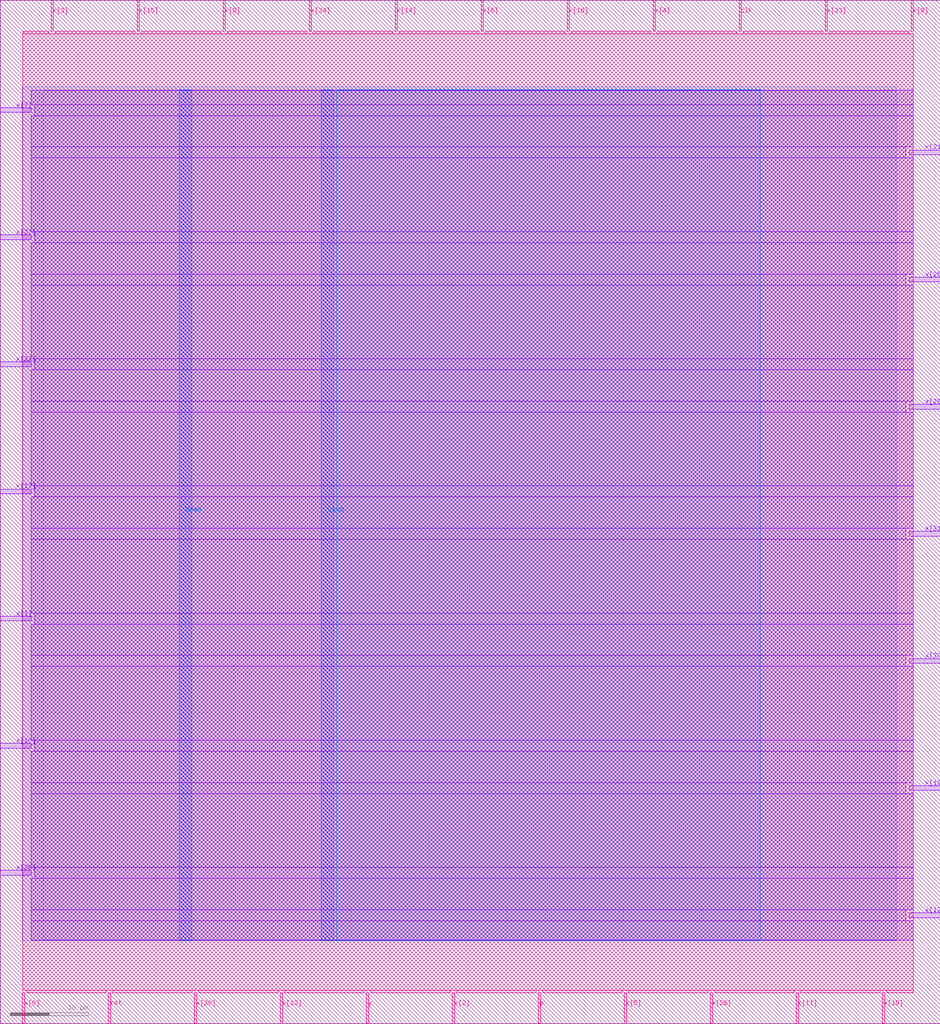
<source format=lef>
# Copyright 2020 The SkyWater PDK Authors
#
# Licensed under the Apache License, Version 2.0 (the "License");
# you may not use this file except in compliance with the License.
# You may obtain a copy of the License at
#
#     https://www.apache.org/licenses/LICENSE-2.0
#
# Unless required by applicable law or agreed to in writing, software
# distributed under the License is distributed on an "AS IS" BASIS,
# WITHOUT WARRANTIES OR CONDITIONS OF ANY KIND, either express or implied.
# See the License for the specific language governing permissions and
# limitations under the License.
#
# SPDX-License-Identifier: Apache-2.0

VERSION 5.7 ;

BUSBITCHARS "[]" ;
DIVIDERCHAR "/" ;

UNITS
  TIME NANOSECONDS 1 ;
  CAPACITANCE PICOFARADS 1 ;
  RESISTANCE OHMS 1 ;
  DATABASE MICRONS 1000 ;
END UNITS

MANUFACTURINGGRID 0.005 ;
USEMINSPACING OBS OFF ;

PROPERTYDEFINITIONS
  LAYER LEF58_TYPE STRING ;
END PROPERTYDEFINITIONS

# High density, single height
SITE unithd
  SYMMETRY Y ;
  CLASS CORE ;
  SIZE 0.46 BY 2.72 ;
END unithd

# High density, double height
SITE unithddbl
  SYMMETRY Y ;
  CLASS CORE ;
  SIZE 0.46 BY 5.44 ;
END unithddbl

LAYER nwell
  TYPE MASTERSLICE ;
  PROPERTY LEF58_TYPE "TYPE NWELL ;" ;
END nwell

LAYER pwell
  TYPE MASTERSLICE ;
  PROPERTY LEF58_TYPE "TYPE PWELL ;" ;
END pwell

LAYER li1
  TYPE ROUTING ;
  DIRECTION VERTICAL ;

  PITCH 0.46 0.34 ;
  OFFSET 0.23 0.17 ;

  WIDTH 0.17 ;          # LI 1
  # SPACING  0.17 ;     # LI 2
  SPACINGTABLE
     PARALLELRUNLENGTH 0
     WIDTH 0 0.17 ;
  AREA 0.0561 ;         # LI 6
  THICKNESS 0.1 ;
  EDGECAPACITANCE 40.697E-6 ;
  CAPACITANCE CPERSQDIST 36.9866E-6 ;
  RESISTANCE RPERSQ 17.0 ;

  ANTENNAMODEL OXIDE1 ;
  ANTENNADIFFSIDEAREARATIO PWL ( ( 0 75 ) ( 0.0125 75 ) ( 0.0225 85.125 ) ( 22.5 10200 ) ) ;
END li1

LAYER mcon
  TYPE CUT ;

  WIDTH 0.17 ;                # Mcon 1
  SPACING 0.19 ;              # Mcon 2
  ENCLOSURE BELOW 0 0 ;       # Mcon 4
  ENCLOSURE ABOVE 0.03 0.06 ; # Met1 4 / Met1 5
  RESISTANCE 23.0 ;

  ANTENNADIFFAREARATIO PWL ( ( 0 3 ) ( 0.0125 3 ) ( 0.0225 3.405 ) ( 22.5 408 ) ) ;
  DCCURRENTDENSITY AVERAGE 0.36 ; # mA per via Iavg_max at Tj = 90oC

END mcon

LAYER met1
  TYPE ROUTING ;
  DIRECTION HORIZONTAL ;

  PITCH 0.34 ;
  OFFSET 0.17 ;

  WIDTH 0.14 ;                     # Met1 1
  # SPACING 0.14 ;                 # Met1 2
  # SPACING 0.28 RANGE 3.001 100 ; # Met1 3b
  SPACINGTABLE
     PARALLELRUNLENGTH 0
     WIDTH 0 0.14
     WIDTH 3 0.28 ;
  AREA 0.083 ;                     # Met1 6
  THICKNESS 0.35 ;
  MINENCLOSEDAREA 0.14 ;

  ANTENNAMODEL OXIDE1 ;
  ANTENNADIFFSIDEAREARATIO PWL ( ( 0 400 ) ( 0.0125 400 ) ( 0.0225 2609 ) ( 22.5 11600 ) ) ;

  EDGECAPACITANCE 40.567E-6 ;
  CAPACITANCE CPERSQDIST 25.7784E-6 ;
  DCCURRENTDENSITY AVERAGE 2.8 ; # mA/um Iavg_max at Tj = 90oC
  ACCURRENTDENSITY RMS 6.1 ; # mA/um Irms_max at Tj = 90oC
  MAXIMUMDENSITY 70 ;
  DENSITYCHECKWINDOW 700 700 ;
  DENSITYCHECKSTEP 70 ;

  RESISTANCE RPERSQ 0.145 ;
END met1

LAYER via
  TYPE CUT ;
  WIDTH 0.15 ;                  # Via 1a
  SPACING 0.17 ;                # Via 2
  ENCLOSURE BELOW 0.055 0.085 ; # Via 4a / Via 5a
  ENCLOSURE ABOVE 0.055 0.085 ; # Met2 4 / Met2 5
  RESISTANCE 15.0 ;

  ANTENNADIFFAREARATIO PWL ( ( 0 6 ) ( 0.0125 6 ) ( 0.0225 6.81 ) ( 22.5 816 ) ) ;
  DCCURRENTDENSITY AVERAGE 0.29 ; # mA per via Iavg_max at Tj = 90oC
END via

LAYER met2
  TYPE ROUTING ;
  DIRECTION VERTICAL ;

  PITCH 0.46 ;
  OFFSET 0.23 ;

  WIDTH 0.14 ;                        # Met2 1
  # SPACING  0.14 ;                   # Met2 2
  # SPACING  0.28 RANGE 3.001 100 ;   # Met2 3b
  SPACINGTABLE
     PARALLELRUNLENGTH 0
     WIDTH 0 0.14
     WIDTH 3 0.28 ;
  AREA 0.0676 ;                       # Met2 6
  THICKNESS 0.35 ;
  MINENCLOSEDAREA 0.14 ;

  EDGECAPACITANCE 37.759E-6 ;
  CAPACITANCE CPERSQDIST 16.9423E-6 ;
  RESISTANCE RPERSQ 0.145 ;
  DCCURRENTDENSITY AVERAGE 2.8 ; # mA/um Iavg_max at Tj = 90oC
  ACCURRENTDENSITY RMS 6.1 ; # mA/um Irms_max at Tj = 90oC

  ANTENNAMODEL OXIDE1 ;
  ANTENNADIFFSIDEAREARATIO PWL ( ( 0 400 ) ( 0.0125 400 ) ( 0.0225 2609 ) ( 22.5 11600 ) ) ;

  MAXIMUMDENSITY 70 ;
  DENSITYCHECKWINDOW 700 700 ;
  DENSITYCHECKSTEP 70 ;
END met2

# ******** Layer via2, type routing, number 44 **************
LAYER via2
  TYPE CUT ;
  WIDTH 0.2 ;                   # Via2 1
  SPACING 0.2 ;                 # Via2 2
  ENCLOSURE BELOW 0.04 0.085 ;  # Via2 4
  ENCLOSURE ABOVE 0.065 0.065 ; # Met3 4
  RESISTANCE 8.0 ;
  ANTENNADIFFAREARATIO PWL ( ( 0 6 ) ( 0.0125 6 ) ( 0.0225 6.81 ) ( 22.5 816 ) ) ;
  DCCURRENTDENSITY AVERAGE 0.48 ; # mA per via Iavg_max at Tj = 90oC
END via2

LAYER met3
  TYPE ROUTING ;
  DIRECTION HORIZONTAL ;

  PITCH 0.68 ;
  OFFSET 0.34 ;

  WIDTH 0.3 ;              # Met3 1
  # SPACING 0.3 ;          # Met3 2
  SPACINGTABLE
     PARALLELRUNLENGTH 0
     WIDTH 0 0.3
     WIDTH 3 0.4 ;
  AREA 0.24 ;              # Met3 6
  THICKNESS 0.8 ;

  EDGECAPACITANCE 40.989E-6 ;
  CAPACITANCE CPERSQDIST 12.3729E-6 ;
  RESISTANCE RPERSQ 0.056 ;
  DCCURRENTDENSITY AVERAGE 6.8 ; # mA/um Iavg_max at Tj = 90oC
  ACCURRENTDENSITY RMS 14.9 ; # mA/um Irms_max at Tj = 90oC

  ANTENNAMODEL OXIDE1 ;
  ANTENNADIFFSIDEAREARATIO PWL ( ( 0 400 ) ( 0.0125 400 ) ( 0.0225 2609 ) ( 22.5 11600 ) ) ;

  MAXIMUMDENSITY 70 ;
  DENSITYCHECKWINDOW 700 700 ;
  DENSITYCHECKSTEP 70 ;
END met3

LAYER via3
  TYPE CUT ;
  WIDTH 0.2 ;                   # Via3 1
  SPACING 0.2 ;                 # Via3 2
  ENCLOSURE BELOW 0.06 0.09 ;   # Via3 4 / Via3 5
  ENCLOSURE ABOVE 0.065 0.065 ; # Met4 3
  RESISTANCE 8.0 ;
  ANTENNADIFFAREARATIO PWL ( ( 0 6 ) ( 0.0125 6 ) ( 0.0225 6.81 ) ( 22.5 816 ) ) ;
  DCCURRENTDENSITY AVERAGE 0.48 ; # mA per via Iavg_max at Tj = 90oC
END via3

LAYER met4
  TYPE ROUTING ;
  DIRECTION VERTICAL ;

  PITCH 0.92 ;
  OFFSET 0.46 ;

  WIDTH 0.3 ;             # Met4 1
  # SPACING  0.3 ;             # Met4 2
  SPACINGTABLE
     PARALLELRUNLENGTH 0
     WIDTH 0 0.3
     WIDTH 3 0.4 ;
  AREA 0.24 ;            # Met4 4a

  THICKNESS 0.8 ;

  EDGECAPACITANCE 36.676E-6 ;
  CAPACITANCE CPERSQDIST 8.41537E-6 ;
  RESISTANCE RPERSQ 0.056 ;
  DCCURRENTDENSITY AVERAGE 6.8 ; # mA/um Iavg_max at Tj = 90oC
  ACCURRENTDENSITY RMS 14.9 ; # mA/um Irms_max at Tj = 90oC

  ANTENNAMODEL OXIDE1 ;
  ANTENNADIFFSIDEAREARATIO PWL ( ( 0 400 ) ( 0.0125 400 ) ( 0.0225 2609 ) ( 22.5 11600 ) ) ;

  MAXIMUMDENSITY 70 ;
  DENSITYCHECKWINDOW 700 700 ;
  DENSITYCHECKSTEP 70 ;
END met4

LAYER via4
  TYPE CUT ;

  WIDTH 0.8 ;                 # Via4 1
  SPACING 0.8 ;               # Via4 2
  ENCLOSURE BELOW 0.19 0.19 ; # Via4 4
  ENCLOSURE ABOVE 0.31 0.31 ; # Met5 3
  RESISTANCE 0.891 ;
  ANTENNADIFFAREARATIO PWL ( ( 0 6 ) ( 0.0125 6 ) ( 0.0225 6.81 ) ( 22.5 816 ) ) ;
  DCCURRENTDENSITY AVERAGE 2.49 ; # mA per via Iavg_max at Tj = 90oC
END via4

LAYER met5
  TYPE ROUTING ;
  DIRECTION HORIZONTAL ;

  PITCH 3.4 ;
  OFFSET 1.7 ;

  WIDTH 1.6 ;            # Met5 1
  #SPACING  1.6 ;        # Met5 2
  SPACINGTABLE
     PARALLELRUNLENGTH 0
     WIDTH 0 1.6 ;
  AREA 4 ;               # Met5 4

  THICKNESS 1.2 ;

  EDGECAPACITANCE 38.851E-6 ;
  CAPACITANCE CPERSQDIST 6.32063E-6 ;
  RESISTANCE RPERSQ 0.0358 ;
  DCCURRENTDENSITY AVERAGE 10.17 ; # mA/um Iavg_max at Tj = 90oC
  ACCURRENTDENSITY RMS 22.34 ; # mA/um Irms_max at Tj = 90oC

  ANTENNAMODEL OXIDE1 ;
  ANTENNADIFFSIDEAREARATIO PWL ( ( 0 400 ) ( 0.0125 400 ) ( 0.0225 2609 ) ( 22.5 11600 ) ) ;
END met5


### Routing via cells section   ###
# Plus via rule, metals are along the prefered direction
VIA L1M1_PR DEFAULT
  LAYER mcon ;
  RECT -0.085 -0.085 0.085 0.085 ;
  LAYER li1 ;
  RECT -0.085 -0.085 0.085 0.085 ;
  LAYER met1 ;
  RECT -0.145 -0.115 0.145 0.115 ;
END L1M1_PR

VIARULE L1M1_PR GENERATE
  LAYER li1 ;
  ENCLOSURE 0 0 ;
  LAYER met1 ;
  ENCLOSURE 0.06 0.03 ;
  LAYER mcon ;
  RECT -0.085 -0.085 0.085 0.085 ;
  SPACING 0.36 BY 0.36 ;
END L1M1_PR

# Plus via rule, metals are along the non prefered direction
VIA L1M1_PR_R DEFAULT
  LAYER mcon ;
  RECT -0.085 -0.085 0.085 0.085 ;
  LAYER li1 ;
  RECT -0.085 -0.085 0.085 0.085 ;
  LAYER met1 ;
  RECT -0.115 -0.145 0.115 0.145 ;
END L1M1_PR_R

VIARULE L1M1_PR_R GENERATE
  LAYER li1 ;
  ENCLOSURE 0 0 ;
  LAYER met1 ;
  ENCLOSURE 0.03 0.06 ;
  LAYER mcon ;
  RECT -0.085 -0.085 0.085 0.085 ;
  SPACING 0.36 BY 0.36 ;
END L1M1_PR_R

# Minus via rule, lower layer metal is along prefered direction
VIA L1M1_PR_M DEFAULT
  LAYER mcon ;
  RECT -0.085 -0.085 0.085 0.085 ;
  LAYER li1 ;
  RECT -0.085 -0.085 0.085 0.085 ;
  LAYER met1 ;
  RECT -0.115 -0.145 0.115 0.145 ;
END L1M1_PR_M

VIARULE L1M1_PR_M GENERATE
  LAYER li1 ;
  ENCLOSURE 0 0 ;
  LAYER met1 ;
  ENCLOSURE 0.03 0.06 ;
  LAYER mcon ;
  RECT -0.085 -0.085 0.085 0.085 ;
  SPACING 0.36 BY 0.36 ;
END L1M1_PR_M

# Minus via rule, upper layer metal is along prefered direction
VIA L1M1_PR_MR DEFAULT
  LAYER mcon ;
  RECT -0.085 -0.085 0.085 0.085 ;
  LAYER li1 ;
  RECT -0.085 -0.085 0.085 0.085 ;
  LAYER met1 ;
  RECT -0.145 -0.115 0.145 0.115 ;
END L1M1_PR_MR

VIARULE L1M1_PR_MR GENERATE
  LAYER li1 ;
  ENCLOSURE 0 0 ;
  LAYER met1 ;
  ENCLOSURE 0.06 0.03 ;
  LAYER mcon ;
  RECT -0.085 -0.085 0.085 0.085 ;
  SPACING 0.36 BY 0.36 ;
END L1M1_PR_MR

# Centered via rule, we really do not want to use it
VIA L1M1_PR_C DEFAULT
  LAYER mcon ;
  RECT -0.085 -0.085 0.085 0.085 ;
  LAYER li1 ;
  RECT -0.085 -0.085 0.085 0.085 ;
  LAYER met1 ;
  RECT -0.145 -0.145 0.145 0.145 ;
END L1M1_PR_C

VIARULE L1M1_PR_C GENERATE
  LAYER li1 ;
  ENCLOSURE 0 0 ;
  LAYER met1 ;
  ENCLOSURE 0.06 0.06 ;
  LAYER mcon ;
  RECT -0.085 -0.085 0.085 0.085 ;
  SPACING 0.36 BY 0.36 ;
END L1M1_PR_C

# Plus via rule, metals are along the prefered direction
VIA M1M2_PR DEFAULT
  LAYER via ;
  RECT -0.075 -0.075 0.075 0.075 ;
  LAYER met1 ;
  RECT -0.16 -0.13 0.16 0.13 ;
  LAYER met2 ;
  RECT -0.13 -0.16 0.13 0.16 ;
END M1M2_PR

VIARULE M1M2_PR GENERATE
  LAYER met1 ;
  ENCLOSURE 0.085 0.055 ;
  LAYER met2 ;
  ENCLOSURE 0.055 0.085 ;
  LAYER via ;
  RECT -0.075 -0.075 0.075 0.075 ;
  SPACING 0.32 BY 0.32 ;
END M1M2_PR

# Plus via rule, metals are along the non prefered direction
VIA M1M2_PR_R DEFAULT
  LAYER via ;
  RECT -0.075 -0.075 0.075 0.075 ;
  LAYER met1 ;
  RECT -0.13 -0.16 0.13 0.16 ;
  LAYER met2 ;
  RECT -0.16 -0.13 0.16 0.13 ;
END M1M2_PR_R

VIARULE M1M2_PR_R GENERATE
  LAYER met1 ;
  ENCLOSURE 0.055 0.085 ;
  LAYER met2 ;
  ENCLOSURE 0.085 0.055 ;
  LAYER via ;
  RECT -0.075 -0.075 0.075 0.075 ;
  SPACING 0.32 BY 0.32 ;
END M1M2_PR_R

# Minus via rule, lower layer metal is along prefered direction
VIA M1M2_PR_M DEFAULT
  LAYER via ;
  RECT -0.075 -0.075 0.075 0.075 ;
  LAYER met1 ;
  RECT -0.16 -0.13 0.16 0.13 ;
  LAYER met2 ;
  RECT -0.16 -0.13 0.16 0.13 ;
END M1M2_PR_M

VIARULE M1M2_PR_M GENERATE
  LAYER met1 ;
  ENCLOSURE 0.085 0.055 ;
  LAYER met2 ;
  ENCLOSURE 0.085 0.055 ;
  LAYER via ;
  RECT -0.075 -0.075 0.075 0.075 ;
  SPACING 0.32 BY 0.32 ;
END M1M2_PR_M

# Minus via rule, upper layer metal is along prefered direction
VIA M1M2_PR_MR DEFAULT
  LAYER via ;
  RECT -0.075 -0.075 0.075 0.075 ;
  LAYER met1 ;
  RECT -0.13 -0.16 0.13 0.16 ;
  LAYER met2 ;
  RECT -0.13 -0.16 0.13 0.16 ;
END M1M2_PR_MR

VIARULE M1M2_PR_MR GENERATE
  LAYER met1 ;
  ENCLOSURE 0.055 0.085 ;
  LAYER met2 ;
  ENCLOSURE 0.055 0.085 ;
  LAYER via ;
  RECT -0.075 -0.075 0.075 0.075 ;
  SPACING 0.32 BY 0.32 ;
END M1M2_PR_MR

# Centered via rule, we really do not want to use it
VIA M1M2_PR_C DEFAULT
  LAYER via ;
  RECT -0.075 -0.075 0.075 0.075 ;
  LAYER met1 ;
  RECT -0.16 -0.16 0.16 0.16 ;
  LAYER met2 ;
  RECT -0.16 -0.16 0.16 0.16 ;
END M1M2_PR_C

VIARULE M1M2_PR_C GENERATE
  LAYER met1 ;
  ENCLOSURE 0.085 0.085 ;
  LAYER met2 ;
  ENCLOSURE 0.085 0.085 ;
  LAYER via ;
  RECT -0.075 -0.075 0.075 0.075 ;
  SPACING 0.32 BY 0.32 ;
END M1M2_PR_C

# Plus via rule, metals are along the prefered direction
VIA M2M3_PR DEFAULT
  LAYER via2 ;
  RECT -0.1 -0.1 0.1 0.1 ;
  LAYER met2 ;
  RECT -0.14 -0.185 0.14 0.185 ;
  LAYER met3 ;
  RECT -0.165 -0.165 0.165 0.165 ;
END M2M3_PR

VIARULE M2M3_PR GENERATE
  LAYER met2 ;
  ENCLOSURE 0.04 0.085 ;
  LAYER met3 ;
  ENCLOSURE 0.065 0.065 ;
  LAYER via2 ;
  RECT -0.1 -0.1 0.1 0.1 ;
  SPACING 0.4 BY 0.4 ;
END M2M3_PR

# Plus via rule, metals are along the non prefered direction
VIA M2M3_PR_R DEFAULT
  LAYER via2 ;
  RECT -0.1 -0.1 0.1 0.1 ;
  LAYER met2 ;
  RECT -0.185 -0.14 0.185 0.14 ;
  LAYER met3 ;
  RECT -0.165 -0.165 0.165 0.165 ;
END M2M3_PR_R

VIARULE M2M3_PR_R GENERATE
  LAYER met2 ;
  ENCLOSURE 0.085 0.04 ;
  LAYER met3 ;
  ENCLOSURE 0.065 0.065 ;
  LAYER via2 ;
  RECT -0.1 -0.1 0.1 0.1 ;
  SPACING 0.4 BY 0.4 ;
END M2M3_PR_R

# Minus via rule, lower layer metal is along prefered direction
VIA M2M3_PR_M DEFAULT
  LAYER via2 ;
  RECT -0.1 -0.1 0.1 0.1 ;
  LAYER met2 ;
  RECT -0.14 -0.185 0.14 0.185 ;
  LAYER met3 ;
  RECT -0.165 -0.165 0.165 0.165 ;
END M2M3_PR_M

VIARULE M2M3_PR_M GENERATE
  LAYER met2 ;
  ENCLOSURE 0.04 0.085 ;
  LAYER met3 ;
  ENCLOSURE 0.065 0.065 ;
  LAYER via2 ;
  RECT -0.1 -0.1 0.1 0.1 ;
  SPACING 0.4 BY 0.4 ;
END M2M3_PR_M

# Minus via rule, upper layer metal is along prefered direction
VIA M2M3_PR_MR DEFAULT
  LAYER via2 ;
  RECT -0.1 -0.1 0.1 0.1 ;
  LAYER met2 ;
  RECT -0.185 -0.14 0.185 0.14 ;
  LAYER met3 ;
  RECT -0.165 -0.165 0.165 0.165 ;
END M2M3_PR_MR

VIARULE M2M3_PR_MR GENERATE
  LAYER met2 ;
  ENCLOSURE 0.085 0.04 ;
  LAYER met3 ;
  ENCLOSURE 0.065 0.065 ;
  LAYER via2 ;
  RECT -0.1 -0.1 0.1 0.1 ;
  SPACING 0.4 BY 0.4 ;
END M2M3_PR_MR

# Centered via rule, we really do not want to use it
VIA M2M3_PR_C DEFAULT
  LAYER via2 ;
  RECT -0.1 -0.1 0.1 0.1 ;
  LAYER met2 ;
  RECT -0.185 -0.185 0.185 0.185 ;
  LAYER met3 ;
  RECT -0.165 -0.165 0.165 0.165 ;
END M2M3_PR_C

VIARULE M2M3_PR_C GENERATE
  LAYER met2 ;
  ENCLOSURE 0.085 0.085 ;
  LAYER met3 ;
  ENCLOSURE 0.065 0.065 ;
  LAYER via2 ;
  RECT -0.1 -0.1 0.1 0.1 ;
  SPACING 0.4 BY 0.4 ;
END M2M3_PR_C

# Plus via rule, metals are along the prefered direction
VIA M3M4_PR DEFAULT
  LAYER via3 ;
  RECT -0.1 -0.1 0.1 0.1 ;
  LAYER met3 ;
  RECT -0.19 -0.16 0.19 0.16 ;
  LAYER met4 ;
  RECT -0.165 -0.165 0.165 0.165 ;
END M3M4_PR

VIARULE M3M4_PR GENERATE
  LAYER met3 ;
  ENCLOSURE 0.09 0.06 ;
  LAYER met4 ;
  ENCLOSURE 0.065 0.065 ;
  LAYER via3 ;
  RECT -0.1 -0.1 0.1 0.1 ;
  SPACING 0.4 BY 0.4 ;
END M3M4_PR

# Plus via rule, metals are along the non prefered direction
VIA M3M4_PR_R DEFAULT
  LAYER via3 ;
  RECT -0.1 -0.1 0.1 0.1 ;
  LAYER met3 ;
  RECT -0.16 -0.19 0.16 0.19 ;
  LAYER met4 ;
  RECT -0.165 -0.165 0.165 0.165 ;
END M3M4_PR_R

VIARULE M3M4_PR_R GENERATE
  LAYER met3 ;
  ENCLOSURE 0.06 0.09 ;
  LAYER met4 ;
  ENCLOSURE 0.065 0.065 ;
  LAYER via3 ;
  RECT -0.1 -0.1 0.1 0.1 ;
  SPACING 0.4 BY 0.4 ;
END M3M4_PR_R

# Minus via rule, lower layer metal is along prefered direction
VIA M3M4_PR_M DEFAULT
  LAYER via3 ;
  RECT -0.1 -0.1 0.1 0.1 ;
  LAYER met3 ;
  RECT -0.19 -0.16 0.19 0.16 ;
  LAYER met4 ;
  RECT -0.165 -0.165 0.165 0.165 ;
END M3M4_PR_M

VIARULE M3M4_PR_M GENERATE
  LAYER met3 ;
  ENCLOSURE 0.09 0.06 ;
  LAYER met4 ;
  ENCLOSURE 0.065 0.065 ;
  LAYER via3 ;
  RECT -0.1 -0.1 0.1 0.1 ;
  SPACING 0.4 BY 0.4 ;
END M3M4_PR_M

# Minus via rule, upper layer metal is along prefered direction
VIA M3M4_PR_MR DEFAULT
  LAYER via3 ;
  RECT -0.1 -0.1 0.1 0.1 ;
  LAYER met3 ;
  RECT -0.16 -0.19 0.16 0.19 ;
  LAYER met4 ;
  RECT -0.165 -0.165 0.165 0.165 ;
END M3M4_PR_MR

VIARULE M3M4_PR_MR GENERATE
  LAYER met3 ;
  ENCLOSURE 0.06 0.09 ;
  LAYER met4 ;
  ENCLOSURE 0.065 0.065 ;
  LAYER via3 ;
  RECT -0.1 -0.1 0.1 0.1 ;
  SPACING 0.4 BY 0.4 ;
END M3M4_PR_MR

# Centered via rule, we really do not want to use it
VIA M3M4_PR_C DEFAULT
  LAYER via3 ;
  RECT -0.1 -0.1 0.1 0.1 ;
  LAYER met3 ;
  RECT -0.19 -0.19 0.19 0.19 ;
  LAYER met4 ;
  RECT -0.165 -0.165 0.165 0.165 ;
END M3M4_PR_C

VIARULE M3M4_PR_C GENERATE
  LAYER met3 ;
  ENCLOSURE 0.09 0.09 ;
  LAYER met4 ;
  ENCLOSURE 0.065 0.065 ;
  LAYER via3 ;
  RECT -0.1 -0.1 0.1 0.1 ;
  SPACING 0.4 BY 0.4 ;
END M3M4_PR_C

# Plus via rule, metals are along the prefered direction
VIA M4M5_PR DEFAULT
  LAYER via4 ;
  RECT -0.4 -0.4 0.4 0.4 ;
  LAYER met4 ;
  RECT -0.59 -0.59 0.59 0.59 ;
  LAYER met5 ;
  RECT -0.71 -0.71 0.71 0.71 ;
END M4M5_PR

VIARULE M4M5_PR GENERATE
  LAYER met4 ;
  ENCLOSURE 0.19 0.19 ;
  LAYER met5 ;
  ENCLOSURE 0.31 0.31 ;
  LAYER via4 ;
  RECT -0.4 -0.4 0.4 0.4 ;
  SPACING 1.6 BY 1.6 ;
END M4M5_PR

# Plus via rule, metals are along the non prefered direction
VIA M4M5_PR_R DEFAULT
  LAYER via4 ;
  RECT -0.4 -0.4 0.4 0.4 ;
  LAYER met4 ;
  RECT -0.59 -0.59 0.59 0.59 ;
  LAYER met5 ;
  RECT -0.71 -0.71 0.71 0.71 ;
END M4M5_PR_R

VIARULE M4M5_PR_R GENERATE
  LAYER met4 ;
  ENCLOSURE 0.19 0.19 ;
  LAYER met5 ;
  ENCLOSURE 0.31 0.31 ;
  LAYER via4 ;
  RECT -0.4 -0.4 0.4 0.4 ;
  SPACING 1.6 BY 1.6 ;
END M4M5_PR_R

# Minus via rule, lower layer metal is along prefered direction
VIA M4M5_PR_M DEFAULT
  LAYER via4 ;
  RECT -0.4 -0.4 0.4 0.4 ;
  LAYER met4 ;
  RECT -0.59 -0.59 0.59 0.59 ;
  LAYER met5 ;
  RECT -0.71 -0.71 0.71 0.71 ;
END M4M5_PR_M

VIARULE M4M5_PR_M GENERATE
  LAYER met4 ;
  ENCLOSURE 0.19 0.19 ;
  LAYER met5 ;
  ENCLOSURE 0.31 0.31 ;
  LAYER via4 ;
  RECT -0.4 -0.4 0.4 0.4 ;
  SPACING 1.6 BY 1.6 ;
END M4M5_PR_M

# Minus via rule, upper layer metal is along prefered direction
VIA M4M5_PR_MR DEFAULT
  LAYER via4 ;
  RECT -0.4 -0.4 0.4 0.4 ;
  LAYER met4 ;
  RECT -0.59 -0.59 0.59 0.59 ;
  LAYER met5 ;
  RECT -0.71 -0.71 0.71 0.71 ;
END M4M5_PR_MR

VIARULE M4M5_PR_MR GENERATE
  LAYER met4 ;
  ENCLOSURE 0.19 0.19 ;
  LAYER met5 ;
  ENCLOSURE 0.31 0.31 ;
  LAYER via4 ;
  RECT -0.4 -0.4 0.4 0.4 ;
  SPACING 1.6 BY 1.6 ;
END M4M5_PR_MR

# Centered via rule, we really do not want to use it
VIA M4M5_PR_C DEFAULT
  LAYER via4 ;
  RECT -0.4 -0.4 0.4 0.4 ;
  LAYER met4 ;
  RECT -0.59 -0.59 0.59 0.59 ;
  LAYER met5 ;
  RECT -0.71 -0.71 0.71 0.71 ;
END M4M5_PR_C

VIARULE M4M5_PR_C GENERATE
  LAYER met4 ;
  ENCLOSURE 0.19 0.19 ;
  LAYER met5 ;
  ENCLOSURE 0.31 0.31 ;
  LAYER via4 ;
  RECT -0.4 -0.4 0.4 0.4 ;
  SPACING 1.6 BY 1.6 ;
END M4M5_PR_C
###  end of single via cells   ###


MACRO sky130_ef_sc_hd__decap_12
  CLASS BLOCK ;
  FOREIGN sky130_ef_sc_hd__decap_12 ;
  ORIGIN 0.000 0.000 ;
  SIZE 5.520 BY 2.720 ;
  PIN VGND
    DIRECTION INPUT ;
    USE GROUND ;
    PORT
      LAYER met1 ;
        RECT 0.000 -0.240 5.520 0.240 ;
    END
  END VGND
  PIN VPWR
    DIRECTION INPUT ;
    USE POWER ;
    PORT
      LAYER met1 ;
        RECT 0.000 2.480 5.520 2.960 ;
    END
  END VPWR
  PIN VPB
    DIRECTION INPUT ;
    USE POWER ;
    PORT
      LAYER nwell ;
        RECT -0.190 1.305 5.710 2.910 ;
    END
  END VPB
  PIN VNB
    DIRECTION INPUT ;
    USE GROUND ;
    PORT
      LAYER pwell ;
        RECT 0.005 0.105 5.515 0.915 ;
        RECT 0.145 -0.085 0.315 0.105 ;
    END
  END VNB
  OBS
      LAYER li1 ;
        RECT 0.000 2.635 5.520 2.805 ;
        RECT 0.085 2.200 5.430 2.635 ;
        RECT 1.670 0.630 2.010 1.460 ;
        RECT 3.490 0.950 3.840 2.200 ;
        RECT 0.085 0.085 5.430 0.630 ;
        RECT 0.000 -0.085 5.520 0.085 ;
      LAYER mcon ;
        RECT 0.145 2.635 0.315 2.805 ;
        RECT 0.605 2.635 0.775 2.805 ;
        RECT 1.065 2.635 1.235 2.805 ;
        RECT 1.525 2.635 1.695 2.805 ;
        RECT 1.985 2.635 2.155 2.805 ;
        RECT 2.445 2.635 2.615 2.805 ;
        RECT 2.905 2.635 3.075 2.805 ;
        RECT 3.365 2.635 3.535 2.805 ;
        RECT 3.825 2.635 3.995 2.805 ;
        RECT 4.285 2.635 4.455 2.805 ;
        RECT 4.745 2.635 4.915 2.805 ;
        RECT 5.205 2.635 5.375 2.805 ;
        RECT 0.145 -0.085 0.315 0.085 ;
        RECT 0.605 -0.085 0.775 0.085 ;
        RECT 1.065 -0.085 1.235 0.085 ;
        RECT 1.525 -0.085 1.695 0.085 ;
        RECT 1.985 -0.085 2.155 0.085 ;
        RECT 2.445 -0.085 2.615 0.085 ;
        RECT 2.905 -0.085 3.075 0.085 ;
        RECT 3.365 -0.085 3.535 0.085 ;
        RECT 3.825 -0.085 3.995 0.085 ;
        RECT 4.285 -0.085 4.455 0.085 ;
        RECT 4.745 -0.085 4.915 0.085 ;
        RECT 5.205 -0.085 5.375 0.085 ;
  END
END sky130_ef_sc_hd__decap_12
MACRO sky130_ef_sc_hd__fakediode_2
  CLASS CORE SPACER ;
  FOREIGN sky130_ef_sc_hd__fakediode_2 ;
  ORIGIN 0.000 0.000 ;
  SIZE 0.920 BY 2.720 ;
  SYMMETRY X Y R90 ;
  SITE unithd ;
  PIN DIODE
    DIRECTION INPUT ;
    USE SIGNAL ;
    PORT
      LAYER li1 ;
        RECT 0.085 0.255 0.835 2.465 ;
    END
  END DIODE
  PIN VGND
    DIRECTION INOUT ;
    USE GROUND ;
    SHAPE ABUTMENT ;
    PORT
      LAYER met1 ;
        RECT 0.000 -0.240 0.920 0.240 ;
    END
  END VGND
  PIN VPWR
    DIRECTION INOUT ;
    USE POWER ;
    SHAPE ABUTMENT ;
    PORT
      LAYER met1 ;
        RECT 0.000 2.480 0.920 2.960 ;
    END
  END VPWR
  PIN VPB
    DIRECTION INOUT ;
    USE POWER ;
    PORT
      LAYER nwell ;
        RECT -0.190 1.305 1.110 2.910 ;
    END
  END VPB
  PIN VNB
    DIRECTION INOUT ;
    USE GROUND ;
    PORT
      LAYER pwell ;
        RECT 0.025 0.065 0.915 1.015 ;
        RECT 0.145 -0.085 0.315 0.065 ;
    END
  END VNB
  OBS
      LAYER li1 ;
        RECT 0.000 2.635 0.920 2.805 ;
        RECT 0.000 -0.085 0.920 0.085 ;
      LAYER mcon ;
        RECT 0.145 2.635 0.315 2.805 ;
        RECT 0.605 2.635 0.775 2.805 ;
        RECT 0.145 -0.085 0.315 0.085 ;
        RECT 0.605 -0.085 0.775 0.085 ;
  END
END sky130_ef_sc_hd__fakediode_2
MACRO sky130_ef_sc_hd__fill_8
  CLASS CORE SPACER ;
  FOREIGN sky130_ef_sc_hd__fill_8 ;
  ORIGIN 0.000 0.000 ;
  SIZE 3.680 BY 2.720 ;
  SYMMETRY X Y R90 ;
  SITE unithd ;
  PIN VGND
    DIRECTION INOUT ;
    USE GROUND ;
    SHAPE ABUTMENT ;
    PORT
      LAYER met1 ;
        RECT 0.000 -0.240 3.680 0.240 ;
    END
  END VGND
  PIN VPWR
    DIRECTION INOUT ;
    USE POWER ;
    SHAPE ABUTMENT ;
    PORT
      LAYER met1 ;
        RECT 0.000 2.480 3.680 2.960 ;
    END
  END VPWR
  PIN VPB
    PORT
      LAYER nwell ;
        RECT -0.190 1.305 3.870 2.910 ;
    END
  END VPB
  PIN VNB
    PORT
      LAYER pwell ;
        RECT 0.025 0.065 3.655 1.015 ;
        RECT 0.130 -0.120 0.350 0.065 ;
    END
  END VNB
  OBS
      LAYER li1 ;
        RECT 0.000 2.635 3.680 2.805 ;
        RECT 0.000 -0.085 3.680 0.085 ;
      LAYER mcon ;
        RECT 0.145 2.635 0.315 2.805 ;
        RECT 0.605 2.635 0.775 2.805 ;
        RECT 1.065 2.635 1.235 2.805 ;
        RECT 1.525 2.635 1.695 2.805 ;
        RECT 1.985 2.635 2.155 2.805 ;
        RECT 2.445 2.635 2.615 2.805 ;
        RECT 2.905 2.635 3.075 2.805 ;
        RECT 3.365 2.635 3.535 2.805 ;
        RECT 0.145 -0.085 0.315 0.085 ;
        RECT 0.605 -0.085 0.775 0.085 ;
        RECT 1.065 -0.085 1.235 0.085 ;
        RECT 1.525 -0.085 1.695 0.085 ;
        RECT 1.985 -0.085 2.155 0.085 ;
        RECT 2.445 -0.085 2.615 0.085 ;
        RECT 2.905 -0.085 3.075 0.085 ;
        RECT 3.365 -0.085 3.535 0.085 ;
  END
END sky130_ef_sc_hd__fill_8
MACRO sky130_ef_sc_hd__fill_12
  CLASS CORE ;
  FOREIGN sky130_ef_sc_hd__fill_12 ;
  ORIGIN 0.000 0.000 ;
  SIZE 5.520 BY 2.720 ;
  SYMMETRY X Y R90 ;
  SITE unithd ;
  PIN VPWR
    USE POWER ;
    PORT
      LAYER met1 ;
        RECT 0.000 2.480 5.520 2.960 ;
    END
  END VPWR
  PIN VGND
    USE GROUND ;
    PORT
      LAYER met1 ;
        RECT 0.000 -0.240 5.520 0.240 ;
    END
  END VGND
  PIN VPB
    PORT
      LAYER nwell ;
        RECT -0.190 1.305 2.950 2.910 ;
    END
  END VPB
  PIN VNB
    PORT
      LAYER pwell ;
        RECT 0.005 0.105 2.755 0.915 ;
        RECT 0.145 -0.085 0.315 0.105 ;
    END
  END VNB
  OBS
      LAYER li1 ;
        RECT 0.000 2.635 5.520 2.805 ;
        RECT 0.085 1.545 2.675 2.635 ;
        RECT 0.085 0.855 1.295 1.375 ;
        RECT 1.465 1.025 2.675 1.545 ;
        RECT 0.085 0.085 2.675 0.855 ;
        RECT 0.000 -0.085 5.520 0.085 ;
      LAYER mcon ;
        RECT 0.145 2.635 0.315 2.805 ;
        RECT 0.605 2.635 0.775 2.805 ;
        RECT 1.065 2.635 1.235 2.805 ;
        RECT 1.525 2.635 1.695 2.805 ;
        RECT 1.985 2.635 2.155 2.805 ;
        RECT 2.445 2.635 2.615 2.805 ;
        RECT 2.905 2.635 3.075 2.805 ;
        RECT 3.365 2.635 3.535 2.805 ;
        RECT 3.825 2.635 3.995 2.805 ;
        RECT 4.285 2.635 4.455 2.805 ;
        RECT 4.745 2.635 4.915 2.805 ;
        RECT 5.205 2.635 5.375 2.805 ;
        RECT 0.145 -0.085 0.315 0.085 ;
        RECT 0.605 -0.085 0.775 0.085 ;
        RECT 1.065 -0.085 1.235 0.085 ;
        RECT 1.525 -0.085 1.695 0.085 ;
        RECT 1.985 -0.085 2.155 0.085 ;
        RECT 2.445 -0.085 2.615 0.085 ;
        RECT 2.905 -0.085 3.075 0.085 ;
        RECT 3.365 -0.085 3.535 0.085 ;
        RECT 3.825 -0.085 3.995 0.085 ;
        RECT 4.285 -0.085 4.455 0.085 ;
        RECT 4.745 -0.085 4.915 0.085 ;
        RECT 5.205 -0.085 5.375 0.085 ;
  END
END sky130_ef_sc_hd__fill_12
MACRO sky130_fd_sc_hd__a2bb2o_1
  CLASS CORE ;
  FOREIGN sky130_fd_sc_hd__a2bb2o_1 ;
  ORIGIN 0.000 0.000 ;
  SIZE 3.680 BY 2.720 ;
  SYMMETRY X Y R90 ;
  SITE unithd ;
  PIN A1_N
    DIRECTION INPUT ;
    USE SIGNAL ;
    ANTENNAGATEAREA 0.126000 ;
    PORT
      LAYER li1 ;
        RECT 0.910 0.995 1.240 1.615 ;
    END
  END A1_N
  PIN A2_N
    DIRECTION INPUT ;
    USE SIGNAL ;
    ANTENNAGATEAREA 0.126000 ;
    PORT
      LAYER li1 ;
        RECT 1.410 0.995 1.700 1.375 ;
    END
  END A2_N
  PIN B1
    DIRECTION INPUT ;
    USE SIGNAL ;
    ANTENNAGATEAREA 0.126000 ;
    PORT
      LAYER li1 ;
        RECT 3.280 0.765 3.540 1.655 ;
    END
  END B1
  PIN B2
    DIRECTION INPUT ;
    USE SIGNAL ;
    ANTENNAGATEAREA 0.126000 ;
    PORT
      LAYER li1 ;
        RECT 2.600 1.355 3.080 1.655 ;
        RECT 2.820 0.765 3.080 1.355 ;
    END
  END B2
  PIN VGND
    DIRECTION INOUT ;
    USE GROUND ;
    SHAPE ABUTMENT ;
    PORT
      LAYER met1 ;
        RECT 0.000 -0.240 3.680 0.240 ;
    END
  END VGND
  PIN VNB
    DIRECTION INOUT ;
    USE GROUND ;
    PORT
      LAYER pwell ;
        RECT 0.005 0.785 0.925 1.015 ;
        RECT 0.005 0.105 3.590 0.785 ;
        RECT 0.150 -0.085 0.320 0.105 ;
    END
  END VNB
  PIN VPB
    DIRECTION INOUT ;
    USE POWER ;
    PORT
      LAYER nwell ;
        RECT -0.190 1.305 3.870 2.910 ;
    END
  END VPB
  PIN VPWR
    DIRECTION INOUT ;
    USE POWER ;
    SHAPE ABUTMENT ;
    PORT
      LAYER met1 ;
        RECT 0.000 2.480 3.680 2.960 ;
    END
  END VPWR
  PIN X
    DIRECTION OUTPUT ;
    USE SIGNAL ;
    ANTENNADIFFAREA 0.429000 ;
    PORT
      LAYER li1 ;
        RECT 0.085 1.525 0.345 2.465 ;
        RECT 0.085 0.810 0.260 1.525 ;
        RECT 0.085 0.255 0.345 0.810 ;
    END
  END X
  OBS
      LAYER li1 ;
        RECT 0.000 2.635 3.680 2.805 ;
        RECT 0.515 2.235 0.845 2.635 ;
        RECT 1.990 2.370 2.245 2.465 ;
        RECT 1.105 2.200 2.245 2.370 ;
        RECT 2.415 2.255 2.745 2.425 ;
        RECT 1.105 1.975 1.275 2.200 ;
        RECT 0.515 1.805 1.275 1.975 ;
        RECT 1.990 2.065 2.245 2.200 ;
        RECT 0.515 1.325 0.685 1.805 ;
        RECT 1.540 1.715 1.710 1.905 ;
        RECT 1.990 1.895 2.400 2.065 ;
        RECT 1.540 1.545 2.060 1.715 ;
        RECT 0.430 0.995 0.685 1.325 ;
        RECT 1.890 0.825 2.060 1.545 ;
        RECT 1.180 0.655 2.060 0.825 ;
        RECT 2.230 0.870 2.400 1.895 ;
        RECT 2.575 2.005 2.745 2.255 ;
        RECT 2.915 2.175 3.165 2.635 ;
        RECT 3.335 2.005 3.515 2.465 ;
        RECT 2.575 1.835 3.515 2.005 ;
        RECT 2.230 0.700 2.580 0.870 ;
        RECT 0.515 0.085 0.945 0.530 ;
        RECT 1.180 0.255 1.350 0.655 ;
        RECT 1.520 0.085 2.240 0.485 ;
        RECT 2.410 0.255 2.580 0.700 ;
        RECT 3.155 0.085 3.555 0.595 ;
        RECT 0.000 -0.085 3.680 0.085 ;
      LAYER mcon ;
        RECT 0.145 2.635 0.315 2.805 ;
        RECT 0.605 2.635 0.775 2.805 ;
        RECT 1.065 2.635 1.235 2.805 ;
        RECT 1.525 2.635 1.695 2.805 ;
        RECT 1.985 2.635 2.155 2.805 ;
        RECT 2.445 2.635 2.615 2.805 ;
        RECT 2.905 2.635 3.075 2.805 ;
        RECT 3.365 2.635 3.535 2.805 ;
        RECT 0.145 -0.085 0.315 0.085 ;
        RECT 0.605 -0.085 0.775 0.085 ;
        RECT 1.065 -0.085 1.235 0.085 ;
        RECT 1.525 -0.085 1.695 0.085 ;
        RECT 1.985 -0.085 2.155 0.085 ;
        RECT 2.445 -0.085 2.615 0.085 ;
        RECT 2.905 -0.085 3.075 0.085 ;
        RECT 3.365 -0.085 3.535 0.085 ;
  END
END sky130_fd_sc_hd__a2bb2o_1
MACRO sky130_fd_sc_hd__a2bb2o_2
  CLASS CORE ;
  FOREIGN sky130_fd_sc_hd__a2bb2o_2 ;
  ORIGIN 0.000 0.000 ;
  SIZE 4.140 BY 2.720 ;
  SYMMETRY X Y R90 ;
  SITE unithd ;
  PIN A1_N
    DIRECTION INPUT ;
    USE SIGNAL ;
    ANTENNAGATEAREA 0.159000 ;
    PORT
      LAYER li1 ;
        RECT 1.345 0.995 1.675 1.615 ;
    END
  END A1_N
  PIN A2_N
    DIRECTION INPUT ;
    USE SIGNAL ;
    ANTENNAGATEAREA 0.159000 ;
    PORT
      LAYER li1 ;
        RECT 1.845 0.995 2.135 1.375 ;
    END
  END A2_N
  PIN B1
    DIRECTION INPUT ;
    USE SIGNAL ;
    ANTENNAGATEAREA 0.159000 ;
    PORT
      LAYER li1 ;
        RECT 3.730 0.765 3.990 1.655 ;
    END
  END B1
  PIN B2
    DIRECTION INPUT ;
    USE SIGNAL ;
    ANTENNAGATEAREA 0.159000 ;
    PORT
      LAYER li1 ;
        RECT 3.050 1.355 3.530 1.655 ;
        RECT 3.270 0.765 3.530 1.355 ;
    END
  END B2
  PIN VGND
    DIRECTION INOUT ;
    USE GROUND ;
    SHAPE ABUTMENT ;
    PORT
      LAYER met1 ;
        RECT 0.000 -0.240 4.140 0.240 ;
    END
  END VGND
  PIN VNB
    DIRECTION INOUT ;
    USE GROUND ;
    PORT
      LAYER pwell ;
        RECT 0.015 0.785 1.360 1.015 ;
        RECT 0.015 0.105 4.040 0.785 ;
        RECT 0.125 -0.085 0.295 0.105 ;
    END
  END VNB
  PIN VPB
    DIRECTION INOUT ;
    USE POWER ;
    PORT
      LAYER nwell ;
        RECT -0.190 1.305 4.330 2.910 ;
    END
  END VPB
  PIN VPWR
    DIRECTION INOUT ;
    USE POWER ;
    SHAPE ABUTMENT ;
    PORT
      LAYER met1 ;
        RECT 0.000 2.480 4.140 2.960 ;
    END
  END VPWR
  PIN X
    DIRECTION OUTPUT ;
    USE SIGNAL ;
    ANTENNADIFFAREA 0.445500 ;
    PORT
      LAYER li1 ;
        RECT 0.525 1.525 0.780 2.465 ;
        RECT 0.525 0.810 0.695 1.525 ;
        RECT 0.525 0.255 0.780 0.810 ;
    END
  END X
  OBS
      LAYER li1 ;
        RECT 0.000 2.635 4.140 2.805 ;
        RECT 0.185 1.445 0.355 2.635 ;
        RECT 0.950 2.235 1.280 2.635 ;
        RECT 2.500 2.370 2.670 2.465 ;
        RECT 1.540 2.200 2.670 2.370 ;
        RECT 2.875 2.255 3.205 2.425 ;
        RECT 1.540 1.975 1.710 2.200 ;
        RECT 0.950 1.805 1.710 1.975 ;
        RECT 2.440 2.065 2.670 2.200 ;
        RECT 0.950 1.325 1.120 1.805 ;
        RECT 1.975 1.715 2.145 1.905 ;
        RECT 2.440 1.895 2.850 2.065 ;
        RECT 1.975 1.545 2.510 1.715 ;
        RECT 0.865 0.995 1.120 1.325 ;
        RECT 0.185 0.085 0.355 0.930 ;
        RECT 2.340 0.825 2.510 1.545 ;
        RECT 1.615 0.655 2.510 0.825 ;
        RECT 2.680 0.870 2.850 1.895 ;
        RECT 3.035 2.005 3.205 2.255 ;
        RECT 3.375 2.175 3.625 2.635 ;
        RECT 3.795 2.005 3.965 2.465 ;
        RECT 3.035 1.835 3.965 2.005 ;
        RECT 2.680 0.700 3.030 0.870 ;
        RECT 0.950 0.085 1.380 0.530 ;
        RECT 1.615 0.255 1.785 0.655 ;
        RECT 1.955 0.085 2.690 0.485 ;
        RECT 2.860 0.255 3.030 0.700 ;
        RECT 3.605 0.085 4.005 0.595 ;
        RECT 0.000 -0.085 4.140 0.085 ;
      LAYER mcon ;
        RECT 0.145 2.635 0.315 2.805 ;
        RECT 0.605 2.635 0.775 2.805 ;
        RECT 1.065 2.635 1.235 2.805 ;
        RECT 1.525 2.635 1.695 2.805 ;
        RECT 1.985 2.635 2.155 2.805 ;
        RECT 2.445 2.635 2.615 2.805 ;
        RECT 2.905 2.635 3.075 2.805 ;
        RECT 3.365 2.635 3.535 2.805 ;
        RECT 3.825 2.635 3.995 2.805 ;
        RECT 0.145 -0.085 0.315 0.085 ;
        RECT 0.605 -0.085 0.775 0.085 ;
        RECT 1.065 -0.085 1.235 0.085 ;
        RECT 1.525 -0.085 1.695 0.085 ;
        RECT 1.985 -0.085 2.155 0.085 ;
        RECT 2.445 -0.085 2.615 0.085 ;
        RECT 2.905 -0.085 3.075 0.085 ;
        RECT 3.365 -0.085 3.535 0.085 ;
        RECT 3.825 -0.085 3.995 0.085 ;
  END
END sky130_fd_sc_hd__a2bb2o_2
MACRO sky130_fd_sc_hd__a2bb2o_4
  CLASS CORE ;
  FOREIGN sky130_fd_sc_hd__a2bb2o_4 ;
  ORIGIN 0.000 0.000 ;
  SIZE 7.360 BY 2.720 ;
  SYMMETRY X Y R90 ;
  SITE unithd ;
  PIN A1_N
    DIRECTION INPUT ;
    USE SIGNAL ;
    ANTENNAGATEAREA 0.495000 ;
    PORT
      LAYER li1 ;
        RECT 3.475 1.445 4.965 1.615 ;
        RECT 3.475 1.325 3.645 1.445 ;
        RECT 3.315 1.075 3.645 1.325 ;
        RECT 4.605 1.075 4.965 1.445 ;
    END
  END A1_N
  PIN A2_N
    DIRECTION INPUT ;
    USE SIGNAL ;
    ANTENNAGATEAREA 0.495000 ;
    PORT
      LAYER li1 ;
        RECT 3.815 1.075 4.435 1.275 ;
    END
  END A2_N
  PIN B1
    DIRECTION INPUT ;
    USE SIGNAL ;
    ANTENNAGATEAREA 0.495000 ;
    PORT
      LAYER li1 ;
        RECT 0.085 1.445 1.685 1.615 ;
        RECT 0.085 1.075 0.575 1.445 ;
        RECT 1.515 1.245 1.685 1.445 ;
        RECT 1.515 1.075 1.895 1.245 ;
    END
  END B1
  PIN B2
    DIRECTION INPUT ;
    USE SIGNAL ;
    ANTENNAGATEAREA 0.495000 ;
    PORT
      LAYER li1 ;
        RECT 0.805 1.075 1.345 1.275 ;
    END
  END B2
  PIN VGND
    DIRECTION INOUT ;
    USE GROUND ;
    SHAPE ABUTMENT ;
    PORT
      LAYER met1 ;
        RECT 0.000 -0.240 7.360 0.240 ;
    END
  END VGND
  PIN VNB
    DIRECTION INOUT ;
    USE GROUND ;
    PORT
      LAYER pwell ;
        RECT 0.005 0.105 6.915 1.015 ;
        RECT 0.150 -0.085 0.320 0.105 ;
    END
  END VNB
  PIN VPB
    DIRECTION INOUT ;
    USE POWER ;
    PORT
      LAYER nwell ;
        RECT -0.190 1.305 7.550 2.910 ;
    END
  END VPB
  PIN VPWR
    DIRECTION INOUT ;
    USE POWER ;
    SHAPE ABUTMENT ;
    PORT
      LAYER met1 ;
        RECT 0.000 2.480 7.360 2.960 ;
    END
  END VPWR
  PIN X
    DIRECTION OUTPUT ;
    USE SIGNAL ;
    ANTENNADIFFAREA 0.891000 ;
    PORT
      LAYER li1 ;
        RECT 5.275 1.955 5.525 2.465 ;
        RECT 6.115 1.955 6.365 2.465 ;
        RECT 5.275 1.785 6.365 1.955 ;
        RECT 6.115 1.655 6.365 1.785 ;
        RECT 6.115 1.415 6.920 1.655 ;
        RECT 6.610 0.905 6.920 1.415 ;
        RECT 5.235 0.725 6.920 0.905 ;
        RECT 5.235 0.275 5.565 0.725 ;
        RECT 6.075 0.275 6.405 0.725 ;
    END
  END X
  OBS
      LAYER li1 ;
        RECT 0.000 2.635 7.360 2.805 ;
        RECT 0.135 1.955 0.385 2.465 ;
        RECT 0.555 2.125 0.805 2.635 ;
        RECT 0.975 1.955 1.225 2.465 ;
        RECT 1.395 2.125 1.645 2.635 ;
        RECT 1.815 2.295 2.905 2.465 ;
        RECT 1.815 1.955 2.065 2.295 ;
        RECT 2.655 2.135 2.905 2.295 ;
        RECT 3.175 2.135 3.425 2.635 ;
        RECT 3.595 2.295 4.685 2.465 ;
        RECT 3.595 2.135 3.845 2.295 ;
        RECT 0.135 1.785 2.065 1.955 ;
        RECT 1.855 1.455 2.065 1.785 ;
        RECT 2.235 1.965 2.485 2.125 ;
        RECT 4.015 1.965 4.265 2.125 ;
        RECT 2.235 1.415 2.620 1.965 ;
        RECT 3.135 1.785 4.265 1.965 ;
        RECT 4.435 1.785 4.685 2.295 ;
        RECT 4.855 1.795 5.105 2.635 ;
        RECT 5.695 2.165 5.945 2.635 ;
        RECT 6.535 1.825 6.785 2.635 ;
        RECT 3.135 1.665 3.305 1.785 ;
        RECT 2.955 1.495 3.305 1.665 ;
        RECT 2.235 0.905 2.445 1.415 ;
        RECT 2.955 1.245 3.145 1.495 ;
        RECT 2.615 1.075 3.145 1.245 ;
        RECT 5.135 1.245 5.460 1.615 ;
        RECT 5.135 1.075 6.440 1.245 ;
        RECT 2.955 0.905 3.145 1.075 ;
        RECT 0.175 0.085 0.345 0.895 ;
        RECT 0.515 0.475 0.765 0.905 ;
        RECT 0.935 0.735 2.525 0.905 ;
        RECT 0.935 0.645 1.270 0.735 ;
        RECT 0.515 0.255 1.685 0.475 ;
        RECT 1.855 0.085 2.025 0.555 ;
        RECT 2.195 0.255 2.525 0.735 ;
        RECT 2.955 0.725 4.725 0.905 ;
        RECT 2.695 0.085 3.385 0.555 ;
        RECT 3.555 0.255 3.885 0.725 ;
        RECT 4.055 0.085 4.225 0.555 ;
        RECT 4.395 0.255 4.725 0.725 ;
        RECT 4.895 0.085 5.065 0.895 ;
        RECT 5.735 0.085 5.905 0.555 ;
        RECT 6.575 0.085 6.745 0.555 ;
        RECT 0.000 -0.085 7.360 0.085 ;
      LAYER mcon ;
        RECT 0.145 2.635 0.315 2.805 ;
        RECT 0.605 2.635 0.775 2.805 ;
        RECT 1.065 2.635 1.235 2.805 ;
        RECT 1.525 2.635 1.695 2.805 ;
        RECT 1.985 2.635 2.155 2.805 ;
        RECT 2.445 2.635 2.615 2.805 ;
        RECT 2.905 2.635 3.075 2.805 ;
        RECT 3.365 2.635 3.535 2.805 ;
        RECT 3.825 2.635 3.995 2.805 ;
        RECT 4.285 2.635 4.455 2.805 ;
        RECT 4.745 2.635 4.915 2.805 ;
        RECT 5.205 2.635 5.375 2.805 ;
        RECT 5.665 2.635 5.835 2.805 ;
        RECT 6.125 2.635 6.295 2.805 ;
        RECT 6.585 2.635 6.755 2.805 ;
        RECT 7.045 2.635 7.215 2.805 ;
        RECT 2.450 1.445 2.620 1.615 ;
        RECT 5.230 1.445 5.400 1.615 ;
        RECT 0.145 -0.085 0.315 0.085 ;
        RECT 0.605 -0.085 0.775 0.085 ;
        RECT 1.065 -0.085 1.235 0.085 ;
        RECT 1.525 -0.085 1.695 0.085 ;
        RECT 1.985 -0.085 2.155 0.085 ;
        RECT 2.445 -0.085 2.615 0.085 ;
        RECT 2.905 -0.085 3.075 0.085 ;
        RECT 3.365 -0.085 3.535 0.085 ;
        RECT 3.825 -0.085 3.995 0.085 ;
        RECT 4.285 -0.085 4.455 0.085 ;
        RECT 4.745 -0.085 4.915 0.085 ;
        RECT 5.205 -0.085 5.375 0.085 ;
        RECT 5.665 -0.085 5.835 0.085 ;
        RECT 6.125 -0.085 6.295 0.085 ;
        RECT 6.585 -0.085 6.755 0.085 ;
        RECT 7.045 -0.085 7.215 0.085 ;
      LAYER met1 ;
        RECT 2.390 1.600 2.680 1.645 ;
        RECT 5.170 1.600 5.460 1.645 ;
        RECT 2.390 1.460 5.460 1.600 ;
        RECT 2.390 1.415 2.680 1.460 ;
        RECT 5.170 1.415 5.460 1.460 ;
  END
END sky130_fd_sc_hd__a2bb2o_4
MACRO sky130_fd_sc_hd__a2bb2oi_1
  CLASS CORE ;
  FOREIGN sky130_fd_sc_hd__a2bb2oi_1 ;
  ORIGIN 0.000 0.000 ;
  SIZE 3.220 BY 2.720 ;
  SYMMETRY X Y R90 ;
  SITE unithd ;
  PIN A1_N
    DIRECTION INPUT ;
    USE SIGNAL ;
    ANTENNAGATEAREA 0.247500 ;
    PORT
      LAYER li1 ;
        RECT 0.150 0.995 0.520 1.615 ;
    END
  END A1_N
  PIN A2_N
    DIRECTION INPUT ;
    USE SIGNAL ;
    ANTENNAGATEAREA 0.247500 ;
    PORT
      LAYER li1 ;
        RECT 0.725 1.010 1.240 1.275 ;
    END
  END A2_N
  PIN B1
    DIRECTION INPUT ;
    USE SIGNAL ;
    ANTENNAGATEAREA 0.247500 ;
    PORT
      LAYER li1 ;
        RECT 2.780 0.995 3.070 1.615 ;
    END
  END B1
  PIN B2
    DIRECTION INPUT ;
    USE SIGNAL ;
    ANTENNAGATEAREA 0.247500 ;
    PORT
      LAYER li1 ;
        RECT 2.245 0.995 2.610 1.615 ;
        RECT 2.440 0.425 2.610 0.995 ;
    END
  END B2
  PIN VGND
    DIRECTION INOUT ;
    USE GROUND ;
    SHAPE ABUTMENT ;
    PORT
      LAYER met1 ;
        RECT 0.000 -0.240 3.220 0.240 ;
    END
  END VGND
  PIN VNB
    DIRECTION INOUT ;
    USE GROUND ;
    PORT
      LAYER pwell ;
        RECT 0.005 0.105 3.215 1.015 ;
        RECT 0.145 -0.085 0.315 0.105 ;
    END
  END VNB
  PIN VPB
    DIRECTION INOUT ;
    USE POWER ;
    PORT
      LAYER nwell ;
        RECT -0.190 1.305 3.410 2.910 ;
    END
  END VPB
  PIN VPWR
    DIRECTION INOUT ;
    USE POWER ;
    SHAPE ABUTMENT ;
    PORT
      LAYER met1 ;
        RECT 0.000 2.480 3.220 2.960 ;
    END
  END VPWR
  PIN Y
    DIRECTION OUTPUT ;
    USE SIGNAL ;
    ANTENNADIFFAREA 0.515500 ;
    PORT
      LAYER li1 ;
        RECT 1.420 1.955 1.785 2.465 ;
        RECT 1.420 1.785 1.945 1.955 ;
        RECT 1.775 0.825 1.945 1.785 ;
        RECT 1.775 0.255 2.205 0.825 ;
    END
  END Y
  OBS
      LAYER li1 ;
        RECT 0.000 2.635 3.220 2.805 ;
        RECT 0.095 1.805 0.425 2.635 ;
        RECT 0.875 1.615 1.205 2.465 ;
        RECT 1.955 2.235 2.285 2.465 ;
        RECT 2.115 1.955 2.285 2.235 ;
        RECT 2.455 2.135 2.705 2.635 ;
        RECT 2.875 1.955 3.130 2.465 ;
        RECT 2.115 1.785 3.130 1.955 ;
        RECT 0.875 1.445 1.580 1.615 ;
        RECT 1.410 0.830 1.580 1.445 ;
        RECT 0.095 0.085 0.425 0.825 ;
        RECT 0.595 0.660 1.580 0.830 ;
        RECT 0.595 0.255 0.765 0.660 ;
        RECT 0.935 0.085 1.605 0.490 ;
        RECT 2.795 0.085 3.125 0.825 ;
        RECT 0.000 -0.085 3.220 0.085 ;
      LAYER mcon ;
        RECT 0.145 2.635 0.315 2.805 ;
        RECT 0.605 2.635 0.775 2.805 ;
        RECT 1.065 2.635 1.235 2.805 ;
        RECT 1.525 2.635 1.695 2.805 ;
        RECT 1.985 2.635 2.155 2.805 ;
        RECT 2.445 2.635 2.615 2.805 ;
        RECT 2.905 2.635 3.075 2.805 ;
        RECT 0.145 -0.085 0.315 0.085 ;
        RECT 0.605 -0.085 0.775 0.085 ;
        RECT 1.065 -0.085 1.235 0.085 ;
        RECT 1.525 -0.085 1.695 0.085 ;
        RECT 1.985 -0.085 2.155 0.085 ;
        RECT 2.445 -0.085 2.615 0.085 ;
        RECT 2.905 -0.085 3.075 0.085 ;
  END
END sky130_fd_sc_hd__a2bb2oi_1
MACRO sky130_fd_sc_hd__a2bb2oi_2
  CLASS CORE ;
  FOREIGN sky130_fd_sc_hd__a2bb2oi_2 ;
  ORIGIN 0.000 0.000 ;
  SIZE 5.520 BY 2.720 ;
  SYMMETRY X Y R90 ;
  SITE unithd ;
  PIN A1_N
    DIRECTION INPUT ;
    USE SIGNAL ;
    ANTENNAGATEAREA 0.495000 ;
    PORT
      LAYER li1 ;
        RECT 3.310 1.075 4.205 1.275 ;
    END
  END A1_N
  PIN A2_N
    DIRECTION INPUT ;
    USE SIGNAL ;
    ANTENNAGATEAREA 0.495000 ;
    PORT
      LAYER li1 ;
        RECT 4.455 1.075 5.435 1.275 ;
    END
  END A2_N
  PIN B1
    DIRECTION INPUT ;
    USE SIGNAL ;
    ANTENNAGATEAREA 0.495000 ;
    PORT
      LAYER li1 ;
        RECT 0.085 1.445 2.030 1.615 ;
        RECT 0.085 1.075 0.710 1.445 ;
        RECT 1.700 1.075 2.030 1.445 ;
    END
  END B1
  PIN B2
    DIRECTION INPUT ;
    USE SIGNAL ;
    ANTENNAGATEAREA 0.495000 ;
    PORT
      LAYER li1 ;
        RECT 0.940 1.075 1.480 1.275 ;
    END
  END B2
  PIN VGND
    DIRECTION INOUT ;
    USE GROUND ;
    SHAPE ABUTMENT ;
    PORT
      LAYER met1 ;
        RECT 0.000 -0.240 5.520 0.240 ;
    END
  END VGND
  PIN VNB
    DIRECTION INOUT ;
    USE GROUND ;
    PORT
      LAYER pwell ;
        RECT 0.140 0.105 5.390 1.015 ;
        RECT 0.145 -0.085 0.315 0.105 ;
    END
  END VNB
  PIN VPB
    DIRECTION INOUT ;
    USE POWER ;
    PORT
      LAYER nwell ;
        RECT -0.190 1.305 5.710 2.910 ;
    END
  END VPB
  PIN VPWR
    DIRECTION INOUT ;
    USE POWER ;
    SHAPE ABUTMENT ;
    PORT
      LAYER met1 ;
        RECT 0.000 2.480 5.520 2.960 ;
    END
  END VPWR
  PIN Y
    DIRECTION OUTPUT ;
    USE SIGNAL ;
    ANTENNADIFFAREA 0.621000 ;
    PORT
      LAYER li1 ;
        RECT 2.370 1.660 2.620 2.125 ;
        RECT 2.370 0.905 2.660 1.660 ;
        RECT 1.070 0.725 2.660 0.905 ;
        RECT 1.070 0.645 1.400 0.725 ;
        RECT 2.330 0.255 2.660 0.725 ;
    END
  END Y
  OBS
      LAYER li1 ;
        RECT 0.000 2.635 5.520 2.805 ;
        RECT 0.270 1.955 0.520 2.465 ;
        RECT 0.690 2.135 0.940 2.635 ;
        RECT 1.110 1.955 1.360 2.465 ;
        RECT 1.530 2.135 1.780 2.635 ;
        RECT 1.950 2.295 3.040 2.465 ;
        RECT 1.950 1.955 2.200 2.295 ;
        RECT 0.270 1.785 2.200 1.955 ;
        RECT 2.790 1.795 3.040 2.295 ;
        RECT 3.310 1.965 3.560 2.465 ;
        RECT 3.730 2.135 3.980 2.635 ;
        RECT 4.150 2.295 5.240 2.465 ;
        RECT 4.150 1.965 4.400 2.295 ;
        RECT 3.310 1.785 4.400 1.965 ;
        RECT 4.570 1.615 4.820 2.125 ;
        RECT 2.950 1.445 4.820 1.615 ;
        RECT 4.990 1.455 5.240 2.295 ;
        RECT 2.950 1.325 3.120 1.445 ;
        RECT 2.830 0.995 3.120 1.325 ;
        RECT 2.950 0.905 3.120 0.995 ;
        RECT 0.310 0.085 0.480 0.895 ;
        RECT 0.650 0.475 0.900 0.895 ;
        RECT 2.950 0.725 4.860 0.905 ;
        RECT 0.650 0.255 1.820 0.475 ;
        RECT 1.990 0.085 2.160 0.555 ;
        RECT 2.830 0.085 3.520 0.555 ;
        RECT 3.690 0.255 4.020 0.725 ;
        RECT 4.190 0.085 4.360 0.555 ;
        RECT 4.530 0.255 4.860 0.725 ;
        RECT 5.030 0.085 5.200 0.905 ;
        RECT 0.000 -0.085 5.520 0.085 ;
      LAYER mcon ;
        RECT 0.145 2.635 0.315 2.805 ;
        RECT 0.605 2.635 0.775 2.805 ;
        RECT 1.065 2.635 1.235 2.805 ;
        RECT 1.525 2.635 1.695 2.805 ;
        RECT 1.985 2.635 2.155 2.805 ;
        RECT 2.445 2.635 2.615 2.805 ;
        RECT 2.905 2.635 3.075 2.805 ;
        RECT 3.365 2.635 3.535 2.805 ;
        RECT 3.825 2.635 3.995 2.805 ;
        RECT 4.285 2.635 4.455 2.805 ;
        RECT 4.745 2.635 4.915 2.805 ;
        RECT 5.205 2.635 5.375 2.805 ;
        RECT 0.145 -0.085 0.315 0.085 ;
        RECT 0.605 -0.085 0.775 0.085 ;
        RECT 1.065 -0.085 1.235 0.085 ;
        RECT 1.525 -0.085 1.695 0.085 ;
        RECT 1.985 -0.085 2.155 0.085 ;
        RECT 2.445 -0.085 2.615 0.085 ;
        RECT 2.905 -0.085 3.075 0.085 ;
        RECT 3.365 -0.085 3.535 0.085 ;
        RECT 3.825 -0.085 3.995 0.085 ;
        RECT 4.285 -0.085 4.455 0.085 ;
        RECT 4.745 -0.085 4.915 0.085 ;
        RECT 5.205 -0.085 5.375 0.085 ;
  END
END sky130_fd_sc_hd__a2bb2oi_2
MACRO sky130_fd_sc_hd__a2bb2oi_4
  CLASS CORE ;
  FOREIGN sky130_fd_sc_hd__a2bb2oi_4 ;
  ORIGIN 0.000 0.000 ;
  SIZE 9.660 BY 2.720 ;
  SYMMETRY X Y R90 ;
  SITE unithd ;
  PIN A1_N
    DIRECTION INPUT ;
    USE SIGNAL ;
    ANTENNAGATEAREA 0.990000 ;
    PORT
      LAYER li1 ;
        RECT 5.945 1.075 7.320 1.275 ;
    END
  END A1_N
  PIN A2_N
    DIRECTION INPUT ;
    USE SIGNAL ;
    ANTENNAGATEAREA 0.990000 ;
    PORT
      LAYER li1 ;
        RECT 7.595 1.075 9.045 1.275 ;
    END
  END A2_N
  PIN B1
    DIRECTION INPUT ;
    USE SIGNAL ;
    ANTENNAGATEAREA 0.990000 ;
    PORT
      LAYER li1 ;
        RECT 1.385 1.445 3.575 1.615 ;
        RECT 1.385 1.285 1.555 1.445 ;
        RECT 0.100 1.075 1.555 1.285 ;
        RECT 3.245 1.075 3.575 1.445 ;
    END
  END B1
  PIN B2
    DIRECTION INPUT ;
    USE SIGNAL ;
    ANTENNAGATEAREA 0.990000 ;
    PORT
      LAYER li1 ;
        RECT 1.725 1.075 3.075 1.275 ;
    END
  END B2
  PIN VGND
    DIRECTION INOUT ;
    USE GROUND ;
    SHAPE ABUTMENT ;
    PORT
      LAYER met1 ;
        RECT 0.000 -0.240 9.660 0.240 ;
    END
  END VGND
  PIN VNB
    DIRECTION INOUT ;
    USE GROUND ;
    PORT
      LAYER pwell ;
        RECT 0.005 0.105 9.435 1.015 ;
        RECT 0.150 -0.085 0.320 0.105 ;
    END
  END VNB
  PIN VPB
    DIRECTION INOUT ;
    USE POWER ;
    PORT
      LAYER nwell ;
        RECT -0.190 1.305 9.850 2.910 ;
    END
  END VPB
  PIN VPWR
    DIRECTION INOUT ;
    USE POWER ;
    SHAPE ABUTMENT ;
    PORT
      LAYER met1 ;
        RECT 0.000 2.480 9.660 2.960 ;
    END
  END VPWR
  PIN Y
    DIRECTION OUTPUT ;
    USE SIGNAL ;
    ANTENNADIFFAREA 1.242000 ;
    PORT
      LAYER li1 ;
        RECT 3.915 1.615 4.165 2.125 ;
        RECT 4.745 1.615 4.965 2.125 ;
        RECT 3.745 1.415 4.965 1.615 ;
        RECT 3.745 0.905 3.915 1.415 ;
        RECT 1.775 0.725 5.045 0.905 ;
        RECT 1.775 0.645 2.995 0.725 ;
        RECT 3.875 0.275 4.205 0.725 ;
        RECT 4.715 0.275 5.045 0.725 ;
    END
  END Y
  OBS
      LAYER li1 ;
        RECT 0.000 2.635 9.660 2.805 ;
        RECT 0.085 1.625 0.425 2.465 ;
        RECT 0.595 1.795 0.805 2.635 ;
        RECT 0.975 1.965 1.215 2.465 ;
        RECT 1.395 2.135 1.645 2.635 ;
        RECT 1.815 1.965 2.065 2.465 ;
        RECT 2.235 2.135 2.485 2.635 ;
        RECT 2.655 1.965 2.905 2.465 ;
        RECT 3.075 2.135 3.325 2.635 ;
        RECT 3.495 2.295 5.465 2.465 ;
        RECT 3.495 1.965 3.745 2.295 ;
        RECT 0.975 1.795 3.745 1.965 ;
        RECT 4.335 1.795 4.575 2.295 ;
        RECT 0.975 1.625 1.215 1.795 ;
        RECT 0.085 1.455 1.215 1.625 ;
        RECT 5.135 1.455 5.465 2.295 ;
        RECT 5.655 1.625 5.985 2.465 ;
        RECT 6.155 1.795 6.365 2.635 ;
        RECT 6.540 1.625 6.780 2.465 ;
        RECT 6.955 1.795 7.205 2.635 ;
        RECT 7.375 2.295 9.310 2.465 ;
        RECT 7.375 1.625 7.625 2.295 ;
        RECT 5.655 1.455 7.625 1.625 ;
        RECT 7.795 1.625 8.045 2.125 ;
        RECT 8.215 1.795 8.465 2.295 ;
        RECT 8.635 1.625 8.885 2.125 ;
        RECT 9.060 1.795 9.310 2.295 ;
        RECT 7.795 1.455 9.575 1.625 ;
        RECT 4.085 1.075 5.725 1.245 ;
        RECT 5.555 0.905 5.725 1.075 ;
        RECT 9.215 0.905 9.575 1.455 ;
        RECT 0.175 0.085 0.345 0.895 ;
        RECT 0.515 0.725 1.605 0.905 ;
        RECT 5.555 0.735 9.575 0.905 ;
        RECT 0.515 0.255 0.845 0.725 ;
        RECT 1.015 0.085 1.185 0.555 ;
        RECT 1.355 0.475 1.605 0.725 ;
        RECT 6.075 0.725 8.925 0.735 ;
        RECT 1.355 0.255 3.365 0.475 ;
        RECT 3.535 0.085 3.705 0.555 ;
        RECT 4.375 0.085 4.545 0.555 ;
        RECT 5.215 0.085 5.905 0.555 ;
        RECT 6.075 0.255 6.405 0.725 ;
        RECT 6.575 0.085 6.745 0.555 ;
        RECT 6.915 0.255 7.245 0.725 ;
        RECT 7.415 0.085 7.585 0.555 ;
        RECT 7.755 0.255 8.085 0.725 ;
        RECT 8.255 0.085 8.425 0.555 ;
        RECT 8.595 0.255 8.925 0.725 ;
        RECT 9.095 0.085 9.265 0.555 ;
        RECT 0.000 -0.085 9.660 0.085 ;
      LAYER mcon ;
        RECT 0.145 2.635 0.315 2.805 ;
        RECT 0.605 2.635 0.775 2.805 ;
        RECT 1.065 2.635 1.235 2.805 ;
        RECT 1.525 2.635 1.695 2.805 ;
        RECT 1.985 2.635 2.155 2.805 ;
        RECT 2.445 2.635 2.615 2.805 ;
        RECT 2.905 2.635 3.075 2.805 ;
        RECT 3.365 2.635 3.535 2.805 ;
        RECT 3.825 2.635 3.995 2.805 ;
        RECT 4.285 2.635 4.455 2.805 ;
        RECT 4.745 2.635 4.915 2.805 ;
        RECT 5.205 2.635 5.375 2.805 ;
        RECT 5.665 2.635 5.835 2.805 ;
        RECT 6.125 2.635 6.295 2.805 ;
        RECT 6.585 2.635 6.755 2.805 ;
        RECT 7.045 2.635 7.215 2.805 ;
        RECT 7.505 2.635 7.675 2.805 ;
        RECT 7.965 2.635 8.135 2.805 ;
        RECT 8.425 2.635 8.595 2.805 ;
        RECT 8.885 2.635 9.055 2.805 ;
        RECT 9.345 2.635 9.515 2.805 ;
        RECT 0.145 -0.085 0.315 0.085 ;
        RECT 0.605 -0.085 0.775 0.085 ;
        RECT 1.065 -0.085 1.235 0.085 ;
        RECT 1.525 -0.085 1.695 0.085 ;
        RECT 1.985 -0.085 2.155 0.085 ;
        RECT 2.445 -0.085 2.615 0.085 ;
        RECT 2.905 -0.085 3.075 0.085 ;
        RECT 3.365 -0.085 3.535 0.085 ;
        RECT 3.825 -0.085 3.995 0.085 ;
        RECT 4.285 -0.085 4.455 0.085 ;
        RECT 4.745 -0.085 4.915 0.085 ;
        RECT 5.205 -0.085 5.375 0.085 ;
        RECT 5.665 -0.085 5.835 0.085 ;
        RECT 6.125 -0.085 6.295 0.085 ;
        RECT 6.585 -0.085 6.755 0.085 ;
        RECT 7.045 -0.085 7.215 0.085 ;
        RECT 7.505 -0.085 7.675 0.085 ;
        RECT 7.965 -0.085 8.135 0.085 ;
        RECT 8.425 -0.085 8.595 0.085 ;
        RECT 8.885 -0.085 9.055 0.085 ;
        RECT 9.345 -0.085 9.515 0.085 ;
  END
END sky130_fd_sc_hd__a2bb2oi_4
MACRO sky130_fd_sc_hd__a21bo_1
  CLASS CORE ;
  FOREIGN sky130_fd_sc_hd__a21bo_1 ;
  ORIGIN 0.000 0.000 ;
  SIZE 3.680 BY 2.720 ;
  SYMMETRY X Y R90 ;
  SITE unithd ;
  PIN A1
    DIRECTION INPUT ;
    USE SIGNAL ;
    ANTENNAGATEAREA 0.247500 ;
    PORT
      LAYER li1 ;
        RECT 1.750 0.995 2.175 1.615 ;
    END
  END A1
  PIN A2
    DIRECTION INPUT ;
    USE SIGNAL ;
    ANTENNAGATEAREA 0.247500 ;
    PORT
      LAYER li1 ;
        RECT 2.370 0.995 2.630 1.615 ;
    END
  END A2
  PIN B1_N
    DIRECTION INPUT ;
    USE SIGNAL ;
    ANTENNAGATEAREA 0.126000 ;
    PORT
      LAYER li1 ;
        RECT 0.105 0.325 0.335 1.665 ;
    END
  END B1_N
  PIN VGND
    DIRECTION INOUT ;
    USE GROUND ;
    SHAPE ABUTMENT ;
    PORT
      LAYER met1 ;
        RECT 0.000 -0.240 3.680 0.240 ;
    END
  END VGND
  PIN VNB
    DIRECTION INOUT ;
    USE GROUND ;
    PORT
      LAYER pwell ;
        RECT 0.145 -0.085 0.315 0.085 ;
    END
  END VNB
  PIN VPB
    DIRECTION INOUT ;
    USE POWER ;
    PORT
      LAYER nwell ;
        RECT -0.190 1.305 3.870 2.910 ;
    END
  END VPB
  PIN VPWR
    DIRECTION INOUT ;
    USE POWER ;
    SHAPE ABUTMENT ;
    PORT
      LAYER met1 ;
        RECT 0.000 2.480 3.680 2.960 ;
    END
  END VPWR
  PIN X
    DIRECTION OUTPUT ;
    USE SIGNAL ;
    ANTENNADIFFAREA 0.429000 ;
    PORT
      LAYER li1 ;
        RECT 3.300 0.265 3.580 2.455 ;
    END
  END X
  OBS
      LAYER pwell ;
        RECT 0.850 0.785 3.675 1.015 ;
        RECT 0.345 0.105 3.675 0.785 ;
      LAYER li1 ;
        RECT 0.000 2.635 3.680 2.805 ;
        RECT 0.105 2.045 0.345 2.435 ;
        RECT 0.515 2.225 0.865 2.635 ;
        RECT 0.105 1.845 0.855 2.045 ;
        RECT 0.515 1.165 0.855 1.845 ;
        RECT 1.035 1.345 1.365 2.455 ;
        RECT 1.535 1.985 1.715 2.455 ;
        RECT 1.885 2.155 2.215 2.635 ;
        RECT 2.390 1.985 2.560 2.455 ;
        RECT 1.535 1.785 2.560 1.985 ;
        RECT 2.825 1.495 3.110 2.635 ;
        RECT 0.515 0.265 0.745 1.165 ;
        RECT 1.035 1.045 1.580 1.345 ;
        RECT 0.945 0.085 1.190 0.865 ;
        RECT 1.360 0.815 1.580 1.045 ;
        RECT 2.840 0.815 3.100 1.325 ;
        RECT 1.360 0.625 3.100 0.815 ;
        RECT 1.360 0.265 1.790 0.625 ;
        RECT 2.370 0.085 3.100 0.455 ;
        RECT 0.000 -0.085 3.680 0.085 ;
      LAYER mcon ;
        RECT 0.145 2.635 0.315 2.805 ;
        RECT 0.605 2.635 0.775 2.805 ;
        RECT 1.065 2.635 1.235 2.805 ;
        RECT 1.525 2.635 1.695 2.805 ;
        RECT 1.985 2.635 2.155 2.805 ;
        RECT 2.445 2.635 2.615 2.805 ;
        RECT 2.905 2.635 3.075 2.805 ;
        RECT 3.365 2.635 3.535 2.805 ;
        RECT 0.145 -0.085 0.315 0.085 ;
        RECT 0.605 -0.085 0.775 0.085 ;
        RECT 1.065 -0.085 1.235 0.085 ;
        RECT 1.525 -0.085 1.695 0.085 ;
        RECT 1.985 -0.085 2.155 0.085 ;
        RECT 2.445 -0.085 2.615 0.085 ;
        RECT 2.905 -0.085 3.075 0.085 ;
        RECT 3.365 -0.085 3.535 0.085 ;
  END
END sky130_fd_sc_hd__a21bo_1
MACRO sky130_fd_sc_hd__a21bo_2
  CLASS CORE ;
  FOREIGN sky130_fd_sc_hd__a21bo_2 ;
  ORIGIN 0.000 0.000 ;
  SIZE 3.680 BY 2.720 ;
  SYMMETRY X Y R90 ;
  SITE unithd ;
  PIN A1
    DIRECTION INPUT ;
    USE SIGNAL ;
    ANTENNAGATEAREA 0.247500 ;
    PORT
      LAYER li1 ;
        RECT 2.685 0.995 3.100 1.615 ;
    END
  END A1
  PIN A2
    DIRECTION INPUT ;
    USE SIGNAL ;
    ANTENNAGATEAREA 0.247500 ;
    PORT
      LAYER li1 ;
        RECT 3.270 0.995 3.560 1.615 ;
    END
  END A2
  PIN B1_N
    DIRECTION INPUT ;
    USE SIGNAL ;
    ANTENNAGATEAREA 0.126000 ;
    PORT
      LAYER li1 ;
        RECT 1.070 1.035 1.525 1.325 ;
        RECT 1.330 0.995 1.525 1.035 ;
    END
  END B1_N
  PIN VGND
    DIRECTION INOUT ;
    USE GROUND ;
    SHAPE ABUTMENT ;
    PORT
      LAYER met1 ;
        RECT 0.000 -0.240 3.680 0.240 ;
    END
  END VGND
  PIN VNB
    DIRECTION INOUT ;
    USE GROUND ;
    PORT
      LAYER pwell ;
        RECT 0.005 0.105 3.655 1.015 ;
        RECT 0.150 -0.085 0.320 0.105 ;
    END
  END VNB
  PIN VPB
    DIRECTION INOUT ;
    USE POWER ;
    PORT
      LAYER nwell ;
        RECT -0.190 1.305 3.870 2.910 ;
    END
  END VPB
  PIN VPWR
    DIRECTION INOUT ;
    USE POWER ;
    SHAPE ABUTMENT ;
    PORT
      LAYER met1 ;
        RECT 0.000 2.480 3.680 2.960 ;
    END
  END VPWR
  PIN X
    DIRECTION OUTPUT ;
    USE SIGNAL ;
    ANTENNADIFFAREA 0.462000 ;
    PORT
      LAYER li1 ;
        RECT 0.595 2.005 0.850 2.425 ;
        RECT 0.150 1.835 0.850 2.005 ;
        RECT 0.150 0.885 0.380 1.835 ;
        RECT 0.150 0.715 0.850 0.885 ;
        RECT 0.520 0.315 0.850 0.715 ;
    END
  END X
  OBS
      LAYER li1 ;
        RECT 0.000 2.635 3.680 2.805 ;
        RECT 0.090 2.255 0.425 2.635 ;
        RECT 1.040 2.275 1.370 2.635 ;
        RECT 1.975 2.105 2.225 2.465 ;
        RECT 1.115 1.895 2.225 2.105 ;
        RECT 1.115 1.665 1.285 1.895 ;
        RECT 0.570 1.495 1.285 1.665 ;
        RECT 1.455 1.555 1.865 1.725 ;
        RECT 0.570 1.075 0.900 1.495 ;
        RECT 1.695 1.325 1.865 1.555 ;
        RECT 2.055 1.675 2.225 1.895 ;
        RECT 2.395 2.015 2.725 2.465 ;
        RECT 2.895 2.185 3.065 2.635 ;
        RECT 3.235 2.015 3.565 2.465 ;
        RECT 2.395 1.845 3.565 2.015 ;
        RECT 2.055 1.505 2.515 1.675 ;
        RECT 1.695 0.995 2.175 1.325 ;
        RECT 0.090 0.085 0.345 0.545 ;
        RECT 1.020 0.085 1.220 0.865 ;
        RECT 1.695 0.825 1.865 0.995 ;
        RECT 1.455 0.655 1.865 0.825 ;
        RECT 2.345 0.825 2.515 1.505 ;
        RECT 2.345 0.635 2.740 0.825 ;
        RECT 1.975 0.085 2.305 0.465 ;
        RECT 3.235 0.085 3.565 0.825 ;
        RECT 0.000 -0.085 3.680 0.085 ;
      LAYER mcon ;
        RECT 0.145 2.635 0.315 2.805 ;
        RECT 0.605 2.635 0.775 2.805 ;
        RECT 1.065 2.635 1.235 2.805 ;
        RECT 1.525 2.635 1.695 2.805 ;
        RECT 1.985 2.635 2.155 2.805 ;
        RECT 2.445 2.635 2.615 2.805 ;
        RECT 2.905 2.635 3.075 2.805 ;
        RECT 3.365 2.635 3.535 2.805 ;
        RECT 0.145 -0.085 0.315 0.085 ;
        RECT 0.605 -0.085 0.775 0.085 ;
        RECT 1.065 -0.085 1.235 0.085 ;
        RECT 1.525 -0.085 1.695 0.085 ;
        RECT 1.985 -0.085 2.155 0.085 ;
        RECT 2.445 -0.085 2.615 0.085 ;
        RECT 2.905 -0.085 3.075 0.085 ;
        RECT 3.365 -0.085 3.535 0.085 ;
  END
END sky130_fd_sc_hd__a21bo_2
MACRO sky130_fd_sc_hd__a21bo_4
  CLASS CORE ;
  FOREIGN sky130_fd_sc_hd__a21bo_4 ;
  ORIGIN 0.000 0.000 ;
  SIZE 5.980 BY 2.720 ;
  SYMMETRY X Y R90 ;
  SITE unithd ;
  PIN A1
    DIRECTION INPUT ;
    USE SIGNAL ;
    ANTENNAGATEAREA 0.495000 ;
    PORT
      LAYER li1 ;
        RECT 4.590 1.010 4.955 1.360 ;
    END
  END A1
  PIN A2
    DIRECTION INPUT ;
    USE SIGNAL ;
    ANTENNAGATEAREA 0.495000 ;
    PORT
      LAYER li1 ;
        RECT 4.245 1.595 5.390 1.765 ;
        RECT 4.245 1.275 4.420 1.595 ;
        RECT 4.025 1.010 4.420 1.275 ;
        RECT 5.220 1.290 5.390 1.595 ;
        RECT 5.220 1.055 5.700 1.290 ;
    END
  END A2
  PIN B1_N
    DIRECTION INPUT ;
    USE SIGNAL ;
    ANTENNAGATEAREA 0.247500 ;
    PORT
      LAYER li1 ;
        RECT 0.500 1.010 0.830 1.625 ;
    END
  END B1_N
  PIN VGND
    DIRECTION INOUT ;
    USE GROUND ;
    SHAPE ABUTMENT ;
    PORT
      LAYER met1 ;
        RECT 0.000 -0.240 5.980 0.240 ;
    END
  END VGND
  PIN VNB
    DIRECTION INOUT ;
    USE GROUND ;
    PORT
      LAYER pwell ;
        RECT 0.080 0.105 5.915 1.015 ;
        RECT 0.145 -0.085 0.315 0.105 ;
    END
  END VNB
  PIN VPB
    DIRECTION INOUT ;
    USE POWER ;
    PORT
      LAYER nwell ;
        RECT -0.190 1.305 6.170 2.910 ;
    END
  END VPB
  PIN VPWR
    DIRECTION INOUT ;
    USE POWER ;
    SHAPE ABUTMENT ;
    PORT
      LAYER met1 ;
        RECT 0.000 2.480 5.980 2.960 ;
    END
  END VPWR
  PIN X
    DIRECTION OUTPUT ;
    USE SIGNAL ;
    ANTENNADIFFAREA 0.924000 ;
    PORT
      LAYER li1 ;
        RECT 1.000 1.595 2.410 1.765 ;
        RECT 1.000 0.785 1.235 1.595 ;
        RECT 1.000 0.615 2.340 0.785 ;
    END
  END X
  OBS
      LAYER li1 ;
        RECT 0.000 2.635 5.980 2.805 ;
        RECT 0.105 2.105 0.550 2.465 ;
        RECT 0.720 2.275 1.050 2.635 ;
        RECT 1.580 2.275 1.910 2.635 ;
        RECT 2.435 2.275 2.770 2.635 ;
        RECT 3.055 2.210 4.065 2.380 ;
        RECT 4.235 2.275 4.565 2.635 ;
        RECT 5.075 2.275 5.405 2.635 ;
        RECT 0.105 1.935 2.870 2.105 ;
        RECT 0.105 1.795 0.565 1.935 ;
        RECT 0.105 0.840 0.330 1.795 ;
        RECT 2.700 1.525 2.870 1.935 ;
        RECT 3.055 1.695 3.225 2.210 ;
        RECT 3.885 2.105 4.065 2.210 ;
        RECT 3.885 1.935 5.825 2.105 ;
        RECT 2.700 1.355 3.305 1.525 ;
        RECT 1.405 1.185 2.530 1.325 ;
        RECT 1.405 0.995 2.810 1.185 ;
        RECT 2.995 0.995 3.305 1.355 ;
        RECT 0.105 0.255 0.540 0.840 ;
        RECT 2.640 0.800 2.810 0.995 ;
        RECT 3.475 0.840 3.645 1.805 ;
        RECT 3.885 1.445 4.065 1.935 ;
        RECT 5.570 1.460 5.825 1.935 ;
        RECT 2.640 0.785 3.010 0.800 ;
        RECT 3.475 0.785 4.965 0.840 ;
        RECT 2.640 0.670 4.965 0.785 ;
        RECT 2.640 0.615 3.645 0.670 ;
        RECT 0.710 0.085 1.050 0.445 ;
        RECT 1.580 0.085 1.910 0.445 ;
        RECT 2.515 0.085 3.285 0.445 ;
        RECT 3.475 0.255 3.645 0.615 ;
        RECT 3.855 0.085 4.185 0.445 ;
        RECT 4.685 0.405 4.965 0.670 ;
        RECT 5.545 0.085 5.825 0.885 ;
        RECT 0.000 -0.085 5.980 0.085 ;
      LAYER mcon ;
        RECT 0.145 2.635 0.315 2.805 ;
        RECT 0.605 2.635 0.775 2.805 ;
        RECT 1.065 2.635 1.235 2.805 ;
        RECT 1.525 2.635 1.695 2.805 ;
        RECT 1.985 2.635 2.155 2.805 ;
        RECT 2.445 2.635 2.615 2.805 ;
        RECT 2.905 2.635 3.075 2.805 ;
        RECT 3.365 2.635 3.535 2.805 ;
        RECT 3.825 2.635 3.995 2.805 ;
        RECT 4.285 2.635 4.455 2.805 ;
        RECT 4.745 2.635 4.915 2.805 ;
        RECT 5.205 2.635 5.375 2.805 ;
        RECT 5.665 2.635 5.835 2.805 ;
        RECT 0.145 -0.085 0.315 0.085 ;
        RECT 0.605 -0.085 0.775 0.085 ;
        RECT 1.065 -0.085 1.235 0.085 ;
        RECT 1.525 -0.085 1.695 0.085 ;
        RECT 1.985 -0.085 2.155 0.085 ;
        RECT 2.445 -0.085 2.615 0.085 ;
        RECT 2.905 -0.085 3.075 0.085 ;
        RECT 3.365 -0.085 3.535 0.085 ;
        RECT 3.825 -0.085 3.995 0.085 ;
        RECT 4.285 -0.085 4.455 0.085 ;
        RECT 4.745 -0.085 4.915 0.085 ;
        RECT 5.205 -0.085 5.375 0.085 ;
        RECT 5.665 -0.085 5.835 0.085 ;
  END
END sky130_fd_sc_hd__a21bo_4
MACRO sky130_fd_sc_hd__a21boi_0
  CLASS CORE ;
  FOREIGN sky130_fd_sc_hd__a21boi_0 ;
  ORIGIN 0.000 0.000 ;
  SIZE 2.760 BY 2.720 ;
  SYMMETRY X Y R90 ;
  SITE unithd ;
  PIN A1
    DIRECTION INPUT ;
    USE SIGNAL ;
    ANTENNAGATEAREA 0.159000 ;
    PORT
      LAYER li1 ;
        RECT 1.780 0.765 2.170 1.615 ;
    END
  END A1
  PIN A2
    DIRECTION INPUT ;
    USE SIGNAL ;
    ANTENNAGATEAREA 0.159000 ;
    PORT
      LAYER li1 ;
        RECT 2.340 0.765 2.615 1.435 ;
    END
  END A2
  PIN B1_N
    DIRECTION INPUT ;
    USE SIGNAL ;
    ANTENNAGATEAREA 0.126000 ;
    PORT
      LAYER li1 ;
        RECT 0.470 1.200 0.895 1.955 ;
    END
  END B1_N
  PIN VGND
    DIRECTION INOUT ;
    USE GROUND ;
    SHAPE ABUTMENT ;
    PORT
      LAYER met1 ;
        RECT 0.000 -0.240 2.760 0.240 ;
    END
  END VGND
  PIN VNB
    DIRECTION INOUT ;
    USE GROUND ;
    PORT
      LAYER pwell ;
        RECT 0.005 0.105 2.755 0.785 ;
        RECT 0.145 -0.085 0.315 0.105 ;
    END
  END VNB
  PIN VPB
    DIRECTION INOUT ;
    USE POWER ;
    PORT
      LAYER nwell ;
        RECT -0.190 1.305 2.950 2.910 ;
    END
  END VPB
  PIN VPWR
    DIRECTION INOUT ;
    USE POWER ;
    SHAPE ABUTMENT ;
    PORT
      LAYER met1 ;
        RECT 0.000 2.480 2.760 2.960 ;
    END
  END VPWR
  PIN Y
    DIRECTION OUTPUT ;
    USE SIGNAL ;
    ANTENNADIFFAREA 0.392200 ;
    PORT
      LAYER li1 ;
        RECT 1.065 1.655 1.305 2.465 ;
        RECT 1.065 1.200 1.610 1.655 ;
        RECT 1.315 0.255 1.610 1.200 ;
    END
  END Y
  OBS
      LAYER li1 ;
        RECT 0.000 2.635 2.760 2.805 ;
        RECT 0.095 2.085 0.355 2.465 ;
        RECT 0.525 2.175 0.855 2.635 ;
        RECT 0.095 1.030 0.300 2.085 ;
        RECT 1.475 2.005 1.805 2.465 ;
        RECT 1.975 2.175 2.165 2.635 ;
        RECT 2.335 2.005 2.665 2.465 ;
        RECT 1.475 1.825 2.665 2.005 ;
        RECT 0.095 0.780 1.145 1.030 ;
        RECT 0.095 0.280 0.380 0.780 ;
        RECT 0.550 0.085 1.145 0.610 ;
        RECT 2.335 0.085 2.665 0.595 ;
        RECT 0.000 -0.085 2.760 0.085 ;
      LAYER mcon ;
        RECT 0.145 2.635 0.315 2.805 ;
        RECT 0.605 2.635 0.775 2.805 ;
        RECT 1.065 2.635 1.235 2.805 ;
        RECT 1.525 2.635 1.695 2.805 ;
        RECT 1.985 2.635 2.155 2.805 ;
        RECT 2.445 2.635 2.615 2.805 ;
        RECT 0.145 -0.085 0.315 0.085 ;
        RECT 0.605 -0.085 0.775 0.085 ;
        RECT 1.065 -0.085 1.235 0.085 ;
        RECT 1.525 -0.085 1.695 0.085 ;
        RECT 1.985 -0.085 2.155 0.085 ;
        RECT 2.445 -0.085 2.615 0.085 ;
  END
END sky130_fd_sc_hd__a21boi_0
MACRO sky130_fd_sc_hd__a21boi_1
  CLASS CORE ;
  FOREIGN sky130_fd_sc_hd__a21boi_1 ;
  ORIGIN 0.000 0.000 ;
  SIZE 2.760 BY 2.720 ;
  SYMMETRY X Y R90 ;
  SITE unithd ;
  PIN A1
    DIRECTION INPUT ;
    USE SIGNAL ;
    ANTENNAGATEAREA 0.247500 ;
    PORT
      LAYER li1 ;
        RECT 1.760 0.995 2.155 1.345 ;
        RECT 1.945 0.375 2.155 0.995 ;
    END
  END A1
  PIN A2
    DIRECTION INPUT ;
    USE SIGNAL ;
    ANTENNAGATEAREA 0.247500 ;
    PORT
      LAYER li1 ;
        RECT 2.350 0.995 2.640 1.345 ;
    END
  END A2
  PIN B1_N
    DIRECTION INPUT ;
    USE SIGNAL ;
    ANTENNAGATEAREA 0.126000 ;
    PORT
      LAYER li1 ;
        RECT 0.105 0.975 0.335 1.665 ;
    END
  END B1_N
  PIN VGND
    DIRECTION INOUT ;
    USE GROUND ;
    SHAPE ABUTMENT ;
    PORT
      LAYER met1 ;
        RECT 0.000 -0.240 2.760 0.240 ;
    END
  END VGND
  PIN VNB
    DIRECTION INOUT ;
    USE GROUND ;
    PORT
      LAYER pwell ;
        RECT 0.785 0.785 2.745 1.015 ;
        RECT 0.295 0.105 2.745 0.785 ;
        RECT 0.295 0.085 0.315 0.105 ;
        RECT 0.145 -0.085 0.315 0.085 ;
    END
  END VNB
  PIN VPB
    DIRECTION INOUT ;
    USE POWER ;
    PORT
      LAYER nwell ;
        RECT -0.190 1.305 2.950 2.910 ;
    END
  END VPB
  PIN VPWR
    DIRECTION INOUT ;
    USE POWER ;
    SHAPE ABUTMENT ;
    PORT
      LAYER met1 ;
        RECT 0.000 2.480 2.760 2.960 ;
    END
  END VPWR
  PIN Y
    DIRECTION OUTPUT ;
    USE SIGNAL ;
    ANTENNADIFFAREA 0.551000 ;
    PORT
      LAYER li1 ;
        RECT 1.045 1.345 1.375 2.455 ;
        RECT 1.045 1.045 1.580 1.345 ;
        RECT 1.335 0.795 1.580 1.045 ;
        RECT 1.335 0.265 1.765 0.795 ;
    END
  END Y
  OBS
      LAYER li1 ;
        RECT 0.000 2.635 2.760 2.805 ;
        RECT 0.095 2.045 0.355 2.435 ;
        RECT 0.525 2.225 0.855 2.635 ;
        RECT 0.095 1.845 0.855 2.045 ;
        RECT 0.515 1.165 0.855 1.845 ;
        RECT 1.545 1.725 1.735 2.455 ;
        RECT 1.905 1.905 2.235 2.635 ;
        RECT 2.415 1.725 2.585 2.455 ;
        RECT 1.545 1.525 2.585 1.725 ;
        RECT 0.515 0.715 0.745 1.165 ;
        RECT 0.365 0.265 0.745 0.715 ;
        RECT 0.925 0.085 1.155 0.865 ;
        RECT 2.325 0.085 2.655 0.815 ;
        RECT 0.000 -0.085 2.760 0.085 ;
      LAYER mcon ;
        RECT 0.145 2.635 0.315 2.805 ;
        RECT 0.605 2.635 0.775 2.805 ;
        RECT 1.065 2.635 1.235 2.805 ;
        RECT 1.525 2.635 1.695 2.805 ;
        RECT 1.985 2.635 2.155 2.805 ;
        RECT 2.445 2.635 2.615 2.805 ;
        RECT 0.145 -0.085 0.315 0.085 ;
        RECT 0.605 -0.085 0.775 0.085 ;
        RECT 1.065 -0.085 1.235 0.085 ;
        RECT 1.525 -0.085 1.695 0.085 ;
        RECT 1.985 -0.085 2.155 0.085 ;
        RECT 2.445 -0.085 2.615 0.085 ;
  END
END sky130_fd_sc_hd__a21boi_1
MACRO sky130_fd_sc_hd__a21boi_2
  CLASS CORE ;
  FOREIGN sky130_fd_sc_hd__a21boi_2 ;
  ORIGIN 0.000 0.000 ;
  SIZE 4.140 BY 2.720 ;
  SYMMETRY X Y R90 ;
  SITE unithd ;
  PIN A1
    DIRECTION INPUT ;
    USE SIGNAL ;
    ANTENNAGATEAREA 0.495000 ;
    PORT
      LAYER li1 ;
        RECT 2.605 0.995 3.215 1.325 ;
    END
  END A1
  PIN A2
    DIRECTION INPUT ;
    USE SIGNAL ;
    ANTENNAGATEAREA 0.495000 ;
    PORT
      LAYER li1 ;
        RECT 2.100 1.495 3.675 1.675 ;
        RECT 2.100 1.245 2.425 1.495 ;
        RECT 2.095 1.075 2.425 1.245 ;
        RECT 3.385 1.295 3.675 1.495 ;
        RECT 3.385 1.035 3.795 1.295 ;
    END
  END A2
  PIN B1_N
    DIRECTION INPUT ;
    USE SIGNAL ;
    ANTENNAGATEAREA 0.126000 ;
    PORT
      LAYER li1 ;
        RECT 0.120 0.765 0.425 1.805 ;
    END
  END B1_N
  PIN VGND
    DIRECTION INOUT ;
    USE GROUND ;
    SHAPE ABUTMENT ;
    PORT
      LAYER met1 ;
        RECT 0.000 -0.240 4.140 0.240 ;
    END
  END VGND
  PIN VNB
    DIRECTION INOUT ;
    USE GROUND ;
    PORT
      LAYER pwell ;
        RECT 0.700 0.785 4.030 1.015 ;
        RECT 0.175 0.105 4.030 0.785 ;
        RECT 0.175 0.085 0.320 0.105 ;
        RECT 0.150 -0.085 0.320 0.085 ;
    END
  END VNB
  PIN VPB
    DIRECTION INOUT ;
    USE POWER ;
    PORT
      LAYER nwell ;
        RECT -0.190 1.305 4.330 2.910 ;
    END
  END VPB
  PIN VPWR
    DIRECTION INOUT ;
    USE POWER ;
    SHAPE ABUTMENT ;
    PORT
      LAYER met1 ;
        RECT 0.000 2.480 4.140 2.960 ;
    END
  END VPWR
  PIN Y
    DIRECTION OUTPUT ;
    USE SIGNAL ;
    ANTENNADIFFAREA 0.627500 ;
    PORT
      LAYER li1 ;
        RECT 1.520 0.785 1.715 2.115 ;
        RECT 1.520 0.615 3.060 0.785 ;
        RECT 1.520 0.255 1.720 0.615 ;
        RECT 2.730 0.255 3.060 0.615 ;
    END
  END Y
  OBS
      LAYER li1 ;
        RECT 0.000 2.635 4.140 2.805 ;
        RECT 0.095 2.080 0.425 2.635 ;
        RECT 1.045 2.285 2.215 2.465 ;
        RECT 0.595 1.285 0.855 2.265 ;
        RECT 1.045 1.795 1.350 2.285 ;
        RECT 1.885 2.025 2.215 2.285 ;
        RECT 2.385 2.195 2.555 2.635 ;
        RECT 2.810 2.105 2.980 2.465 ;
        RECT 3.160 2.275 3.490 2.635 ;
        RECT 3.660 2.105 3.920 2.465 ;
        RECT 2.810 2.025 3.920 2.105 ;
        RECT 1.885 1.855 3.920 2.025 ;
        RECT 0.595 1.070 1.325 1.285 ;
        RECT 0.595 0.530 0.795 1.070 ;
        RECT 0.265 0.360 0.795 0.530 ;
        RECT 0.985 0.085 1.225 0.885 ;
        RECT 1.940 0.085 2.270 0.445 ;
        RECT 3.635 0.085 3.930 0.865 ;
        RECT 0.000 -0.085 4.140 0.085 ;
      LAYER mcon ;
        RECT 0.145 2.635 0.315 2.805 ;
        RECT 0.605 2.635 0.775 2.805 ;
        RECT 1.065 2.635 1.235 2.805 ;
        RECT 1.525 2.635 1.695 2.805 ;
        RECT 1.985 2.635 2.155 2.805 ;
        RECT 2.445 2.635 2.615 2.805 ;
        RECT 2.905 2.635 3.075 2.805 ;
        RECT 3.365 2.635 3.535 2.805 ;
        RECT 3.825 2.635 3.995 2.805 ;
        RECT 0.145 -0.085 0.315 0.085 ;
        RECT 0.605 -0.085 0.775 0.085 ;
        RECT 1.065 -0.085 1.235 0.085 ;
        RECT 1.525 -0.085 1.695 0.085 ;
        RECT 1.985 -0.085 2.155 0.085 ;
        RECT 2.445 -0.085 2.615 0.085 ;
        RECT 2.905 -0.085 3.075 0.085 ;
        RECT 3.365 -0.085 3.535 0.085 ;
        RECT 3.825 -0.085 3.995 0.085 ;
  END
END sky130_fd_sc_hd__a21boi_2
MACRO sky130_fd_sc_hd__a21boi_4
  CLASS CORE ;
  FOREIGN sky130_fd_sc_hd__a21boi_4 ;
  ORIGIN 0.000 0.000 ;
  SIZE 6.900 BY 2.720 ;
  SYMMETRY X Y R90 ;
  SITE unithd ;
  PIN A1
    DIRECTION INPUT ;
    USE SIGNAL ;
    ANTENNAGATEAREA 0.990000 ;
    PORT
      LAYER li1 ;
        RECT 3.545 1.065 4.970 1.310 ;
    END
  END A1
  PIN A2
    DIRECTION INPUT ;
    USE SIGNAL ;
    ANTENNAGATEAREA 0.990000 ;
    PORT
      LAYER li1 ;
        RECT 3.030 1.480 6.450 1.705 ;
        RECT 3.030 1.065 3.375 1.480 ;
        RECT 5.205 1.075 6.450 1.480 ;
    END
  END A2
  PIN B1_N
    DIRECTION INPUT ;
    USE SIGNAL ;
    ANTENNAGATEAREA 0.247500 ;
    PORT
      LAYER li1 ;
        RECT 0.145 1.075 0.650 1.615 ;
        RECT 0.480 0.995 0.650 1.075 ;
    END
  END B1_N
  PIN VGND
    DIRECTION INOUT ;
    USE GROUND ;
    SHAPE ABUTMENT ;
    PORT
      LAYER met1 ;
        RECT 0.000 -0.240 6.900 0.240 ;
    END
  END VGND
  PIN VNB
    DIRECTION INOUT ;
    USE GROUND ;
    PORT
      LAYER pwell ;
        RECT 0.005 0.105 6.695 1.015 ;
        RECT 0.145 -0.085 0.315 0.105 ;
    END
  END VNB
  PIN VPB
    DIRECTION INOUT ;
    USE POWER ;
    PORT
      LAYER nwell ;
        RECT -0.190 1.305 7.090 2.910 ;
    END
  END VPB
  PIN VPWR
    DIRECTION INOUT ;
    USE POWER ;
    SHAPE ABUTMENT ;
    PORT
      LAYER met1 ;
        RECT 0.000 2.480 6.900 2.960 ;
    END
  END VPWR
  PIN Y
    DIRECTION OUTPUT ;
    USE SIGNAL ;
    ANTENNADIFFAREA 1.288000 ;
    PORT
      LAYER li1 ;
        RECT 1.560 1.705 2.725 2.035 ;
        RECT 1.560 1.585 2.860 1.705 ;
        RECT 2.570 0.895 2.860 1.585 ;
        RECT 2.570 0.865 4.885 0.895 ;
        RECT 1.275 0.695 4.885 0.865 ;
        RECT 1.275 0.615 2.325 0.695 ;
        RECT 3.255 0.675 4.885 0.695 ;
        RECT 1.275 0.370 1.465 0.615 ;
        RECT 2.135 0.255 2.325 0.615 ;
    END
  END Y
  OBS
      LAYER li1 ;
        RECT 0.000 2.635 6.900 2.805 ;
        RECT 0.125 2.005 0.455 2.465 ;
        RECT 0.625 2.175 0.885 2.635 ;
        RECT 1.160 2.215 3.095 2.465 ;
        RECT 3.265 2.275 3.595 2.635 ;
        RECT 4.125 2.275 4.455 2.635 ;
        RECT 0.125 1.785 0.990 2.005 ;
        RECT 1.160 1.795 1.355 2.215 ;
        RECT 1.935 2.205 3.095 2.215 ;
        RECT 2.895 2.105 3.095 2.205 ;
        RECT 4.625 2.105 4.815 2.465 ;
        RECT 4.985 2.275 5.315 2.635 ;
        RECT 5.485 2.105 5.665 2.465 ;
        RECT 5.845 2.275 6.175 2.635 ;
        RECT 6.345 2.105 6.605 2.465 ;
        RECT 2.895 1.875 6.605 2.105 ;
        RECT 0.820 1.345 0.990 1.785 ;
        RECT 0.820 1.035 2.400 1.345 ;
        RECT 0.820 0.795 1.105 1.035 ;
        RECT 0.090 0.615 1.105 0.795 ;
        RECT 5.055 0.735 6.175 0.905 ;
        RECT 0.090 0.255 0.445 0.615 ;
        RECT 0.720 0.085 1.105 0.445 ;
        RECT 1.635 0.085 1.965 0.445 ;
        RECT 2.495 0.085 3.085 0.525 ;
        RECT 5.055 0.505 5.315 0.735 ;
        RECT 3.265 0.255 5.315 0.505 ;
        RECT 5.485 0.085 5.675 0.565 ;
        RECT 5.845 0.255 6.175 0.735 ;
        RECT 6.345 0.085 6.605 0.885 ;
        RECT 0.000 -0.085 6.900 0.085 ;
      LAYER mcon ;
        RECT 0.145 2.635 0.315 2.805 ;
        RECT 0.605 2.635 0.775 2.805 ;
        RECT 1.065 2.635 1.235 2.805 ;
        RECT 1.525 2.635 1.695 2.805 ;
        RECT 1.985 2.635 2.155 2.805 ;
        RECT 2.445 2.635 2.615 2.805 ;
        RECT 2.905 2.635 3.075 2.805 ;
        RECT 3.365 2.635 3.535 2.805 ;
        RECT 3.825 2.635 3.995 2.805 ;
        RECT 4.285 2.635 4.455 2.805 ;
        RECT 4.745 2.635 4.915 2.805 ;
        RECT 5.205 2.635 5.375 2.805 ;
        RECT 5.665 2.635 5.835 2.805 ;
        RECT 6.125 2.635 6.295 2.805 ;
        RECT 6.585 2.635 6.755 2.805 ;
        RECT 0.145 -0.085 0.315 0.085 ;
        RECT 0.605 -0.085 0.775 0.085 ;
        RECT 1.065 -0.085 1.235 0.085 ;
        RECT 1.525 -0.085 1.695 0.085 ;
        RECT 1.985 -0.085 2.155 0.085 ;
        RECT 2.445 -0.085 2.615 0.085 ;
        RECT 2.905 -0.085 3.075 0.085 ;
        RECT 3.365 -0.085 3.535 0.085 ;
        RECT 3.825 -0.085 3.995 0.085 ;
        RECT 4.285 -0.085 4.455 0.085 ;
        RECT 4.745 -0.085 4.915 0.085 ;
        RECT 5.205 -0.085 5.375 0.085 ;
        RECT 5.665 -0.085 5.835 0.085 ;
        RECT 6.125 -0.085 6.295 0.085 ;
        RECT 6.585 -0.085 6.755 0.085 ;
  END
END sky130_fd_sc_hd__a21boi_4
MACRO sky130_fd_sc_hd__a21o_1
  CLASS CORE ;
  FOREIGN sky130_fd_sc_hd__a21o_1 ;
  ORIGIN 0.000 0.000 ;
  SIZE 2.760 BY 2.720 ;
  SYMMETRY X Y R90 ;
  SITE unithd ;
  PIN A1
    DIRECTION INPUT ;
    USE SIGNAL ;
    ANTENNAGATEAREA 0.247500 ;
    PORT
      LAYER li1 ;
        RECT 1.660 1.015 2.185 1.325 ;
        RECT 1.955 0.375 2.185 1.015 ;
    END
  END A1
  PIN A2
    DIRECTION INPUT ;
    USE SIGNAL ;
    ANTENNAGATEAREA 0.247500 ;
    PORT
      LAYER li1 ;
        RECT 2.365 0.995 2.665 1.325 ;
    END
  END A2
  PIN B1
    DIRECTION INPUT ;
    USE SIGNAL ;
    ANTENNAGATEAREA 0.247500 ;
    PORT
      LAYER li1 ;
        RECT 1.015 1.015 1.480 1.325 ;
    END
  END B1
  PIN VGND
    DIRECTION INOUT ;
    USE GROUND ;
    SHAPE ABUTMENT ;
    PORT
      LAYER met1 ;
        RECT 0.000 -0.240 2.760 0.240 ;
    END
  END VGND
  PIN VNB
    DIRECTION INOUT ;
    USE GROUND ;
    PORT
      LAYER pwell ;
        RECT 0.015 0.105 2.745 1.015 ;
        RECT 0.145 -0.085 0.315 0.105 ;
    END
  END VNB
  PIN VPB
    DIRECTION INOUT ;
    USE POWER ;
    PORT
      LAYER nwell ;
        RECT -0.190 1.305 2.950 2.910 ;
    END
  END VPB
  PIN VPWR
    DIRECTION INOUT ;
    USE POWER ;
    SHAPE ABUTMENT ;
    PORT
      LAYER met1 ;
        RECT 0.000 2.480 2.760 2.960 ;
    END
  END VPWR
  PIN X
    DIRECTION OUTPUT ;
    USE SIGNAL ;
    ANTENNADIFFAREA 0.429000 ;
    PORT
      LAYER li1 ;
        RECT 0.095 0.265 0.355 2.455 ;
    END
  END X
  OBS
      LAYER li1 ;
        RECT 0.000 2.635 2.760 2.805 ;
        RECT 0.525 1.905 0.865 2.635 ;
        RECT 1.045 1.725 1.315 2.455 ;
        RECT 0.545 1.505 1.315 1.725 ;
        RECT 1.495 1.745 1.725 2.455 ;
        RECT 1.895 1.925 2.225 2.635 ;
        RECT 2.395 1.745 2.655 2.455 ;
        RECT 1.495 1.505 2.655 1.745 ;
        RECT 0.545 0.835 0.835 1.505 ;
        RECT 0.545 0.635 1.775 0.835 ;
        RECT 0.615 0.085 1.285 0.455 ;
        RECT 1.465 0.265 1.775 0.635 ;
        RECT 2.365 0.085 2.655 0.815 ;
        RECT 0.000 -0.085 2.760 0.085 ;
      LAYER mcon ;
        RECT 0.145 2.635 0.315 2.805 ;
        RECT 0.605 2.635 0.775 2.805 ;
        RECT 1.065 2.635 1.235 2.805 ;
        RECT 1.525 2.635 1.695 2.805 ;
        RECT 1.985 2.635 2.155 2.805 ;
        RECT 2.445 2.635 2.615 2.805 ;
        RECT 0.145 -0.085 0.315 0.085 ;
        RECT 0.605 -0.085 0.775 0.085 ;
        RECT 1.065 -0.085 1.235 0.085 ;
        RECT 1.525 -0.085 1.695 0.085 ;
        RECT 1.985 -0.085 2.155 0.085 ;
        RECT 2.445 -0.085 2.615 0.085 ;
  END
END sky130_fd_sc_hd__a21o_1
MACRO sky130_fd_sc_hd__a21o_2
  CLASS CORE ;
  FOREIGN sky130_fd_sc_hd__a21o_2 ;
  ORIGIN 0.000 0.000 ;
  SIZE 3.220 BY 2.720 ;
  SYMMETRY X Y R90 ;
  SITE unithd ;
  PIN A1
    DIRECTION INPUT ;
    USE SIGNAL ;
    ANTENNAGATEAREA 0.247500 ;
    PORT
      LAYER li1 ;
        RECT 2.240 0.365 2.620 1.325 ;
    END
  END A1
  PIN A2
    DIRECTION INPUT ;
    USE SIGNAL ;
    ANTENNAGATEAREA 0.247500 ;
    PORT
      LAYER li1 ;
        RECT 2.810 0.750 3.125 1.325 ;
    END
  END A2
  PIN B1
    DIRECTION INPUT ;
    USE SIGNAL ;
    ANTENNAGATEAREA 0.247500 ;
    PORT
      LAYER li1 ;
        RECT 1.465 0.995 1.790 1.410 ;
    END
  END B1
  PIN VGND
    DIRECTION INOUT ;
    USE GROUND ;
    SHAPE ABUTMENT ;
    PORT
      LAYER met1 ;
        RECT 0.000 -0.240 3.220 0.240 ;
    END
  END VGND
  PIN VNB
    DIRECTION INOUT ;
    USE GROUND ;
    PORT
      LAYER pwell ;
        RECT 0.175 0.105 3.215 1.015 ;
        RECT 0.175 0.085 0.320 0.105 ;
        RECT 0.150 -0.085 0.320 0.085 ;
    END
  END VNB
  PIN VPB
    DIRECTION INOUT ;
    USE POWER ;
    PORT
      LAYER nwell ;
        RECT -0.190 1.305 3.410 2.910 ;
    END
  END VPB
  PIN VPWR
    DIRECTION INOUT ;
    USE POWER ;
    SHAPE ABUTMENT ;
    PORT
      LAYER met1 ;
        RECT 0.000 2.480 3.220 2.960 ;
    END
  END VPWR
  PIN X
    DIRECTION OUTPUT ;
    USE SIGNAL ;
    ANTENNADIFFAREA 0.462000 ;
    PORT
      LAYER li1 ;
        RECT 0.555 0.825 0.785 2.465 ;
        RECT 0.555 0.635 0.955 0.825 ;
        RECT 0.765 0.255 0.955 0.635 ;
    END
  END X
  OBS
      LAYER li1 ;
        RECT 0.000 2.635 3.220 2.805 ;
        RECT 0.095 1.665 0.385 2.635 ;
        RECT 0.955 2.220 1.285 2.635 ;
        RECT 1.475 1.920 1.790 2.465 ;
        RECT 0.955 1.690 1.790 1.920 ;
        RECT 1.960 1.935 2.185 2.465 ;
        RECT 2.355 2.125 2.685 2.635 ;
        RECT 2.855 1.935 3.075 2.465 ;
        RECT 0.955 0.995 1.295 1.690 ;
        RECT 1.960 1.670 3.075 1.935 ;
        RECT 1.125 0.825 1.295 0.995 ;
        RECT 1.125 0.655 1.865 0.825 ;
        RECT 0.265 0.085 0.595 0.465 ;
        RECT 1.125 0.085 1.455 0.445 ;
        RECT 1.675 0.255 1.865 0.655 ;
        RECT 2.805 0.085 3.135 0.565 ;
        RECT 0.000 -0.085 3.220 0.085 ;
      LAYER mcon ;
        RECT 0.145 2.635 0.315 2.805 ;
        RECT 0.605 2.635 0.775 2.805 ;
        RECT 1.065 2.635 1.235 2.805 ;
        RECT 1.525 2.635 1.695 2.805 ;
        RECT 1.985 2.635 2.155 2.805 ;
        RECT 2.445 2.635 2.615 2.805 ;
        RECT 2.905 2.635 3.075 2.805 ;
        RECT 0.145 -0.085 0.315 0.085 ;
        RECT 0.605 -0.085 0.775 0.085 ;
        RECT 1.065 -0.085 1.235 0.085 ;
        RECT 1.525 -0.085 1.695 0.085 ;
        RECT 1.985 -0.085 2.155 0.085 ;
        RECT 2.445 -0.085 2.615 0.085 ;
        RECT 2.905 -0.085 3.075 0.085 ;
  END
END sky130_fd_sc_hd__a21o_2
MACRO sky130_fd_sc_hd__a21o_4
  CLASS CORE ;
  FOREIGN sky130_fd_sc_hd__a21o_4 ;
  ORIGIN 0.000 0.000 ;
  SIZE 5.520 BY 2.720 ;
  SYMMETRY X Y R90 ;
  SITE unithd ;
  PIN A1
    DIRECTION INPUT ;
    USE SIGNAL ;
    ANTENNAGATEAREA 0.495000 ;
    PORT
      LAYER li1 ;
        RECT 3.990 1.010 4.515 1.275 ;
    END
  END A1
  PIN A2
    DIRECTION INPUT ;
    USE SIGNAL ;
    ANTENNAGATEAREA 0.495000 ;
    PORT
      LAYER li1 ;
        RECT 3.645 1.510 4.935 1.680 ;
        RECT 3.645 1.275 3.820 1.510 ;
        RECT 3.425 1.010 3.820 1.275 ;
        RECT 4.685 1.290 4.935 1.510 ;
        RECT 4.685 1.055 5.100 1.290 ;
    END
  END A2
  PIN B1
    DIRECTION INPUT ;
    USE SIGNAL ;
    ANTENNAGATEAREA 0.495000 ;
    PORT
      LAYER li1 ;
        RECT 2.395 0.995 2.705 1.525 ;
    END
  END B1
  PIN VGND
    DIRECTION INOUT ;
    USE GROUND ;
    SHAPE ABUTMENT ;
    PORT
      LAYER met1 ;
        RECT 0.000 -0.240 5.520 0.240 ;
    END
  END VGND
  PIN VNB
    DIRECTION INOUT ;
    USE GROUND ;
    PORT
      LAYER pwell ;
        RECT 0.005 0.105 5.315 1.015 ;
        RECT 0.145 -0.085 0.315 0.105 ;
    END
  END VNB
  PIN VPB
    DIRECTION INOUT ;
    USE POWER ;
    PORT
      LAYER nwell ;
        RECT -0.190 1.305 5.710 2.910 ;
    END
  END VPB
  PIN VPWR
    DIRECTION INOUT ;
    USE POWER ;
    SHAPE ABUTMENT ;
    PORT
      LAYER met1 ;
        RECT 0.000 2.480 5.520 2.960 ;
    END
  END VPWR
  PIN X
    DIRECTION OUTPUT ;
    USE SIGNAL ;
    ANTENNADIFFAREA 0.924000 ;
    PORT
      LAYER li1 ;
        RECT 0.625 1.755 0.795 2.185 ;
        RECT 1.485 1.755 1.735 2.185 ;
        RECT 0.145 1.585 1.735 1.755 ;
        RECT 0.145 0.785 0.630 1.585 ;
        RECT 0.145 0.615 1.735 0.785 ;
    END
  END X
  OBS
      LAYER li1 ;
        RECT 0.000 2.635 5.520 2.805 ;
        RECT 0.115 1.935 0.445 2.635 ;
        RECT 0.975 1.935 1.305 2.635 ;
        RECT 1.915 1.515 2.165 2.635 ;
        RECT 2.455 2.295 3.465 2.465 ;
        RECT 2.455 1.695 2.625 2.295 ;
        RECT 0.800 0.995 2.205 1.325 ;
        RECT 2.035 0.785 2.205 0.995 ;
        RECT 2.875 0.840 3.045 2.125 ;
        RECT 3.285 2.020 3.465 2.295 ;
        RECT 3.635 2.275 3.965 2.635 ;
        RECT 4.135 2.020 4.305 2.465 ;
        RECT 4.475 2.275 4.805 2.635 ;
        RECT 5.030 2.020 5.360 2.395 ;
        RECT 3.285 1.850 5.360 2.020 ;
        RECT 3.285 1.445 3.465 1.850 ;
        RECT 5.105 1.460 5.360 1.850 ;
        RECT 2.875 0.785 4.365 0.840 ;
        RECT 2.035 0.670 4.365 0.785 ;
        RECT 2.035 0.615 3.045 0.670 ;
        RECT 0.105 0.085 0.445 0.445 ;
        RECT 0.975 0.085 1.305 0.445 ;
        RECT 1.910 0.085 2.685 0.445 ;
        RECT 2.875 0.255 3.045 0.615 ;
        RECT 3.255 0.085 3.585 0.445 ;
        RECT 4.085 0.405 4.365 0.670 ;
        RECT 4.945 0.085 5.225 0.885 ;
        RECT 0.000 -0.085 5.520 0.085 ;
      LAYER mcon ;
        RECT 0.145 2.635 0.315 2.805 ;
        RECT 0.605 2.635 0.775 2.805 ;
        RECT 1.065 2.635 1.235 2.805 ;
        RECT 1.525 2.635 1.695 2.805 ;
        RECT 1.985 2.635 2.155 2.805 ;
        RECT 2.445 2.635 2.615 2.805 ;
        RECT 2.905 2.635 3.075 2.805 ;
        RECT 3.365 2.635 3.535 2.805 ;
        RECT 3.825 2.635 3.995 2.805 ;
        RECT 4.285 2.635 4.455 2.805 ;
        RECT 4.745 2.635 4.915 2.805 ;
        RECT 5.205 2.635 5.375 2.805 ;
        RECT 0.145 -0.085 0.315 0.085 ;
        RECT 0.605 -0.085 0.775 0.085 ;
        RECT 1.065 -0.085 1.235 0.085 ;
        RECT 1.525 -0.085 1.695 0.085 ;
        RECT 1.985 -0.085 2.155 0.085 ;
        RECT 2.445 -0.085 2.615 0.085 ;
        RECT 2.905 -0.085 3.075 0.085 ;
        RECT 3.365 -0.085 3.535 0.085 ;
        RECT 3.825 -0.085 3.995 0.085 ;
        RECT 4.285 -0.085 4.455 0.085 ;
        RECT 4.745 -0.085 4.915 0.085 ;
        RECT 5.205 -0.085 5.375 0.085 ;
  END
END sky130_fd_sc_hd__a21o_4
MACRO sky130_fd_sc_hd__a21oi_1
  CLASS CORE ;
  FOREIGN sky130_fd_sc_hd__a21oi_1 ;
  ORIGIN 0.000 0.000 ;
  SIZE 1.840 BY 2.720 ;
  SYMMETRY X Y R90 ;
  SITE unithd ;
  PIN A1
    DIRECTION INPUT ;
    USE SIGNAL ;
    ANTENNAGATEAREA 0.247500 ;
    PORT
      LAYER li1 ;
        RECT 0.850 0.995 1.265 1.325 ;
        RECT 1.035 0.375 1.265 0.995 ;
    END
  END A1
  PIN A2
    DIRECTION INPUT ;
    USE SIGNAL ;
    ANTENNAGATEAREA 0.247500 ;
    PORT
      LAYER li1 ;
        RECT 1.445 0.995 1.740 1.325 ;
    END
  END A2
  PIN B1
    DIRECTION INPUT ;
    USE SIGNAL ;
    ANTENNAGATEAREA 0.247500 ;
    PORT
      LAYER li1 ;
        RECT 0.095 0.675 0.335 1.325 ;
    END
  END B1
  PIN VGND
    DIRECTION INOUT ;
    USE GROUND ;
    SHAPE ABUTMENT ;
    PORT
      LAYER met1 ;
        RECT 0.000 -0.240 1.840 0.240 ;
    END
  END VGND
  PIN VNB
    DIRECTION INOUT ;
    USE GROUND ;
    PORT
      LAYER pwell ;
        RECT 0.020 0.105 1.835 1.015 ;
        RECT 0.145 -0.085 0.315 0.105 ;
    END
  END VNB
  PIN VPB
    DIRECTION INOUT ;
    USE POWER ;
    PORT
      LAYER nwell ;
        RECT -0.190 1.305 2.030 2.910 ;
    END
  END VPB
  PIN VPWR
    DIRECTION INOUT ;
    USE POWER ;
    SHAPE ABUTMENT ;
    PORT
      LAYER met1 ;
        RECT 0.000 2.480 1.840 2.960 ;
    END
  END VPWR
  PIN Y
    DIRECTION OUTPUT ;
    USE SIGNAL ;
    ANTENNADIFFAREA 0.447000 ;
    PORT
      LAYER li1 ;
        RECT 0.095 1.685 0.370 2.455 ;
        RECT 0.095 1.495 0.680 1.685 ;
        RECT 0.505 0.825 0.680 1.495 ;
        RECT 0.505 0.645 0.835 0.825 ;
        RECT 0.610 0.265 0.835 0.645 ;
    END
  END Y
  OBS
      LAYER li1 ;
        RECT 0.000 2.635 1.840 2.805 ;
        RECT 0.540 2.025 0.870 2.455 ;
        RECT 1.040 2.195 1.235 2.635 ;
        RECT 1.415 2.025 1.745 2.455 ;
        RECT 0.540 1.855 1.745 2.025 ;
        RECT 0.850 1.525 1.745 1.855 ;
        RECT 0.110 0.085 0.440 0.475 ;
        RECT 1.445 0.085 1.745 0.815 ;
        RECT 0.000 -0.085 1.840 0.085 ;
      LAYER mcon ;
        RECT 0.145 2.635 0.315 2.805 ;
        RECT 0.605 2.635 0.775 2.805 ;
        RECT 1.065 2.635 1.235 2.805 ;
        RECT 1.525 2.635 1.695 2.805 ;
        RECT 0.145 -0.085 0.315 0.085 ;
        RECT 0.605 -0.085 0.775 0.085 ;
        RECT 1.065 -0.085 1.235 0.085 ;
        RECT 1.525 -0.085 1.695 0.085 ;
  END
END sky130_fd_sc_hd__a21oi_1
MACRO sky130_fd_sc_hd__a21oi_2
  CLASS CORE ;
  FOREIGN sky130_fd_sc_hd__a21oi_2 ;
  ORIGIN 0.000 0.000 ;
  SIZE 3.220 BY 2.720 ;
  SYMMETRY X Y R90 ;
  SITE unithd ;
  PIN A1
    DIRECTION INPUT ;
    USE SIGNAL ;
    ANTENNAGATEAREA 0.495000 ;
    PORT
      LAYER li1 ;
        RECT 0.815 0.995 1.425 1.325 ;
    END
  END A1
  PIN A2
    DIRECTION INPUT ;
    USE SIGNAL ;
    ANTENNAGATEAREA 0.495000 ;
    PORT
      LAYER li1 ;
        RECT 0.145 1.495 1.930 1.675 ;
        RECT 0.145 1.035 0.645 1.495 ;
        RECT 1.605 1.245 1.930 1.495 ;
        RECT 1.605 1.075 1.935 1.245 ;
    END
  END A2
  PIN B1
    DIRECTION INPUT ;
    USE SIGNAL ;
    ANTENNAGATEAREA 0.495000 ;
    PORT
      LAYER li1 ;
        RECT 2.800 0.995 3.075 1.625 ;
    END
  END B1
  PIN VGND
    DIRECTION INOUT ;
    USE GROUND ;
    SHAPE ABUTMENT ;
    PORT
      LAYER met1 ;
        RECT 0.000 -0.240 3.220 0.240 ;
    END
  END VGND
  PIN VNB
    DIRECTION INOUT ;
    USE GROUND ;
    PORT
      LAYER pwell ;
        RECT 0.005 0.105 3.215 1.015 ;
        RECT 0.145 -0.085 0.315 0.105 ;
    END
  END VNB
  PIN VPB
    DIRECTION INOUT ;
    USE POWER ;
    PORT
      LAYER nwell ;
        RECT -0.190 1.305 3.410 2.910 ;
    END
  END VPB
  PIN VPWR
    DIRECTION INOUT ;
    USE POWER ;
    SHAPE ABUTMENT ;
    PORT
      LAYER met1 ;
        RECT 0.000 2.480 3.220 2.960 ;
    END
  END VPWR
  PIN Y
    DIRECTION OUTPUT ;
    USE SIGNAL ;
    ANTENNADIFFAREA 0.627500 ;
    PORT
      LAYER li1 ;
        RECT 2.315 0.785 2.615 2.115 ;
        RECT 0.955 0.615 2.615 0.785 ;
        RECT 0.955 0.255 1.300 0.615 ;
        RECT 2.295 0.255 2.615 0.615 ;
    END
  END Y
  OBS
      LAYER li1 ;
        RECT 0.000 2.635 3.220 2.805 ;
        RECT 0.110 2.105 0.370 2.465 ;
        RECT 0.540 2.275 0.870 2.635 ;
        RECT 1.050 2.105 1.220 2.465 ;
        RECT 1.475 2.195 1.645 2.635 ;
        RECT 1.815 2.285 3.090 2.465 ;
        RECT 0.110 2.025 1.220 2.105 ;
        RECT 1.815 2.025 2.145 2.285 ;
        RECT 0.110 1.855 2.145 2.025 ;
        RECT 2.785 1.795 3.090 2.285 ;
        RECT 0.100 0.085 0.395 0.865 ;
        RECT 1.760 0.085 2.090 0.445 ;
        RECT 2.795 0.085 3.125 0.825 ;
        RECT 0.000 -0.085 3.220 0.085 ;
      LAYER mcon ;
        RECT 0.145 2.635 0.315 2.805 ;
        RECT 0.605 2.635 0.775 2.805 ;
        RECT 1.065 2.635 1.235 2.805 ;
        RECT 1.525 2.635 1.695 2.805 ;
        RECT 1.985 2.635 2.155 2.805 ;
        RECT 2.445 2.635 2.615 2.805 ;
        RECT 2.905 2.635 3.075 2.805 ;
        RECT 0.145 -0.085 0.315 0.085 ;
        RECT 0.605 -0.085 0.775 0.085 ;
        RECT 1.065 -0.085 1.235 0.085 ;
        RECT 1.525 -0.085 1.695 0.085 ;
        RECT 1.985 -0.085 2.155 0.085 ;
        RECT 2.445 -0.085 2.615 0.085 ;
        RECT 2.905 -0.085 3.075 0.085 ;
  END
END sky130_fd_sc_hd__a21oi_2
MACRO sky130_fd_sc_hd__a21oi_4
  CLASS CORE ;
  FOREIGN sky130_fd_sc_hd__a21oi_4 ;
  ORIGIN 0.000 0.000 ;
  SIZE 5.980 BY 2.720 ;
  SYMMETRY X Y R90 ;
  SITE unithd ;
  PIN A1
    DIRECTION INPUT ;
    USE SIGNAL ;
    ANTENNAGATEAREA 0.990000 ;
    PORT
      LAYER li1 ;
        RECT 2.565 1.065 4.000 1.310 ;
    END
  END A1
  PIN A2
    DIRECTION INPUT ;
    USE SIGNAL ;
    ANTENNAGATEAREA 0.990000 ;
    PORT
      LAYER li1 ;
        RECT 2.050 1.480 5.470 1.705 ;
        RECT 2.050 1.065 2.395 1.480 ;
        RECT 4.225 1.075 5.470 1.480 ;
    END
  END A2
  PIN B1
    DIRECTION INPUT ;
    USE SIGNAL ;
    ANTENNAGATEAREA 0.990000 ;
    PORT
      LAYER li1 ;
        RECT 0.090 1.035 1.430 1.415 ;
        RECT 0.090 0.995 0.400 1.035 ;
    END
  END B1
  PIN VGND
    DIRECTION INOUT ;
    USE GROUND ;
    SHAPE ABUTMENT ;
    PORT
      LAYER met1 ;
        RECT 0.000 -0.240 5.980 0.240 ;
    END
  END VGND
  PIN VNB
    DIRECTION INOUT ;
    USE GROUND ;
    PORT
      LAYER pwell ;
        RECT 0.005 0.105 5.715 1.015 ;
        RECT 0.150 -0.085 0.320 0.105 ;
    END
  END VNB
  PIN VPB
    DIRECTION INOUT ;
    USE POWER ;
    PORT
      LAYER nwell ;
        RECT -0.190 1.305 6.170 2.910 ;
    END
  END VPB
  PIN VPWR
    DIRECTION INOUT ;
    USE POWER ;
    SHAPE ABUTMENT ;
    PORT
      LAYER met1 ;
        RECT 0.000 2.480 5.980 2.960 ;
    END
  END VPWR
  PIN Y
    DIRECTION OUTPUT ;
    USE SIGNAL ;
    ANTENNADIFFAREA 1.288000 ;
    PORT
      LAYER li1 ;
        RECT 0.580 1.705 1.745 2.035 ;
        RECT 0.580 1.585 1.880 1.705 ;
        RECT 1.600 0.895 1.880 1.585 ;
        RECT 1.600 0.865 3.905 0.895 ;
        RECT 0.595 0.695 3.905 0.865 ;
        RECT 0.595 0.615 1.645 0.695 ;
        RECT 2.275 0.675 3.905 0.695 ;
        RECT 0.595 0.370 0.785 0.615 ;
        RECT 1.455 0.255 1.645 0.615 ;
    END
  END Y
  OBS
      LAYER li1 ;
        RECT 0.000 2.635 5.980 2.805 ;
        RECT 0.180 2.215 2.115 2.465 ;
        RECT 2.285 2.275 2.615 2.635 ;
        RECT 0.180 1.795 0.375 2.215 ;
        RECT 0.955 2.205 2.115 2.215 ;
        RECT 1.915 2.105 2.115 2.205 ;
        RECT 2.785 2.105 2.975 2.465 ;
        RECT 3.145 2.275 3.475 2.635 ;
        RECT 3.645 2.105 3.835 2.465 ;
        RECT 4.005 2.275 4.335 2.635 ;
        RECT 4.505 2.105 4.685 2.465 ;
        RECT 4.865 2.275 5.195 2.635 ;
        RECT 5.365 2.105 5.625 2.465 ;
        RECT 1.915 1.875 5.625 2.105 ;
        RECT 0.090 0.085 0.425 0.805 ;
        RECT 4.075 0.735 5.195 0.905 ;
        RECT 0.955 0.085 1.285 0.445 ;
        RECT 1.835 0.085 2.115 0.525 ;
        RECT 4.075 0.505 4.335 0.735 ;
        RECT 2.285 0.255 4.335 0.505 ;
        RECT 4.505 0.085 4.695 0.565 ;
        RECT 4.865 0.255 5.195 0.735 ;
        RECT 5.365 0.085 5.625 0.885 ;
        RECT 0.000 -0.085 5.980 0.085 ;
      LAYER mcon ;
        RECT 0.145 2.635 0.315 2.805 ;
        RECT 0.605 2.635 0.775 2.805 ;
        RECT 1.065 2.635 1.235 2.805 ;
        RECT 1.525 2.635 1.695 2.805 ;
        RECT 1.985 2.635 2.155 2.805 ;
        RECT 2.445 2.635 2.615 2.805 ;
        RECT 2.905 2.635 3.075 2.805 ;
        RECT 3.365 2.635 3.535 2.805 ;
        RECT 3.825 2.635 3.995 2.805 ;
        RECT 4.285 2.635 4.455 2.805 ;
        RECT 4.745 2.635 4.915 2.805 ;
        RECT 5.205 2.635 5.375 2.805 ;
        RECT 5.665 2.635 5.835 2.805 ;
        RECT 0.145 -0.085 0.315 0.085 ;
        RECT 0.605 -0.085 0.775 0.085 ;
        RECT 1.065 -0.085 1.235 0.085 ;
        RECT 1.525 -0.085 1.695 0.085 ;
        RECT 1.985 -0.085 2.155 0.085 ;
        RECT 2.445 -0.085 2.615 0.085 ;
        RECT 2.905 -0.085 3.075 0.085 ;
        RECT 3.365 -0.085 3.535 0.085 ;
        RECT 3.825 -0.085 3.995 0.085 ;
        RECT 4.285 -0.085 4.455 0.085 ;
        RECT 4.745 -0.085 4.915 0.085 ;
        RECT 5.205 -0.085 5.375 0.085 ;
        RECT 5.665 -0.085 5.835 0.085 ;
  END
END sky130_fd_sc_hd__a21oi_4
MACRO sky130_fd_sc_hd__a22o_1
  CLASS CORE ;
  FOREIGN sky130_fd_sc_hd__a22o_1 ;
  ORIGIN 0.000 0.000 ;
  SIZE 3.220 BY 2.720 ;
  SYMMETRY X Y R90 ;
  SITE unithd ;
  PIN A1
    DIRECTION INPUT ;
    USE SIGNAL ;
    ANTENNAGATEAREA 0.247500 ;
    PORT
      LAYER li1 ;
        RECT 1.485 1.075 1.815 1.285 ;
        RECT 1.485 0.675 1.695 1.075 ;
    END
  END A1
  PIN A2
    DIRECTION INPUT ;
    USE SIGNAL ;
    ANTENNAGATEAREA 0.247500 ;
    PORT
      LAYER li1 ;
        RECT 1.985 1.040 2.395 1.345 ;
    END
  END A2
  PIN B1
    DIRECTION INPUT ;
    USE SIGNAL ;
    ANTENNAGATEAREA 0.247500 ;
    PORT
      LAYER li1 ;
        RECT 0.765 1.075 1.240 1.285 ;
        RECT 1.020 0.675 1.240 1.075 ;
    END
  END B1
  PIN B2
    DIRECTION INPUT ;
    USE SIGNAL ;
    ANTENNAGATEAREA 0.247500 ;
    PORT
      LAYER li1 ;
        RECT 0.085 1.075 0.575 1.275 ;
    END
  END B2
  PIN VGND
    DIRECTION INOUT ;
    USE GROUND ;
    SHAPE ABUTMENT ;
    PORT
      LAYER met1 ;
        RECT 0.000 -0.240 3.220 0.240 ;
    END
  END VGND
  PIN VNB
    DIRECTION INOUT ;
    USE GROUND ;
    PORT
      LAYER pwell ;
        RECT 0.005 0.105 3.215 1.015 ;
        RECT 0.145 -0.085 0.315 0.105 ;
    END
  END VNB
  PIN VPB
    DIRECTION INOUT ;
    USE POWER ;
    PORT
      LAYER nwell ;
        RECT -0.190 1.305 3.410 2.910 ;
    END
  END VPB
  PIN VPWR
    DIRECTION INOUT ;
    USE POWER ;
    SHAPE ABUTMENT ;
    PORT
      LAYER met1 ;
        RECT 0.000 2.480 3.220 2.960 ;
    END
  END VPWR
  PIN X
    DIRECTION OUTPUT ;
    USE SIGNAL ;
    ANTENNADIFFAREA 0.429000 ;
    PORT
      LAYER li1 ;
        RECT 2.875 1.785 3.135 2.465 ;
        RECT 2.965 0.585 3.135 1.785 ;
        RECT 2.875 0.255 3.135 0.585 ;
    END
  END X
  OBS
      LAYER li1 ;
        RECT 0.000 2.635 3.220 2.805 ;
        RECT 0.090 2.245 0.425 2.465 ;
        RECT 1.430 2.255 1.785 2.635 ;
        RECT 0.090 1.625 0.345 2.245 ;
        RECT 0.595 2.085 0.825 2.125 ;
        RECT 1.955 2.085 2.205 2.465 ;
        RECT 0.595 1.885 2.205 2.085 ;
        RECT 0.595 1.795 0.780 1.885 ;
        RECT 1.370 1.875 2.205 1.885 ;
        RECT 2.455 1.855 2.705 2.635 ;
        RECT 0.935 1.685 1.265 1.715 ;
        RECT 0.935 1.625 2.735 1.685 ;
        RECT 0.090 1.515 2.795 1.625 ;
        RECT 0.090 1.455 1.265 1.515 ;
        RECT 2.595 1.480 2.795 1.515 ;
        RECT 2.625 0.905 2.795 1.480 ;
        RECT 0.090 0.085 0.545 0.850 ;
        RECT 2.525 0.785 2.795 0.905 ;
        RECT 1.950 0.740 2.795 0.785 ;
        RECT 1.950 0.615 2.705 0.740 ;
        RECT 1.950 0.465 2.120 0.615 ;
        RECT 0.820 0.255 2.120 0.465 ;
        RECT 2.375 0.085 2.705 0.445 ;
        RECT 0.000 -0.085 3.220 0.085 ;
      LAYER mcon ;
        RECT 0.145 2.635 0.315 2.805 ;
        RECT 0.605 2.635 0.775 2.805 ;
        RECT 1.065 2.635 1.235 2.805 ;
        RECT 1.525 2.635 1.695 2.805 ;
        RECT 1.985 2.635 2.155 2.805 ;
        RECT 2.445 2.635 2.615 2.805 ;
        RECT 2.905 2.635 3.075 2.805 ;
        RECT 0.145 -0.085 0.315 0.085 ;
        RECT 0.605 -0.085 0.775 0.085 ;
        RECT 1.065 -0.085 1.235 0.085 ;
        RECT 1.525 -0.085 1.695 0.085 ;
        RECT 1.985 -0.085 2.155 0.085 ;
        RECT 2.445 -0.085 2.615 0.085 ;
        RECT 2.905 -0.085 3.075 0.085 ;
  END
END sky130_fd_sc_hd__a22o_1
MACRO sky130_fd_sc_hd__a22o_2
  CLASS CORE ;
  FOREIGN sky130_fd_sc_hd__a22o_2 ;
  ORIGIN 0.000 0.000 ;
  SIZE 3.680 BY 2.720 ;
  SYMMETRY X Y R90 ;
  SITE unithd ;
  PIN A1
    DIRECTION INPUT ;
    USE SIGNAL ;
    ANTENNAGATEAREA 0.247500 ;
    PORT
      LAYER li1 ;
        RECT 1.510 1.075 1.840 1.285 ;
        RECT 1.510 0.675 1.720 1.075 ;
    END
  END A1
  PIN A2
    DIRECTION INPUT ;
    USE SIGNAL ;
    ANTENNAGATEAREA 0.247500 ;
    PORT
      LAYER li1 ;
        RECT 2.010 1.075 2.415 1.275 ;
    END
  END A2
  PIN B1
    DIRECTION INPUT ;
    USE SIGNAL ;
    ANTENNAGATEAREA 0.247500 ;
    PORT
      LAYER li1 ;
        RECT 0.765 1.075 1.240 1.285 ;
        RECT 1.020 0.675 1.240 1.075 ;
    END
  END B1
  PIN B2
    DIRECTION INPUT ;
    USE SIGNAL ;
    ANTENNAGATEAREA 0.247500 ;
    PORT
      LAYER li1 ;
        RECT 0.090 1.075 0.575 1.275 ;
    END
  END B2
  PIN VGND
    DIRECTION INOUT ;
    USE GROUND ;
    SHAPE ABUTMENT ;
    PORT
      LAYER met1 ;
        RECT 0.000 -0.240 3.680 0.240 ;
    END
  END VGND
  PIN VNB
    DIRECTION INOUT ;
    USE GROUND ;
    PORT
      LAYER pwell ;
        RECT 0.005 0.105 3.670 1.015 ;
        RECT 0.150 -0.085 0.320 0.105 ;
    END
  END VNB
  PIN VPB
    DIRECTION INOUT ;
    USE POWER ;
    PORT
      LAYER nwell ;
        RECT -0.190 1.305 3.870 2.910 ;
    END
  END VPB
  PIN VPWR
    DIRECTION INOUT ;
    USE POWER ;
    SHAPE ABUTMENT ;
    PORT
      LAYER met1 ;
        RECT 0.000 2.480 3.680 2.960 ;
    END
  END VPWR
  PIN X
    DIRECTION OUTPUT ;
    USE SIGNAL ;
    ANTENNADIFFAREA 0.445500 ;
    PORT
      LAYER li1 ;
        RECT 2.900 1.785 3.160 2.465 ;
        RECT 2.990 0.585 3.160 1.785 ;
        RECT 2.900 0.255 3.160 0.585 ;
    END
  END X
  OBS
      LAYER li1 ;
        RECT 0.000 2.635 3.680 2.805 ;
        RECT 0.095 2.295 1.265 2.465 ;
        RECT 0.095 1.625 0.425 2.295 ;
        RECT 0.935 2.255 1.265 2.295 ;
        RECT 1.455 2.215 1.810 2.635 ;
        RECT 0.595 2.035 0.825 2.125 ;
        RECT 1.980 2.035 2.230 2.465 ;
        RECT 0.595 1.795 2.230 2.035 ;
        RECT 2.400 1.875 2.730 2.635 ;
        RECT 0.095 1.455 2.815 1.625 ;
        RECT 2.645 0.905 2.815 1.455 ;
        RECT 3.330 1.445 3.500 2.635 ;
        RECT 0.095 0.085 0.545 0.850 ;
        RECT 1.975 0.735 2.815 0.905 ;
        RECT 1.975 0.505 2.145 0.735 ;
        RECT 0.820 0.255 2.145 0.505 ;
        RECT 2.355 0.085 2.685 0.565 ;
        RECT 3.330 0.085 3.500 0.985 ;
        RECT 0.000 -0.085 3.680 0.085 ;
      LAYER mcon ;
        RECT 0.145 2.635 0.315 2.805 ;
        RECT 0.605 2.635 0.775 2.805 ;
        RECT 1.065 2.635 1.235 2.805 ;
        RECT 1.525 2.635 1.695 2.805 ;
        RECT 1.985 2.635 2.155 2.805 ;
        RECT 2.445 2.635 2.615 2.805 ;
        RECT 2.905 2.635 3.075 2.805 ;
        RECT 3.365 2.635 3.535 2.805 ;
        RECT 0.145 -0.085 0.315 0.085 ;
        RECT 0.605 -0.085 0.775 0.085 ;
        RECT 1.065 -0.085 1.235 0.085 ;
        RECT 1.525 -0.085 1.695 0.085 ;
        RECT 1.985 -0.085 2.155 0.085 ;
        RECT 2.445 -0.085 2.615 0.085 ;
        RECT 2.905 -0.085 3.075 0.085 ;
        RECT 3.365 -0.085 3.535 0.085 ;
  END
END sky130_fd_sc_hd__a22o_2
MACRO sky130_fd_sc_hd__a22o_4
  CLASS CORE ;
  FOREIGN sky130_fd_sc_hd__a22o_4 ;
  ORIGIN 0.000 0.000 ;
  SIZE 6.440 BY 2.720 ;
  SYMMETRY X Y R90 ;
  SITE unithd ;
  PIN A1
    DIRECTION INPUT ;
    USE SIGNAL ;
    ANTENNAGATEAREA 0.495000 ;
    PORT
      LAYER li1 ;
        RECT 4.900 1.075 5.395 1.275 ;
    END
  END A1
  PIN A2
    DIRECTION INPUT ;
    USE SIGNAL ;
    ANTENNAGATEAREA 0.495000 ;
    PORT
      LAYER li1 ;
        RECT 4.350 1.445 5.735 1.615 ;
        RECT 4.350 1.075 4.680 1.445 ;
        RECT 5.565 1.275 5.735 1.445 ;
        RECT 5.565 1.075 6.355 1.275 ;
    END
  END A2
  PIN B1
    DIRECTION INPUT ;
    USE SIGNAL ;
    ANTENNAGATEAREA 0.495000 ;
    PORT
      LAYER li1 ;
        RECT 3.125 1.075 3.680 1.275 ;
    END
  END B1
  PIN B2
    DIRECTION INPUT ;
    USE SIGNAL ;
    ANTENNAGATEAREA 0.495000 ;
    PORT
      LAYER li1 ;
        RECT 2.420 1.445 4.180 1.615 ;
        RECT 2.420 1.075 2.955 1.445 ;
        RECT 3.850 1.075 4.180 1.445 ;
    END
  END B2
  PIN VGND
    DIRECTION INOUT ;
    USE GROUND ;
    SHAPE ABUTMENT ;
    PORT
      LAYER met1 ;
        RECT 0.000 -0.240 6.440 0.240 ;
    END
  END VGND
  PIN VNB
    DIRECTION INOUT ;
    USE GROUND ;
    PORT
      LAYER pwell ;
        RECT 0.070 0.105 6.240 1.015 ;
        RECT 0.145 -0.085 0.315 0.105 ;
    END
  END VNB
  PIN VPB
    DIRECTION INOUT ;
    USE POWER ;
    PORT
      LAYER nwell ;
        RECT -0.190 1.305 6.630 2.910 ;
    END
  END VPB
  PIN VPWR
    DIRECTION INOUT ;
    USE POWER ;
    SHAPE ABUTMENT ;
    PORT
      LAYER met1 ;
        RECT 0.000 2.480 6.440 2.960 ;
    END
  END VPWR
  PIN X
    DIRECTION OUTPUT ;
    USE SIGNAL ;
    ANTENNADIFFAREA 0.891000 ;
    PORT
      LAYER li1 ;
        RECT 0.640 1.615 0.890 2.465 ;
        RECT 1.480 1.615 1.730 2.465 ;
        RECT 0.085 1.445 1.730 1.615 ;
        RECT 0.085 0.905 0.370 1.445 ;
        RECT 0.085 0.725 1.770 0.905 ;
        RECT 0.600 0.265 0.930 0.725 ;
        RECT 1.440 0.255 1.770 0.725 ;
    END
  END X
  OBS
      LAYER li1 ;
        RECT 0.000 2.635 6.440 2.805 ;
        RECT 0.220 1.825 0.470 2.635 ;
        RECT 1.060 1.795 1.310 2.635 ;
        RECT 1.900 2.125 2.150 2.635 ;
        RECT 2.420 2.295 4.430 2.465 ;
        RECT 2.420 2.125 2.670 2.295 ;
        RECT 3.260 2.125 3.510 2.295 ;
        RECT 2.840 1.955 3.090 2.125 ;
        RECT 3.680 1.955 3.930 2.125 ;
        RECT 1.900 1.785 3.930 1.955 ;
        RECT 4.100 1.955 4.430 2.295 ;
        RECT 4.600 2.125 4.850 2.635 ;
        RECT 5.020 1.955 5.270 2.465 ;
        RECT 5.440 2.125 5.690 2.635 ;
        RECT 5.905 1.955 6.110 2.465 ;
        RECT 4.100 1.785 6.110 1.955 ;
        RECT 1.900 1.275 2.230 1.785 ;
        RECT 5.905 1.455 6.110 1.785 ;
        RECT 0.540 1.075 2.230 1.275 ;
        RECT 1.940 0.905 2.230 1.075 ;
        RECT 1.940 0.735 5.310 0.905 ;
        RECT 3.170 0.645 3.605 0.735 ;
        RECT 4.935 0.645 5.310 0.735 ;
        RECT 0.260 0.085 0.430 0.555 ;
        RECT 1.100 0.085 1.270 0.555 ;
        RECT 1.940 0.085 2.630 0.555 ;
        RECT 2.800 0.255 3.970 0.475 ;
        RECT 4.185 0.085 4.355 0.555 ;
        RECT 5.480 0.475 5.730 0.895 ;
        RECT 4.560 0.255 5.730 0.475 ;
        RECT 5.900 0.085 6.070 0.895 ;
        RECT 0.000 -0.085 6.440 0.085 ;
      LAYER mcon ;
        RECT 0.145 2.635 0.315 2.805 ;
        RECT 0.605 2.635 0.775 2.805 ;
        RECT 1.065 2.635 1.235 2.805 ;
        RECT 1.525 2.635 1.695 2.805 ;
        RECT 1.985 2.635 2.155 2.805 ;
        RECT 2.445 2.635 2.615 2.805 ;
        RECT 2.905 2.635 3.075 2.805 ;
        RECT 3.365 2.635 3.535 2.805 ;
        RECT 3.825 2.635 3.995 2.805 ;
        RECT 4.285 2.635 4.455 2.805 ;
        RECT 4.745 2.635 4.915 2.805 ;
        RECT 5.205 2.635 5.375 2.805 ;
        RECT 5.665 2.635 5.835 2.805 ;
        RECT 6.125 2.635 6.295 2.805 ;
        RECT 0.145 -0.085 0.315 0.085 ;
        RECT 0.605 -0.085 0.775 0.085 ;
        RECT 1.065 -0.085 1.235 0.085 ;
        RECT 1.525 -0.085 1.695 0.085 ;
        RECT 1.985 -0.085 2.155 0.085 ;
        RECT 2.445 -0.085 2.615 0.085 ;
        RECT 2.905 -0.085 3.075 0.085 ;
        RECT 3.365 -0.085 3.535 0.085 ;
        RECT 3.825 -0.085 3.995 0.085 ;
        RECT 4.285 -0.085 4.455 0.085 ;
        RECT 4.745 -0.085 4.915 0.085 ;
        RECT 5.205 -0.085 5.375 0.085 ;
        RECT 5.665 -0.085 5.835 0.085 ;
        RECT 6.125 -0.085 6.295 0.085 ;
  END
END sky130_fd_sc_hd__a22o_4
MACRO sky130_fd_sc_hd__a22oi_1
  CLASS CORE ;
  FOREIGN sky130_fd_sc_hd__a22oi_1 ;
  ORIGIN 0.000 0.000 ;
  SIZE 2.760 BY 2.720 ;
  SYMMETRY X Y R90 ;
  SITE unithd ;
  PIN A1
    DIRECTION INPUT ;
    USE SIGNAL ;
    ANTENNAGATEAREA 0.247500 ;
    PORT
      LAYER li1 ;
        RECT 1.490 1.075 1.840 1.275 ;
        RECT 1.490 0.675 1.700 1.075 ;
    END
  END A1
  PIN A2
    DIRECTION INPUT ;
    USE SIGNAL ;
    ANTENNAGATEAREA 0.247500 ;
    PORT
      LAYER li1 ;
        RECT 2.010 0.995 2.335 1.325 ;
    END
  END A2
  PIN B1
    DIRECTION INPUT ;
    USE SIGNAL ;
    ANTENNAGATEAREA 0.247500 ;
    PORT
      LAYER li1 ;
        RECT 0.765 1.075 1.240 1.275 ;
        RECT 0.990 0.675 1.240 1.075 ;
    END
  END B1
  PIN B2
    DIRECTION INPUT ;
    USE SIGNAL ;
    ANTENNAGATEAREA 0.247500 ;
    PORT
      LAYER li1 ;
        RECT 0.125 0.765 0.575 1.275 ;
    END
  END B2
  PIN VGND
    DIRECTION INOUT ;
    USE GROUND ;
    SHAPE ABUTMENT ;
    PORT
      LAYER met1 ;
        RECT 0.000 -0.240 2.760 0.240 ;
    END
  END VGND
  PIN VNB
    DIRECTION INOUT ;
    USE GROUND ;
    PORT
      LAYER pwell ;
        RECT 0.005 0.105 2.755 1.015 ;
        RECT 0.150 -0.085 0.320 0.105 ;
    END
  END VNB
  PIN VPB
    DIRECTION INOUT ;
    USE POWER ;
    PORT
      LAYER nwell ;
        RECT -0.190 1.305 2.950 2.910 ;
    END
  END VPB
  PIN VPWR
    DIRECTION INOUT ;
    USE POWER ;
    SHAPE ABUTMENT ;
    PORT
      LAYER met1 ;
        RECT 0.000 2.480 2.760 2.960 ;
    END
  END VPWR
  PIN Y
    DIRECTION OUTPUT ;
    USE SIGNAL ;
    ANTENNADIFFAREA 0.858000 ;
    PORT
      LAYER li1 ;
        RECT 0.095 2.295 1.265 2.465 ;
        RECT 0.095 1.625 0.425 2.295 ;
        RECT 0.935 2.255 1.265 2.295 ;
        RECT 1.615 1.625 2.675 1.665 ;
        RECT 0.095 1.495 2.675 1.625 ;
        RECT 0.095 1.445 1.840 1.495 ;
        RECT 2.505 0.825 2.675 1.495 ;
        RECT 1.945 0.655 2.675 0.825 ;
        RECT 1.945 0.505 2.125 0.655 ;
        RECT 0.820 0.255 2.125 0.505 ;
    END
  END Y
  OBS
      LAYER li1 ;
        RECT 0.000 2.635 2.760 2.805 ;
        RECT 1.435 2.255 1.810 2.635 ;
        RECT 0.595 2.085 0.825 2.125 ;
        RECT 0.595 2.035 1.210 2.085 ;
        RECT 1.955 2.035 2.125 2.165 ;
        RECT 0.595 1.835 2.125 2.035 ;
        RECT 2.360 1.855 2.625 2.635 ;
        RECT 0.595 1.795 1.475 1.835 ;
        RECT 0.095 0.085 0.545 0.595 ;
        RECT 2.305 0.085 2.635 0.485 ;
        RECT 0.000 -0.085 2.760 0.085 ;
      LAYER mcon ;
        RECT 0.145 2.635 0.315 2.805 ;
        RECT 0.605 2.635 0.775 2.805 ;
        RECT 1.065 2.635 1.235 2.805 ;
        RECT 1.525 2.635 1.695 2.805 ;
        RECT 1.985 2.635 2.155 2.805 ;
        RECT 2.445 2.635 2.615 2.805 ;
        RECT 0.145 -0.085 0.315 0.085 ;
        RECT 0.605 -0.085 0.775 0.085 ;
        RECT 1.065 -0.085 1.235 0.085 ;
        RECT 1.525 -0.085 1.695 0.085 ;
        RECT 1.985 -0.085 2.155 0.085 ;
        RECT 2.445 -0.085 2.615 0.085 ;
  END
END sky130_fd_sc_hd__a22oi_1
MACRO sky130_fd_sc_hd__a22oi_2
  CLASS CORE ;
  FOREIGN sky130_fd_sc_hd__a22oi_2 ;
  ORIGIN 0.000 0.000 ;
  SIZE 4.600 BY 2.720 ;
  SYMMETRY X Y R90 ;
  SITE unithd ;
  PIN A1
    DIRECTION INPUT ;
    USE SIGNAL ;
    ANTENNAGATEAREA 0.495000 ;
    PORT
      LAYER li1 ;
        RECT 2.445 1.075 3.100 1.275 ;
    END
  END A1
  PIN A2
    DIRECTION INPUT ;
    USE SIGNAL ;
    ANTENNAGATEAREA 0.495000 ;
    PORT
      LAYER li1 ;
        RECT 3.390 1.075 4.500 1.275 ;
    END
  END A2
  PIN B1
    DIRECTION INPUT ;
    USE SIGNAL ;
    ANTENNAGATEAREA 0.495000 ;
    PORT
      LAYER li1 ;
        RECT 1.070 1.075 1.700 1.275 ;
    END
  END B1
  PIN B2
    DIRECTION INPUT ;
    USE SIGNAL ;
    ANTENNAGATEAREA 0.495000 ;
    PORT
      LAYER li1 ;
        RECT 0.150 1.075 0.780 1.275 ;
    END
  END B2
  PIN VGND
    DIRECTION INOUT ;
    USE GROUND ;
    SHAPE ABUTMENT ;
    PORT
      LAYER met1 ;
        RECT 0.000 -0.240 4.600 0.240 ;
    END
  END VGND
  PIN VNB
    DIRECTION INOUT ;
    USE GROUND ;
    PORT
      LAYER pwell ;
        RECT 0.005 0.105 4.395 1.015 ;
        RECT 0.150 -0.085 0.320 0.105 ;
    END
  END VNB
  PIN VPB
    DIRECTION INOUT ;
    USE POWER ;
    PORT
      LAYER nwell ;
        RECT -0.190 1.305 4.790 2.910 ;
    END
  END VPB
  PIN VPWR
    DIRECTION INOUT ;
    USE POWER ;
    SHAPE ABUTMENT ;
    PORT
      LAYER met1 ;
        RECT 0.000 2.480 4.600 2.960 ;
    END
  END VPWR
  PIN Y
    DIRECTION OUTPUT ;
    USE SIGNAL ;
    ANTENNADIFFAREA 1.141000 ;
    PORT
      LAYER li1 ;
        RECT 0.095 1.655 0.345 2.465 ;
        RECT 0.935 1.655 1.265 2.125 ;
        RECT 1.775 1.655 2.160 2.125 ;
        RECT 0.095 1.485 2.160 1.655 ;
        RECT 1.870 0.845 2.160 1.485 ;
        RECT 1.355 0.675 3.045 0.845 ;
    END
  END Y
  OBS
      LAYER li1 ;
        RECT 0.000 2.635 4.600 2.805 ;
        RECT 0.515 2.295 2.625 2.465 ;
        RECT 0.515 1.825 0.765 2.295 ;
        RECT 1.435 1.825 1.605 2.295 ;
        RECT 2.375 1.655 2.625 2.295 ;
        RECT 2.795 1.825 2.965 2.635 ;
        RECT 3.135 1.655 3.465 2.465 ;
        RECT 3.635 1.825 3.805 2.635 ;
        RECT 3.975 1.655 4.305 2.465 ;
        RECT 2.375 1.485 4.305 1.655 ;
        RECT 0.095 0.680 1.185 0.850 ;
        RECT 0.095 0.255 0.345 0.680 ;
        RECT 0.515 0.085 0.845 0.510 ;
        RECT 1.015 0.505 1.185 0.680 ;
        RECT 3.215 0.680 4.375 0.850 ;
        RECT 3.215 0.505 3.385 0.680 ;
        RECT 1.015 0.255 2.105 0.505 ;
        RECT 2.295 0.255 3.385 0.505 ;
        RECT 3.555 0.085 3.885 0.510 ;
        RECT 4.055 0.255 4.375 0.680 ;
        RECT 0.000 -0.085 4.600 0.085 ;
      LAYER mcon ;
        RECT 0.145 2.635 0.315 2.805 ;
        RECT 0.605 2.635 0.775 2.805 ;
        RECT 1.065 2.635 1.235 2.805 ;
        RECT 1.525 2.635 1.695 2.805 ;
        RECT 1.985 2.635 2.155 2.805 ;
        RECT 2.445 2.635 2.615 2.805 ;
        RECT 2.905 2.635 3.075 2.805 ;
        RECT 3.365 2.635 3.535 2.805 ;
        RECT 3.825 2.635 3.995 2.805 ;
        RECT 4.285 2.635 4.455 2.805 ;
        RECT 0.145 -0.085 0.315 0.085 ;
        RECT 0.605 -0.085 0.775 0.085 ;
        RECT 1.065 -0.085 1.235 0.085 ;
        RECT 1.525 -0.085 1.695 0.085 ;
        RECT 1.985 -0.085 2.155 0.085 ;
        RECT 2.445 -0.085 2.615 0.085 ;
        RECT 2.905 -0.085 3.075 0.085 ;
        RECT 3.365 -0.085 3.535 0.085 ;
        RECT 3.825 -0.085 3.995 0.085 ;
        RECT 4.285 -0.085 4.455 0.085 ;
  END
END sky130_fd_sc_hd__a22oi_2
MACRO sky130_fd_sc_hd__a22oi_4
  CLASS CORE ;
  FOREIGN sky130_fd_sc_hd__a22oi_4 ;
  ORIGIN 0.000 0.000 ;
  SIZE 7.820 BY 2.720 ;
  SYMMETRY X Y R90 ;
  SITE unithd ;
  PIN A1
    DIRECTION INPUT ;
    USE SIGNAL ;
    ANTENNAGATEAREA 0.990000 ;
    PORT
      LAYER li1 ;
        RECT 4.275 1.075 5.685 1.285 ;
    END
  END A1
  PIN A2
    DIRECTION INPUT ;
    USE SIGNAL ;
    ANTENNAGATEAREA 0.990000 ;
    PORT
      LAYER li1 ;
        RECT 5.910 1.075 7.735 1.285 ;
    END
  END A2
  PIN B1
    DIRECTION INPUT ;
    USE SIGNAL ;
    ANTENNAGATEAREA 0.990000 ;
    PORT
      LAYER li1 ;
        RECT 2.615 1.075 4.040 1.275 ;
    END
  END B1
  PIN B2
    DIRECTION INPUT ;
    USE SIGNAL ;
    ANTENNAGATEAREA 0.990000 ;
    PORT
      LAYER li1 ;
        RECT 0.090 1.075 1.895 1.275 ;
    END
  END B2
  PIN VGND
    DIRECTION INOUT ;
    USE GROUND ;
    SHAPE ABUTMENT ;
    PORT
      LAYER met1 ;
        RECT 0.000 -0.240 7.820 0.240 ;
    END
  END VGND
  PIN VNB
    DIRECTION INOUT ;
    USE GROUND ;
    PORT
      LAYER pwell ;
        RECT 0.005 0.105 7.755 1.015 ;
        RECT 0.150 -0.085 0.320 0.105 ;
    END
  END VNB
  PIN VPB
    DIRECTION INOUT ;
    USE POWER ;
    PORT
      LAYER nwell ;
        RECT -0.190 1.305 8.010 2.910 ;
    END
  END VPB
  PIN VPWR
    DIRECTION INOUT ;
    USE POWER ;
    SHAPE ABUTMENT ;
    PORT
      LAYER met1 ;
        RECT 0.000 2.480 7.820 2.960 ;
    END
  END VPWR
  PIN Y
    DIRECTION OUTPUT ;
    USE SIGNAL ;
    ANTENNADIFFAREA 1.782000 ;
    PORT
      LAYER li1 ;
        RECT 0.595 1.625 0.805 2.125 ;
        RECT 1.395 1.625 1.645 2.125 ;
        RECT 2.235 1.625 2.485 2.125 ;
        RECT 3.075 1.625 3.325 2.125 ;
        RECT 0.595 1.445 3.325 1.625 ;
        RECT 2.195 0.885 2.445 1.445 ;
        RECT 2.195 0.645 5.565 0.885 ;
    END
  END Y
  OBS
      LAYER li1 ;
        RECT 0.000 2.635 7.820 2.805 ;
        RECT 0.090 2.295 4.265 2.465 ;
        RECT 0.090 1.455 0.425 2.295 ;
        RECT 0.975 1.795 1.225 2.295 ;
        RECT 1.815 1.795 2.065 2.295 ;
        RECT 2.655 1.795 2.905 2.295 ;
        RECT 3.495 1.625 4.265 2.295 ;
        RECT 4.435 1.795 4.685 2.635 ;
        RECT 4.855 1.625 5.105 2.465 ;
        RECT 5.275 1.795 5.525 2.635 ;
        RECT 5.695 1.625 5.945 2.465 ;
        RECT 6.115 1.795 6.365 2.635 ;
        RECT 6.535 1.625 6.785 2.465 ;
        RECT 6.955 1.795 7.205 2.635 ;
        RECT 7.375 1.625 7.625 2.465 ;
        RECT 3.495 1.455 7.625 1.625 ;
        RECT 0.095 0.725 2.025 0.905 ;
        RECT 0.095 0.255 0.425 0.725 ;
        RECT 0.595 0.085 0.765 0.555 ;
        RECT 0.935 0.255 1.265 0.725 ;
        RECT 1.435 0.085 1.605 0.555 ;
        RECT 1.775 0.475 2.025 0.725 ;
        RECT 5.735 0.725 7.665 0.905 ;
        RECT 5.735 0.475 5.985 0.725 ;
        RECT 1.775 0.255 3.785 0.475 ;
        RECT 3.975 0.255 5.985 0.475 ;
        RECT 6.155 0.085 6.325 0.555 ;
        RECT 6.495 0.255 6.825 0.725 ;
        RECT 6.995 0.085 7.165 0.555 ;
        RECT 7.335 0.255 7.665 0.725 ;
        RECT 0.000 -0.085 7.820 0.085 ;
      LAYER mcon ;
        RECT 0.145 2.635 0.315 2.805 ;
        RECT 0.605 2.635 0.775 2.805 ;
        RECT 1.065 2.635 1.235 2.805 ;
        RECT 1.525 2.635 1.695 2.805 ;
        RECT 1.985 2.635 2.155 2.805 ;
        RECT 2.445 2.635 2.615 2.805 ;
        RECT 2.905 2.635 3.075 2.805 ;
        RECT 3.365 2.635 3.535 2.805 ;
        RECT 3.825 2.635 3.995 2.805 ;
        RECT 4.285 2.635 4.455 2.805 ;
        RECT 4.745 2.635 4.915 2.805 ;
        RECT 5.205 2.635 5.375 2.805 ;
        RECT 5.665 2.635 5.835 2.805 ;
        RECT 6.125 2.635 6.295 2.805 ;
        RECT 6.585 2.635 6.755 2.805 ;
        RECT 7.045 2.635 7.215 2.805 ;
        RECT 7.505 2.635 7.675 2.805 ;
        RECT 0.145 -0.085 0.315 0.085 ;
        RECT 0.605 -0.085 0.775 0.085 ;
        RECT 1.065 -0.085 1.235 0.085 ;
        RECT 1.525 -0.085 1.695 0.085 ;
        RECT 1.985 -0.085 2.155 0.085 ;
        RECT 2.445 -0.085 2.615 0.085 ;
        RECT 2.905 -0.085 3.075 0.085 ;
        RECT 3.365 -0.085 3.535 0.085 ;
        RECT 3.825 -0.085 3.995 0.085 ;
        RECT 4.285 -0.085 4.455 0.085 ;
        RECT 4.745 -0.085 4.915 0.085 ;
        RECT 5.205 -0.085 5.375 0.085 ;
        RECT 5.665 -0.085 5.835 0.085 ;
        RECT 6.125 -0.085 6.295 0.085 ;
        RECT 6.585 -0.085 6.755 0.085 ;
        RECT 7.045 -0.085 7.215 0.085 ;
        RECT 7.505 -0.085 7.675 0.085 ;
  END
END sky130_fd_sc_hd__a22oi_4
MACRO sky130_fd_sc_hd__a31o_1
  CLASS CORE ;
  FOREIGN sky130_fd_sc_hd__a31o_1 ;
  ORIGIN 0.000 0.000 ;
  SIZE 3.220 BY 2.720 ;
  SYMMETRY X Y R90 ;
  SITE unithd ;
  PIN A1
    DIRECTION INPUT ;
    USE SIGNAL ;
    ANTENNAGATEAREA 0.247500 ;
    PORT
      LAYER li1 ;
        RECT 1.895 0.995 2.160 1.655 ;
    END
  END A1
  PIN A2
    DIRECTION INPUT ;
    USE SIGNAL ;
    ANTENNAGATEAREA 0.247500 ;
    PORT
      LAYER li1 ;
        RECT 1.415 0.995 1.700 1.655 ;
    END
  END A2
  PIN A3
    DIRECTION INPUT ;
    USE SIGNAL ;
    ANTENNAGATEAREA 0.247500 ;
    PORT
      LAYER li1 ;
        RECT 1.025 1.325 1.240 1.655 ;
        RECT 0.935 0.995 1.240 1.325 ;
    END
  END A3
  PIN B1
    DIRECTION INPUT ;
    USE SIGNAL ;
    ANTENNAGATEAREA 0.247500 ;
    PORT
      LAYER li1 ;
        RECT 2.375 0.995 2.620 1.655 ;
    END
  END B1
  PIN VGND
    DIRECTION INOUT ;
    USE GROUND ;
    SHAPE ABUTMENT ;
    PORT
      LAYER met1 ;
        RECT 0.000 -0.240 3.220 0.240 ;
    END
  END VGND
  PIN VNB
    DIRECTION INOUT ;
    USE GROUND ;
    PORT
      LAYER pwell ;
        RECT 0.005 0.105 2.925 1.015 ;
        RECT 0.150 -0.085 0.320 0.105 ;
    END
  END VNB
  PIN VPB
    DIRECTION INOUT ;
    USE POWER ;
    PORT
      LAYER nwell ;
        RECT -0.190 1.305 3.410 2.910 ;
    END
  END VPB
  PIN VPWR
    DIRECTION INOUT ;
    USE POWER ;
    SHAPE ABUTMENT ;
    PORT
      LAYER met1 ;
        RECT 0.000 2.480 3.220 2.960 ;
    END
  END VPWR
  PIN X
    DIRECTION OUTPUT ;
    USE SIGNAL ;
    ANTENNADIFFAREA 0.437250 ;
    PORT
      LAYER li1 ;
        RECT 0.095 1.575 0.425 2.425 ;
        RECT 0.095 0.810 0.285 1.575 ;
        RECT 0.095 0.300 0.425 0.810 ;
    END
  END X
  OBS
      LAYER li1 ;
        RECT 0.000 2.635 3.220 2.805 ;
        RECT 0.595 1.495 0.845 2.635 ;
        RECT 1.035 1.995 1.285 2.415 ;
        RECT 1.515 2.165 1.845 2.635 ;
        RECT 2.075 1.995 2.325 2.415 ;
        RECT 1.035 1.825 2.325 1.995 ;
        RECT 2.505 1.995 2.835 2.425 ;
        RECT 2.505 1.825 2.960 1.995 ;
        RECT 0.455 0.995 0.765 1.325 ;
        RECT 0.595 0.825 0.765 0.995 ;
        RECT 2.790 0.825 2.960 1.825 ;
        RECT 0.595 0.655 2.960 0.825 ;
        RECT 0.595 0.085 0.925 0.485 ;
        RECT 1.975 0.315 2.305 0.655 ;
        RECT 2.475 0.085 2.805 0.485 ;
        RECT 0.000 -0.085 3.220 0.085 ;
      LAYER mcon ;
        RECT 0.145 2.635 0.315 2.805 ;
        RECT 0.605 2.635 0.775 2.805 ;
        RECT 1.065 2.635 1.235 2.805 ;
        RECT 1.525 2.635 1.695 2.805 ;
        RECT 1.985 2.635 2.155 2.805 ;
        RECT 2.445 2.635 2.615 2.805 ;
        RECT 2.905 2.635 3.075 2.805 ;
        RECT 0.145 -0.085 0.315 0.085 ;
        RECT 0.605 -0.085 0.775 0.085 ;
        RECT 1.065 -0.085 1.235 0.085 ;
        RECT 1.525 -0.085 1.695 0.085 ;
        RECT 1.985 -0.085 2.155 0.085 ;
        RECT 2.445 -0.085 2.615 0.085 ;
        RECT 2.905 -0.085 3.075 0.085 ;
  END
END sky130_fd_sc_hd__a31o_1
MACRO sky130_fd_sc_hd__a31o_2
  CLASS CORE ;
  FOREIGN sky130_fd_sc_hd__a31o_2 ;
  ORIGIN 0.000 0.000 ;
  SIZE 3.220 BY 2.720 ;
  SYMMETRY X Y R90 ;
  SITE unithd ;
  PIN A1
    DIRECTION INPUT ;
    USE SIGNAL ;
    ANTENNAGATEAREA 0.247500 ;
    PORT
      LAYER li1 ;
        RECT 2.185 0.870 2.355 1.325 ;
        RECT 1.965 0.700 2.355 0.870 ;
        RECT 1.965 0.415 2.175 0.700 ;
    END
  END A1
  PIN A2
    DIRECTION INPUT ;
    USE SIGNAL ;
    ANTENNAGATEAREA 0.247500 ;
    PORT
      LAYER li1 ;
        RECT 1.625 1.245 1.795 1.260 ;
        RECT 1.625 1.075 1.955 1.245 ;
        RECT 1.625 0.865 1.795 1.075 ;
        RECT 1.530 0.695 1.795 0.865 ;
        RECT 1.530 0.400 1.700 0.695 ;
    END
  END A2
  PIN A3
    DIRECTION INPUT ;
    USE SIGNAL ;
    ANTENNAGATEAREA 0.247500 ;
    PORT
      LAYER li1 ;
        RECT 1.065 0.995 1.395 1.325 ;
        RECT 1.065 0.760 1.270 0.995 ;
    END
  END A3
  PIN B1
    DIRECTION INPUT ;
    USE SIGNAL ;
    ANTENNAGATEAREA 0.247500 ;
    PORT
      LAYER li1 ;
        RECT 2.895 0.755 3.090 1.325 ;
    END
  END B1
  PIN VGND
    DIRECTION INOUT ;
    USE GROUND ;
    SHAPE ABUTMENT ;
    PORT
      LAYER met1 ;
        RECT 0.000 -0.240 3.220 0.240 ;
    END
  END VGND
  PIN VNB
    DIRECTION INOUT ;
    USE GROUND ;
    PORT
      LAYER pwell ;
        RECT 0.005 0.105 3.215 1.015 ;
        RECT 0.150 -0.085 0.320 0.105 ;
    END
  END VNB
  PIN VPB
    DIRECTION INOUT ;
    USE POWER ;
    PORT
      LAYER nwell ;
        RECT -0.190 1.305 3.410 2.910 ;
    END
  END VPB
  PIN VPWR
    DIRECTION INOUT ;
    USE POWER ;
    SHAPE ABUTMENT ;
    PORT
      LAYER met1 ;
        RECT 0.000 2.480 3.220 2.960 ;
    END
  END VPWR
  PIN X
    DIRECTION OUTPUT ;
    USE SIGNAL ;
    ANTENNADIFFAREA 0.445500 ;
    PORT
      LAYER li1 ;
        RECT 0.595 2.005 0.765 2.465 ;
        RECT 0.090 1.835 0.765 2.005 ;
        RECT 0.090 0.885 0.345 1.835 ;
        RECT 0.090 0.715 0.765 0.885 ;
        RECT 0.595 0.255 0.765 0.715 ;
    END
  END X
  OBS
      LAYER li1 ;
        RECT 0.000 2.635 3.220 2.805 ;
        RECT 0.135 2.175 0.385 2.635 ;
        RECT 0.935 1.835 1.185 2.635 ;
        RECT 1.355 2.005 1.605 2.425 ;
        RECT 1.815 2.175 2.145 2.635 ;
        RECT 2.335 2.005 2.585 2.425 ;
        RECT 1.355 1.835 2.645 2.005 ;
        RECT 2.875 1.665 3.045 2.465 ;
        RECT 0.555 1.495 3.045 1.665 ;
        RECT 0.555 1.245 0.725 1.495 ;
        RECT 0.555 1.075 0.885 1.245 ;
        RECT 0.090 0.085 0.345 0.545 ;
        RECT 1.015 0.465 1.185 0.545 ;
        RECT 2.535 0.505 2.705 1.495 ;
        RECT 0.955 0.085 1.285 0.465 ;
        RECT 2.375 0.335 2.705 0.505 ;
        RECT 2.460 0.255 2.705 0.335 ;
        RECT 2.875 0.085 3.135 0.565 ;
        RECT 0.000 -0.085 3.220 0.085 ;
      LAYER mcon ;
        RECT 0.145 2.635 0.315 2.805 ;
        RECT 0.605 2.635 0.775 2.805 ;
        RECT 1.065 2.635 1.235 2.805 ;
        RECT 1.525 2.635 1.695 2.805 ;
        RECT 1.985 2.635 2.155 2.805 ;
        RECT 2.445 2.635 2.615 2.805 ;
        RECT 2.905 2.635 3.075 2.805 ;
        RECT 0.145 -0.085 0.315 0.085 ;
        RECT 0.605 -0.085 0.775 0.085 ;
        RECT 1.065 -0.085 1.235 0.085 ;
        RECT 1.525 -0.085 1.695 0.085 ;
        RECT 1.985 -0.085 2.155 0.085 ;
        RECT 2.445 -0.085 2.615 0.085 ;
        RECT 2.905 -0.085 3.075 0.085 ;
  END
END sky130_fd_sc_hd__a31o_2
MACRO sky130_fd_sc_hd__a31o_4
  CLASS CORE ;
  FOREIGN sky130_fd_sc_hd__a31o_4 ;
  ORIGIN 0.000 0.000 ;
  SIZE 6.440 BY 2.720 ;
  SYMMETRY X Y R90 ;
  SITE unithd ;
  PIN A1
    DIRECTION INPUT ;
    USE SIGNAL ;
    ANTENNAGATEAREA 0.495000 ;
    PORT
      LAYER li1 ;
        RECT 1.355 1.075 1.705 1.275 ;
    END
  END A1
  PIN A2
    DIRECTION INPUT ;
    USE SIGNAL ;
    ANTENNAGATEAREA 0.495000 ;
    PORT
      LAYER li1 ;
        RECT 0.725 1.075 1.055 1.245 ;
        RECT 1.985 1.075 2.315 1.275 ;
        RECT 0.805 0.905 0.975 1.075 ;
        RECT 1.985 0.905 2.170 1.075 ;
        RECT 0.805 0.735 2.170 0.905 ;
    END
  END A2
  PIN A3
    DIRECTION INPUT ;
    USE SIGNAL ;
    ANTENNAGATEAREA 0.495000 ;
    PORT
      LAYER li1 ;
        RECT 0.150 1.445 2.855 1.615 ;
        RECT 0.150 1.075 0.525 1.445 ;
        RECT 2.525 1.075 2.855 1.445 ;
    END
  END A3
  PIN B1
    DIRECTION INPUT ;
    USE SIGNAL ;
    ANTENNAGATEAREA 0.495000 ;
    PORT
      LAYER li1 ;
        RECT 3.575 1.075 4.030 1.285 ;
        RECT 3.815 0.745 4.030 1.075 ;
    END
  END B1
  PIN VGND
    DIRECTION INOUT ;
    USE GROUND ;
    SHAPE ABUTMENT ;
    PORT
      LAYER met1 ;
        RECT 0.000 -0.240 6.440 0.240 ;
    END
  END VGND
  PIN VNB
    DIRECTION INOUT ;
    USE GROUND ;
    PORT
      LAYER pwell ;
        RECT 0.005 0.105 6.195 1.015 ;
        RECT 0.150 -0.085 0.320 0.105 ;
    END
  END VNB
  PIN VPB
    DIRECTION INOUT ;
    USE POWER ;
    PORT
      LAYER nwell ;
        RECT -0.190 1.305 6.630 2.910 ;
    END
  END VPB
  PIN VPWR
    DIRECTION INOUT ;
    USE POWER ;
    SHAPE ABUTMENT ;
    PORT
      LAYER met1 ;
        RECT 0.000 2.480 6.440 2.960 ;
    END
  END VPWR
  PIN X
    DIRECTION OUTPUT ;
    USE SIGNAL ;
    ANTENNADIFFAREA 0.891000 ;
    PORT
      LAYER li1 ;
        RECT 4.595 1.955 4.765 2.465 ;
        RECT 5.435 1.955 5.605 2.465 ;
        RECT 4.535 1.785 6.295 1.955 ;
        RECT 6.125 0.825 6.295 1.785 ;
        RECT 4.505 0.655 6.295 0.825 ;
    END
  END X
  OBS
      LAYER li1 ;
        RECT 0.000 2.635 6.440 2.805 ;
        RECT 0.175 1.955 0.345 2.465 ;
        RECT 0.515 2.125 0.845 2.635 ;
        RECT 1.015 1.955 1.185 2.465 ;
        RECT 1.355 2.125 1.685 2.635 ;
        RECT 1.855 1.955 2.025 2.465 ;
        RECT 2.195 2.125 2.525 2.635 ;
        RECT 2.815 2.295 3.825 2.465 ;
        RECT 2.815 1.955 2.985 2.295 ;
        RECT 0.175 1.785 2.985 1.955 ;
        RECT 3.155 1.625 3.485 2.115 ;
        RECT 3.655 1.795 3.825 2.295 ;
        RECT 4.095 2.125 4.425 2.635 ;
        RECT 4.935 2.125 5.265 2.635 ;
        RECT 5.775 2.125 6.105 2.635 ;
        RECT 3.155 1.455 4.395 1.625 ;
        RECT 0.175 0.085 0.345 0.905 ;
        RECT 3.155 0.870 3.345 1.455 ;
        RECT 4.225 1.325 4.395 1.455 ;
        RECT 4.225 0.995 5.935 1.325 ;
        RECT 2.350 0.805 3.345 0.870 ;
        RECT 2.350 0.700 3.485 0.805 ;
        RECT 2.350 0.565 2.520 0.700 ;
        RECT 1.355 0.395 2.520 0.565 ;
        RECT 2.700 0.085 2.985 0.530 ;
        RECT 3.155 0.295 3.485 0.700 ;
        RECT 3.735 0.085 4.265 0.565 ;
        RECT 4.935 0.085 5.265 0.485 ;
        RECT 5.775 0.085 6.105 0.485 ;
        RECT 0.000 -0.085 6.440 0.085 ;
      LAYER mcon ;
        RECT 0.145 2.635 0.315 2.805 ;
        RECT 0.605 2.635 0.775 2.805 ;
        RECT 1.065 2.635 1.235 2.805 ;
        RECT 1.525 2.635 1.695 2.805 ;
        RECT 1.985 2.635 2.155 2.805 ;
        RECT 2.445 2.635 2.615 2.805 ;
        RECT 2.905 2.635 3.075 2.805 ;
        RECT 3.365 2.635 3.535 2.805 ;
        RECT 3.825 2.635 3.995 2.805 ;
        RECT 4.285 2.635 4.455 2.805 ;
        RECT 4.745 2.635 4.915 2.805 ;
        RECT 5.205 2.635 5.375 2.805 ;
        RECT 5.665 2.635 5.835 2.805 ;
        RECT 6.125 2.635 6.295 2.805 ;
        RECT 0.145 -0.085 0.315 0.085 ;
        RECT 0.605 -0.085 0.775 0.085 ;
        RECT 1.065 -0.085 1.235 0.085 ;
        RECT 1.525 -0.085 1.695 0.085 ;
        RECT 1.985 -0.085 2.155 0.085 ;
        RECT 2.445 -0.085 2.615 0.085 ;
        RECT 2.905 -0.085 3.075 0.085 ;
        RECT 3.365 -0.085 3.535 0.085 ;
        RECT 3.825 -0.085 3.995 0.085 ;
        RECT 4.285 -0.085 4.455 0.085 ;
        RECT 4.745 -0.085 4.915 0.085 ;
        RECT 5.205 -0.085 5.375 0.085 ;
        RECT 5.665 -0.085 5.835 0.085 ;
        RECT 6.125 -0.085 6.295 0.085 ;
  END
END sky130_fd_sc_hd__a31o_4
MACRO sky130_fd_sc_hd__a31oi_1
  CLASS CORE ;
  FOREIGN sky130_fd_sc_hd__a31oi_1 ;
  ORIGIN 0.000 0.000 ;
  SIZE 2.300 BY 2.720 ;
  SYMMETRY X Y R90 ;
  SITE unithd ;
  PIN A1
    DIRECTION INPUT ;
    USE SIGNAL ;
    ANTENNAGATEAREA 0.247500 ;
    PORT
      LAYER li1 ;
        RECT 1.070 1.445 1.455 1.665 ;
        RECT 1.270 0.995 1.455 1.445 ;
    END
  END A1
  PIN A2
    DIRECTION INPUT ;
    USE SIGNAL ;
    ANTENNAGATEAREA 0.247500 ;
    PORT
      LAYER li1 ;
        RECT 0.610 0.335 1.055 1.275 ;
    END
  END A2
  PIN A3
    DIRECTION INPUT ;
    USE SIGNAL ;
    ANTENNAGATEAREA 0.247500 ;
    PORT
      LAYER li1 ;
        RECT 0.085 0.995 0.365 1.325 ;
    END
  END A3
  PIN B1
    DIRECTION INPUT ;
    USE SIGNAL ;
    ANTENNAGATEAREA 0.247500 ;
    PORT
      LAYER li1 ;
        RECT 1.965 0.995 2.215 1.325 ;
    END
  END B1
  PIN VGND
    DIRECTION INOUT ;
    USE GROUND ;
    SHAPE ABUTMENT ;
    PORT
      LAYER met1 ;
        RECT 0.000 -0.240 2.300 0.240 ;
    END
  END VGND
  PIN VNB
    DIRECTION INOUT ;
    USE GROUND ;
    PORT
      LAYER pwell ;
        RECT 0.005 0.105 2.295 1.015 ;
        RECT 0.150 -0.085 0.320 0.105 ;
    END
  END VNB
  PIN VPB
    DIRECTION INOUT ;
    USE POWER ;
    PORT
      LAYER nwell ;
        RECT -0.190 1.305 2.490 2.910 ;
    END
  END VPB
  PIN VPWR
    DIRECTION INOUT ;
    USE POWER ;
    SHAPE ABUTMENT ;
    PORT
      LAYER met1 ;
        RECT 0.000 2.480 2.300 2.960 ;
    END
  END VPWR
  PIN Y
    DIRECTION OUTPUT ;
    USE SIGNAL ;
    ANTENNADIFFAREA 0.481250 ;
    PORT
      LAYER li1 ;
        RECT 1.875 1.665 2.210 2.445 ;
        RECT 1.625 1.495 2.210 1.665 ;
        RECT 1.625 0.825 1.795 1.495 ;
        RECT 1.380 0.715 1.795 0.825 ;
        RECT 1.380 0.295 1.785 0.715 ;
    END
  END Y
  OBS
      LAYER li1 ;
        RECT 0.000 2.635 2.300 2.805 ;
        RECT 0.090 1.495 0.420 2.635 ;
        RECT 0.590 2.005 0.765 2.415 ;
        RECT 0.935 2.175 1.265 2.635 ;
        RECT 1.470 2.005 1.695 2.415 ;
        RECT 0.590 1.835 1.695 2.005 ;
        RECT 0.090 0.085 0.430 0.815 ;
        RECT 1.955 0.085 2.215 0.565 ;
        RECT 0.000 -0.085 2.300 0.085 ;
      LAYER mcon ;
        RECT 0.145 2.635 0.315 2.805 ;
        RECT 0.605 2.635 0.775 2.805 ;
        RECT 1.065 2.635 1.235 2.805 ;
        RECT 1.525 2.635 1.695 2.805 ;
        RECT 1.985 2.635 2.155 2.805 ;
        RECT 0.145 -0.085 0.315 0.085 ;
        RECT 0.605 -0.085 0.775 0.085 ;
        RECT 1.065 -0.085 1.235 0.085 ;
        RECT 1.525 -0.085 1.695 0.085 ;
        RECT 1.985 -0.085 2.155 0.085 ;
  END
END sky130_fd_sc_hd__a31oi_1
MACRO sky130_fd_sc_hd__a31oi_2
  CLASS CORE ;
  FOREIGN sky130_fd_sc_hd__a31oi_2 ;
  ORIGIN 0.000 0.000 ;
  SIZE 4.600 BY 2.720 ;
  SYMMETRY X Y R90 ;
  SITE unithd ;
  PIN A1
    DIRECTION INPUT ;
    USE SIGNAL ;
    ANTENNAGATEAREA 0.495000 ;
    PORT
      LAYER li1 ;
        RECT 1.955 0.995 2.665 1.615 ;
        RECT 2.905 0.995 3.075 1.325 ;
    END
  END A1
  PIN A2
    DIRECTION INPUT ;
    USE SIGNAL ;
    ANTENNAGATEAREA 0.495000 ;
    PORT
      LAYER li1 ;
        RECT 1.050 0.995 1.755 1.615 ;
    END
  END A2
  PIN A3
    DIRECTION INPUT ;
    USE SIGNAL ;
    ANTENNAGATEAREA 0.495000 ;
    PORT
      LAYER li1 ;
        RECT 0.145 0.995 0.820 1.615 ;
    END
  END A3
  PIN B1
    DIRECTION INPUT ;
    USE SIGNAL ;
    ANTENNAGATEAREA 0.495000 ;
    PORT
      LAYER li1 ;
        RECT 4.265 1.275 4.490 1.625 ;
        RECT 3.820 1.075 4.490 1.275 ;
    END
  END B1
  PIN VGND
    DIRECTION INOUT ;
    USE GROUND ;
    SHAPE ABUTMENT ;
    PORT
      LAYER met1 ;
        RECT 0.000 -0.240 4.600 0.240 ;
    END
  END VGND
  PIN VNB
    DIRECTION INOUT ;
    USE GROUND ;
    PORT
      LAYER pwell ;
        RECT 0.005 0.105 4.595 1.015 ;
        RECT 0.150 -0.085 0.320 0.105 ;
    END
  END VNB
  PIN VPB
    DIRECTION INOUT ;
    USE POWER ;
    PORT
      LAYER nwell ;
        RECT -0.190 1.305 4.790 2.910 ;
    END
  END VPB
  PIN VPWR
    DIRECTION INOUT ;
    USE POWER ;
    SHAPE ABUTMENT ;
    PORT
      LAYER met1 ;
        RECT 0.000 2.480 4.600 2.960 ;
    END
  END VPWR
  PIN Y
    DIRECTION OUTPUT ;
    USE SIGNAL ;
    ANTENNADIFFAREA 0.922000 ;
    PORT
      LAYER li1 ;
        RECT 3.755 1.615 4.085 2.115 ;
        RECT 3.255 1.445 4.085 1.615 ;
        RECT 3.255 0.825 3.570 1.445 ;
        RECT 2.295 0.655 4.505 0.825 ;
        RECT 3.255 0.255 3.425 0.655 ;
        RECT 4.175 0.295 4.505 0.655 ;
    END
  END Y
  OBS
      LAYER li1 ;
        RECT 0.000 2.635 4.600 2.805 ;
        RECT 0.175 1.955 0.345 2.465 ;
        RECT 0.515 2.125 0.845 2.635 ;
        RECT 1.015 1.955 1.185 2.465 ;
        RECT 1.355 2.125 1.685 2.635 ;
        RECT 1.855 1.955 2.025 2.465 ;
        RECT 2.310 2.125 2.980 2.635 ;
        RECT 3.335 2.295 4.425 2.465 ;
        RECT 3.335 1.955 3.505 2.295 ;
        RECT 0.175 1.785 3.505 1.955 ;
        RECT 4.255 1.795 4.425 2.295 ;
        RECT 0.095 0.655 2.105 0.825 ;
        RECT 0.515 0.085 0.845 0.465 ;
        RECT 1.355 0.295 3.075 0.465 ;
        RECT 3.675 0.085 4.005 0.465 ;
        RECT 0.000 -0.085 4.600 0.085 ;
      LAYER mcon ;
        RECT 0.145 2.635 0.315 2.805 ;
        RECT 0.605 2.635 0.775 2.805 ;
        RECT 1.065 2.635 1.235 2.805 ;
        RECT 1.525 2.635 1.695 2.805 ;
        RECT 1.985 2.635 2.155 2.805 ;
        RECT 2.445 2.635 2.615 2.805 ;
        RECT 2.905 2.635 3.075 2.805 ;
        RECT 3.365 2.635 3.535 2.805 ;
        RECT 3.825 2.635 3.995 2.805 ;
        RECT 4.285 2.635 4.455 2.805 ;
        RECT 0.145 -0.085 0.315 0.085 ;
        RECT 0.605 -0.085 0.775 0.085 ;
        RECT 1.065 -0.085 1.235 0.085 ;
        RECT 1.525 -0.085 1.695 0.085 ;
        RECT 1.985 -0.085 2.155 0.085 ;
        RECT 2.445 -0.085 2.615 0.085 ;
        RECT 2.905 -0.085 3.075 0.085 ;
        RECT 3.365 -0.085 3.535 0.085 ;
        RECT 3.825 -0.085 3.995 0.085 ;
        RECT 4.285 -0.085 4.455 0.085 ;
  END
END sky130_fd_sc_hd__a31oi_2
MACRO sky130_fd_sc_hd__a31oi_4
  CLASS CORE ;
  FOREIGN sky130_fd_sc_hd__a31oi_4 ;
  ORIGIN 0.000 0.000 ;
  SIZE 7.820 BY 2.720 ;
  SYMMETRY X Y R90 ;
  SITE unithd ;
  PIN A1
    DIRECTION INPUT ;
    USE SIGNAL ;
    ANTENNAGATEAREA 0.990000 ;
    PORT
      LAYER li1 ;
        RECT 3.825 0.995 5.420 1.325 ;
    END
  END A1
  PIN A2
    DIRECTION INPUT ;
    USE SIGNAL ;
    ANTENNAGATEAREA 0.990000 ;
    PORT
      LAYER li1 ;
        RECT 1.935 0.995 3.550 1.325 ;
    END
  END A2
  PIN A3
    DIRECTION INPUT ;
    USE SIGNAL ;
    ANTENNAGATEAREA 0.990000 ;
    PORT
      LAYER li1 ;
        RECT 0.120 0.995 1.735 1.325 ;
    END
  END A3
  PIN B1
    DIRECTION INPUT ;
    USE SIGNAL ;
    ANTENNAGATEAREA 0.990000 ;
    PORT
      LAYER li1 ;
        RECT 5.670 0.995 6.855 1.630 ;
    END
  END B1
  PIN VGND
    DIRECTION INOUT ;
    USE GROUND ;
    SHAPE ABUTMENT ;
    PORT
      LAYER met1 ;
        RECT 0.000 -0.240 7.820 0.240 ;
    END
  END VGND
  PIN VNB
    DIRECTION INOUT ;
    USE GROUND ;
    PORT
      LAYER pwell ;
        RECT 0.005 0.105 7.815 1.015 ;
        RECT 0.150 -0.085 0.320 0.105 ;
    END
  END VNB
  PIN VPB
    DIRECTION INOUT ;
    USE POWER ;
    PORT
      LAYER nwell ;
        RECT -0.190 1.305 8.010 2.910 ;
    END
  END VPB
  PIN VPWR
    DIRECTION INOUT ;
    USE POWER ;
    SHAPE ABUTMENT ;
    PORT
      LAYER met1 ;
        RECT 0.000 2.480 7.820 2.960 ;
    END
  END VPWR
  PIN Y
    DIRECTION OUTPUT ;
    USE SIGNAL ;
    ANTENNADIFFAREA 1.443500 ;
    PORT
      LAYER li1 ;
        RECT 6.075 1.915 7.245 2.085 ;
        RECT 7.045 0.805 7.245 1.915 ;
        RECT 3.975 0.635 7.585 0.805 ;
        RECT 6.575 0.255 6.745 0.635 ;
        RECT 7.415 0.255 7.585 0.635 ;
    END
  END Y
  OBS
      LAYER li1 ;
        RECT 0.000 2.635 7.820 2.805 ;
        RECT 0.175 1.665 0.345 2.465 ;
        RECT 0.515 1.915 0.845 2.635 ;
        RECT 1.015 1.665 1.185 2.465 ;
        RECT 1.355 1.915 1.685 2.635 ;
        RECT 1.855 1.665 2.025 2.465 ;
        RECT 2.195 1.915 2.525 2.635 ;
        RECT 2.695 1.665 2.865 2.465 ;
        RECT 3.035 1.915 3.365 2.635 ;
        RECT 3.535 1.665 3.705 2.465 ;
        RECT 3.895 1.915 4.225 2.635 ;
        RECT 4.395 1.665 4.565 2.465 ;
        RECT 4.735 2.255 5.065 2.635 ;
        RECT 5.235 2.425 5.405 2.465 ;
        RECT 5.235 2.255 7.665 2.425 ;
        RECT 5.235 1.665 5.405 2.255 ;
        RECT 0.175 1.495 5.405 1.665 ;
        RECT 7.415 1.495 7.665 2.255 ;
        RECT 0.175 0.635 3.785 0.805 ;
        RECT 0.175 0.255 0.345 0.635 ;
        RECT 0.515 0.085 0.845 0.465 ;
        RECT 1.015 0.255 1.185 0.635 ;
        RECT 1.355 0.085 1.685 0.465 ;
        RECT 1.855 0.255 2.025 0.635 ;
        RECT 2.195 0.295 5.565 0.465 ;
        RECT 6.075 0.085 6.405 0.465 ;
        RECT 6.915 0.085 7.245 0.465 ;
        RECT 0.000 -0.085 7.820 0.085 ;
      LAYER mcon ;
        RECT 0.145 2.635 0.315 2.805 ;
        RECT 0.605 2.635 0.775 2.805 ;
        RECT 1.065 2.635 1.235 2.805 ;
        RECT 1.525 2.635 1.695 2.805 ;
        RECT 1.985 2.635 2.155 2.805 ;
        RECT 2.445 2.635 2.615 2.805 ;
        RECT 2.905 2.635 3.075 2.805 ;
        RECT 3.365 2.635 3.535 2.805 ;
        RECT 3.825 2.635 3.995 2.805 ;
        RECT 4.285 2.635 4.455 2.805 ;
        RECT 4.745 2.635 4.915 2.805 ;
        RECT 5.205 2.635 5.375 2.805 ;
        RECT 5.665 2.635 5.835 2.805 ;
        RECT 6.125 2.635 6.295 2.805 ;
        RECT 6.585 2.635 6.755 2.805 ;
        RECT 7.045 2.635 7.215 2.805 ;
        RECT 7.505 2.635 7.675 2.805 ;
        RECT 0.145 -0.085 0.315 0.085 ;
        RECT 0.605 -0.085 0.775 0.085 ;
        RECT 1.065 -0.085 1.235 0.085 ;
        RECT 1.525 -0.085 1.695 0.085 ;
        RECT 1.985 -0.085 2.155 0.085 ;
        RECT 2.445 -0.085 2.615 0.085 ;
        RECT 2.905 -0.085 3.075 0.085 ;
        RECT 3.365 -0.085 3.535 0.085 ;
        RECT 3.825 -0.085 3.995 0.085 ;
        RECT 4.285 -0.085 4.455 0.085 ;
        RECT 4.745 -0.085 4.915 0.085 ;
        RECT 5.205 -0.085 5.375 0.085 ;
        RECT 5.665 -0.085 5.835 0.085 ;
        RECT 6.125 -0.085 6.295 0.085 ;
        RECT 6.585 -0.085 6.755 0.085 ;
        RECT 7.045 -0.085 7.215 0.085 ;
        RECT 7.505 -0.085 7.675 0.085 ;
  END
END sky130_fd_sc_hd__a31oi_4
MACRO sky130_fd_sc_hd__a32o_1
  CLASS CORE ;
  FOREIGN sky130_fd_sc_hd__a32o_1 ;
  ORIGIN 0.000 0.000 ;
  SIZE 3.680 BY 2.720 ;
  SYMMETRY X Y R90 ;
  SITE unithd ;
  PIN A1
    DIRECTION INPUT ;
    USE SIGNAL ;
    ANTENNAGATEAREA 0.247500 ;
    PORT
      LAYER li1 ;
        RECT 1.990 0.665 2.280 1.325 ;
    END
  END A1
  PIN A2
    DIRECTION INPUT ;
    USE SIGNAL ;
    ANTENNAGATEAREA 0.247500 ;
    PORT
      LAYER li1 ;
        RECT 1.530 0.665 1.800 1.325 ;
    END
  END A2
  PIN A3
    DIRECTION INPUT ;
    USE SIGNAL ;
    ANTENNAGATEAREA 0.247500 ;
    PORT
      LAYER li1 ;
        RECT 1.070 0.995 1.320 1.325 ;
    END
  END A3
  PIN B1
    DIRECTION INPUT ;
    USE SIGNAL ;
    ANTENNAGATEAREA 0.247500 ;
    PORT
      LAYER li1 ;
        RECT 2.450 0.660 2.870 1.325 ;
    END
  END B1
  PIN B2
    DIRECTION INPUT ;
    USE SIGNAL ;
    ANTENNAGATEAREA 0.247500 ;
    PORT
      LAYER li1 ;
        RECT 3.325 1.325 3.530 1.615 ;
        RECT 3.180 0.995 3.530 1.325 ;
    END
  END B2
  PIN VGND
    DIRECTION INOUT ;
    USE GROUND ;
    SHAPE ABUTMENT ;
    PORT
      LAYER met1 ;
        RECT 0.000 -0.240 3.680 0.240 ;
    END
  END VGND
  PIN VNB
    DIRECTION INOUT ;
    USE GROUND ;
    PORT
      LAYER pwell ;
        RECT 0.005 0.105 3.675 1.015 ;
        RECT 0.150 -0.085 0.320 0.105 ;
    END
  END VNB
  PIN VPB
    DIRECTION INOUT ;
    USE POWER ;
    PORT
      LAYER nwell ;
        RECT -0.190 1.305 3.870 2.910 ;
    END
  END VPB
  PIN VPWR
    DIRECTION INOUT ;
    USE POWER ;
    SHAPE ABUTMENT ;
    PORT
      LAYER met1 ;
        RECT 0.000 2.480 3.680 2.960 ;
    END
  END VPWR
  PIN X
    DIRECTION OUTPUT ;
    USE SIGNAL ;
    ANTENNADIFFAREA 0.544500 ;
    PORT
      LAYER li1 ;
        RECT 0.090 1.915 0.425 2.425 ;
        RECT 0.090 0.560 0.345 1.915 ;
        RECT 0.090 0.300 0.425 0.560 ;
    END
  END X
  OBS
      LAYER li1 ;
        RECT 0.000 2.635 3.680 2.805 ;
        RECT 0.675 1.835 1.005 2.635 ;
        RECT 1.250 2.045 1.535 2.465 ;
        RECT 1.790 2.215 2.120 2.635 ;
        RECT 2.345 2.295 3.505 2.465 ;
        RECT 2.345 2.045 2.675 2.295 ;
        RECT 1.250 1.875 2.675 2.045 ;
        RECT 2.905 1.665 3.075 2.125 ;
        RECT 3.335 1.795 3.505 2.295 ;
        RECT 0.705 1.495 3.075 1.665 ;
        RECT 0.705 1.325 0.875 1.495 ;
        RECT 0.570 0.995 0.875 1.325 ;
        RECT 0.705 0.825 0.875 0.995 ;
        RECT 0.705 0.655 1.265 0.825 ;
        RECT 1.095 0.485 1.265 0.655 ;
        RECT 0.595 0.085 0.925 0.485 ;
        RECT 1.095 0.315 2.710 0.485 ;
        RECT 3.255 0.085 3.585 0.805 ;
        RECT 0.000 -0.085 3.680 0.085 ;
      LAYER mcon ;
        RECT 0.145 2.635 0.315 2.805 ;
        RECT 0.605 2.635 0.775 2.805 ;
        RECT 1.065 2.635 1.235 2.805 ;
        RECT 1.525 2.635 1.695 2.805 ;
        RECT 1.985 2.635 2.155 2.805 ;
        RECT 2.445 2.635 2.615 2.805 ;
        RECT 2.905 2.635 3.075 2.805 ;
        RECT 3.365 2.635 3.535 2.805 ;
        RECT 0.145 -0.085 0.315 0.085 ;
        RECT 0.605 -0.085 0.775 0.085 ;
        RECT 1.065 -0.085 1.235 0.085 ;
        RECT 1.525 -0.085 1.695 0.085 ;
        RECT 1.985 -0.085 2.155 0.085 ;
        RECT 2.445 -0.085 2.615 0.085 ;
        RECT 2.905 -0.085 3.075 0.085 ;
        RECT 3.365 -0.085 3.535 0.085 ;
  END
END sky130_fd_sc_hd__a32o_1
MACRO sky130_fd_sc_hd__a32o_2
  CLASS CORE ;
  FOREIGN sky130_fd_sc_hd__a32o_2 ;
  ORIGIN 0.000 0.000 ;
  SIZE 4.140 BY 2.720 ;
  SYMMETRY X Y R90 ;
  SITE unithd ;
  PIN A1
    DIRECTION INPUT ;
    USE SIGNAL ;
    ANTENNAGATEAREA 0.247500 ;
    PORT
      LAYER li1 ;
        RECT 2.685 0.955 2.985 1.325 ;
        RECT 2.755 0.610 2.985 0.955 ;
        RECT 2.755 0.415 3.105 0.610 ;
    END
  END A1
  PIN A2
    DIRECTION INPUT ;
    USE SIGNAL ;
    ANTENNAGATEAREA 0.247500 ;
    PORT
      LAYER li1 ;
        RECT 3.305 1.325 3.545 1.625 ;
        RECT 3.165 0.995 3.545 1.325 ;
        RECT 3.305 0.425 3.545 0.995 ;
    END
  END A2
  PIN A3
    DIRECTION INPUT ;
    USE SIGNAL ;
    ANTENNAGATEAREA 0.247500 ;
    PORT
      LAYER li1 ;
        RECT 3.815 0.995 4.055 1.630 ;
    END
  END A3
  PIN B1
    DIRECTION INPUT ;
    USE SIGNAL ;
    ANTENNAGATEAREA 0.247500 ;
    PORT
      LAYER li1 ;
        RECT 2.345 1.445 2.550 1.615 ;
        RECT 2.345 1.245 2.515 1.445 ;
        RECT 2.085 1.075 2.515 1.245 ;
    END
  END B1
  PIN B2
    DIRECTION INPUT ;
    USE SIGNAL ;
    ANTENNAGATEAREA 0.247500 ;
    PORT
      LAYER li1 ;
        RECT 1.115 0.745 1.530 1.275 ;
    END
  END B2
  PIN VGND
    DIRECTION INOUT ;
    USE GROUND ;
    SHAPE ABUTMENT ;
    PORT
      LAYER met1 ;
        RECT 0.000 -0.240 4.140 0.240 ;
    END
  END VGND
  PIN VNB
    DIRECTION INOUT ;
    USE GROUND ;
    PORT
      LAYER pwell ;
        RECT 0.005 0.105 4.135 1.015 ;
        RECT 0.150 -0.085 0.320 0.105 ;
    END
  END VNB
  PIN VPB
    DIRECTION INOUT ;
    USE POWER ;
    PORT
      LAYER nwell ;
        RECT -0.190 1.305 4.330 2.910 ;
    END
  END VPB
  PIN VPWR
    DIRECTION INOUT ;
    USE POWER ;
    SHAPE ABUTMENT ;
    PORT
      LAYER met1 ;
        RECT 0.000 2.480 4.140 2.960 ;
    END
  END VPWR
  PIN X
    DIRECTION OUTPUT ;
    USE SIGNAL ;
    ANTENNADIFFAREA 0.695500 ;
    PORT
      LAYER li1 ;
        RECT 0.135 1.955 0.345 2.465 ;
        RECT 1.015 1.955 1.185 2.465 ;
        RECT 0.135 1.785 1.185 1.955 ;
        RECT 0.135 0.825 0.345 1.785 ;
        RECT 0.135 0.655 0.845 0.825 ;
    END
  END X
  OBS
      LAYER li1 ;
        RECT 0.000 2.635 4.140 2.805 ;
        RECT 0.515 2.125 0.845 2.635 ;
        RECT 1.535 2.295 2.545 2.465 ;
        RECT 1.535 1.785 1.705 2.295 ;
        RECT 1.875 1.945 2.205 2.115 ;
        RECT 2.375 1.965 2.545 2.295 ;
        RECT 2.715 2.140 3.045 2.635 ;
        RECT 3.375 1.965 3.545 2.465 ;
        RECT 1.875 1.615 2.125 1.945 ;
        RECT 2.375 1.795 3.545 1.965 ;
        RECT 3.715 1.915 4.050 2.635 ;
        RECT 0.535 1.445 2.125 1.615 ;
        RECT 0.535 0.995 0.705 1.445 ;
        RECT 1.700 0.785 1.890 1.445 ;
        RECT 1.700 0.615 2.585 0.785 ;
        RECT 0.090 0.085 0.425 0.465 ;
        RECT 0.935 0.085 1.640 0.445 ;
        RECT 2.255 0.275 2.585 0.615 ;
        RECT 3.715 0.085 4.050 0.805 ;
        RECT 0.000 -0.085 4.140 0.085 ;
      LAYER mcon ;
        RECT 0.145 2.635 0.315 2.805 ;
        RECT 0.605 2.635 0.775 2.805 ;
        RECT 1.065 2.635 1.235 2.805 ;
        RECT 1.525 2.635 1.695 2.805 ;
        RECT 1.985 2.635 2.155 2.805 ;
        RECT 2.445 2.635 2.615 2.805 ;
        RECT 2.905 2.635 3.075 2.805 ;
        RECT 3.365 2.635 3.535 2.805 ;
        RECT 3.825 2.635 3.995 2.805 ;
        RECT 0.145 -0.085 0.315 0.085 ;
        RECT 0.605 -0.085 0.775 0.085 ;
        RECT 1.065 -0.085 1.235 0.085 ;
        RECT 1.525 -0.085 1.695 0.085 ;
        RECT 1.985 -0.085 2.155 0.085 ;
        RECT 2.445 -0.085 2.615 0.085 ;
        RECT 2.905 -0.085 3.075 0.085 ;
        RECT 3.365 -0.085 3.535 0.085 ;
        RECT 3.825 -0.085 3.995 0.085 ;
  END
END sky130_fd_sc_hd__a32o_2
MACRO sky130_fd_sc_hd__a32o_4
  CLASS CORE ;
  FOREIGN sky130_fd_sc_hd__a32o_4 ;
  ORIGIN 0.000 0.000 ;
  SIZE 7.820 BY 2.720 ;
  SYMMETRY X Y R90 ;
  SITE unithd ;
  PIN A1
    DIRECTION INPUT ;
    USE SIGNAL ;
    ANTENNAGATEAREA 0.495000 ;
    PORT
      LAYER li1 ;
        RECT 4.280 1.075 5.075 1.325 ;
    END
  END A1
  PIN A2
    DIRECTION INPUT ;
    USE SIGNAL ;
    ANTENNAGATEAREA 0.495000 ;
    PORT
      LAYER li1 ;
        RECT 3.335 1.075 4.030 1.325 ;
    END
  END A2
  PIN A3
    DIRECTION INPUT ;
    USE SIGNAL ;
    ANTENNAGATEAREA 0.495000 ;
    PORT
      LAYER li1 ;
        RECT 2.210 1.075 3.105 1.295 ;
    END
  END A3
  PIN B1
    DIRECTION INPUT ;
    USE SIGNAL ;
    ANTENNAGATEAREA 0.495000 ;
    PORT
      LAYER li1 ;
        RECT 5.630 1.075 6.780 1.625 ;
    END
  END B1
  PIN B2
    DIRECTION INPUT ;
    USE SIGNAL ;
    ANTENNAGATEAREA 0.495000 ;
    PORT
      LAYER li1 ;
        RECT 7.030 1.295 7.225 1.635 ;
        RECT 7.030 1.075 7.710 1.295 ;
    END
  END B2
  PIN VGND
    DIRECTION INOUT ;
    USE GROUND ;
    SHAPE ABUTMENT ;
    PORT
      LAYER met1 ;
        RECT 0.000 -0.240 7.820 0.240 ;
    END
  END VGND
  PIN VNB
    DIRECTION INOUT ;
    USE GROUND ;
    PORT
      LAYER pwell ;
        RECT 0.005 0.105 7.815 1.015 ;
        RECT 0.150 -0.085 0.320 0.105 ;
    END
  END VNB
  PIN VPB
    DIRECTION INOUT ;
    USE POWER ;
    PORT
      LAYER nwell ;
        RECT -0.190 1.305 8.010 2.910 ;
    END
  END VPB
  PIN VPWR
    DIRECTION INOUT ;
    USE POWER ;
    SHAPE ABUTMENT ;
    PORT
      LAYER met1 ;
        RECT 0.000 2.480 7.820 2.960 ;
    END
  END VPWR
  PIN X
    DIRECTION OUTPUT ;
    USE SIGNAL ;
    ANTENNADIFFAREA 0.891000 ;
    PORT
      LAYER li1 ;
        RECT 0.595 1.665 0.765 2.465 ;
        RECT 1.435 1.665 1.605 2.465 ;
        RECT 0.120 1.495 1.605 1.665 ;
        RECT 0.120 0.805 0.340 1.495 ;
        RECT 0.120 0.635 1.605 0.805 ;
        RECT 0.595 0.255 0.765 0.635 ;
        RECT 1.435 0.255 1.605 0.635 ;
    END
  END X
  OBS
      LAYER li1 ;
        RECT 0.000 2.635 7.820 2.805 ;
        RECT 0.095 1.915 0.425 2.635 ;
        RECT 0.935 1.915 1.265 2.635 ;
        RECT 1.775 1.915 2.105 2.635 ;
        RECT 2.275 2.085 2.445 2.465 ;
        RECT 2.615 2.255 2.945 2.635 ;
        RECT 3.215 2.085 3.385 2.465 ;
        RECT 3.555 2.255 3.885 2.635 ;
        RECT 4.055 2.085 4.225 2.465 ;
        RECT 4.395 2.255 4.725 2.635 ;
        RECT 4.895 2.255 7.725 2.425 ;
        RECT 4.895 2.085 5.065 2.255 ;
        RECT 2.275 1.915 5.065 2.085 ;
        RECT 6.135 2.075 7.305 2.085 ;
        RECT 5.280 1.915 7.305 2.075 ;
        RECT 5.280 1.905 6.200 1.915 ;
        RECT 5.280 1.665 5.450 1.905 ;
        RECT 7.475 1.755 7.725 2.255 ;
        RECT 1.800 1.495 5.450 1.665 ;
        RECT 1.800 1.325 1.970 1.495 ;
        RECT 0.570 0.995 1.970 1.325 ;
        RECT 2.275 0.655 3.885 0.825 ;
        RECT 5.280 0.805 5.450 1.495 ;
        RECT 0.095 0.085 0.425 0.465 ;
        RECT 0.935 0.085 1.265 0.465 ;
        RECT 1.775 0.085 2.105 0.465 ;
        RECT 2.275 0.255 2.445 0.655 ;
        RECT 4.395 0.635 6.425 0.805 ;
        RECT 6.635 0.645 7.645 0.815 ;
        RECT 6.635 0.465 6.805 0.645 ;
        RECT 2.615 0.085 2.945 0.465 ;
        RECT 3.135 0.295 5.145 0.465 ;
        RECT 5.670 0.295 6.805 0.465 ;
        RECT 6.635 0.255 6.805 0.295 ;
        RECT 6.975 0.085 7.305 0.465 ;
        RECT 7.475 0.255 7.645 0.645 ;
        RECT 0.000 -0.085 7.820 0.085 ;
      LAYER mcon ;
        RECT 0.145 2.635 0.315 2.805 ;
        RECT 0.605 2.635 0.775 2.805 ;
        RECT 1.065 2.635 1.235 2.805 ;
        RECT 1.525 2.635 1.695 2.805 ;
        RECT 1.985 2.635 2.155 2.805 ;
        RECT 2.445 2.635 2.615 2.805 ;
        RECT 2.905 2.635 3.075 2.805 ;
        RECT 3.365 2.635 3.535 2.805 ;
        RECT 3.825 2.635 3.995 2.805 ;
        RECT 4.285 2.635 4.455 2.805 ;
        RECT 4.745 2.635 4.915 2.805 ;
        RECT 5.205 2.635 5.375 2.805 ;
        RECT 5.665 2.635 5.835 2.805 ;
        RECT 6.125 2.635 6.295 2.805 ;
        RECT 6.585 2.635 6.755 2.805 ;
        RECT 7.045 2.635 7.215 2.805 ;
        RECT 7.505 2.635 7.675 2.805 ;
        RECT 0.145 -0.085 0.315 0.085 ;
        RECT 0.605 -0.085 0.775 0.085 ;
        RECT 1.065 -0.085 1.235 0.085 ;
        RECT 1.525 -0.085 1.695 0.085 ;
        RECT 1.985 -0.085 2.155 0.085 ;
        RECT 2.445 -0.085 2.615 0.085 ;
        RECT 2.905 -0.085 3.075 0.085 ;
        RECT 3.365 -0.085 3.535 0.085 ;
        RECT 3.825 -0.085 3.995 0.085 ;
        RECT 4.285 -0.085 4.455 0.085 ;
        RECT 4.745 -0.085 4.915 0.085 ;
        RECT 5.205 -0.085 5.375 0.085 ;
        RECT 5.665 -0.085 5.835 0.085 ;
        RECT 6.125 -0.085 6.295 0.085 ;
        RECT 6.585 -0.085 6.755 0.085 ;
        RECT 7.045 -0.085 7.215 0.085 ;
        RECT 7.505 -0.085 7.675 0.085 ;
  END
END sky130_fd_sc_hd__a32o_4
MACRO sky130_fd_sc_hd__a32oi_1
  CLASS CORE ;
  FOREIGN sky130_fd_sc_hd__a32oi_1 ;
  ORIGIN 0.000 0.000 ;
  SIZE 3.220 BY 2.720 ;
  SYMMETRY X Y R90 ;
  SITE unithd ;
  PIN A1
    DIRECTION INPUT ;
    USE SIGNAL ;
    ANTENNAGATEAREA 0.247500 ;
    PORT
      LAYER li1 ;
        RECT 1.230 1.075 1.595 1.255 ;
        RECT 1.405 0.765 1.595 1.075 ;
        RECT 1.405 0.345 1.705 0.765 ;
    END
  END A1
  PIN A2
    DIRECTION INPUT ;
    USE SIGNAL ;
    ANTENNAGATEAREA 0.247500 ;
    PORT
      LAYER li1 ;
        RECT 1.805 0.995 2.165 1.325 ;
        RECT 1.965 0.415 2.165 0.995 ;
    END
  END A2
  PIN A3
    DIRECTION INPUT ;
    USE SIGNAL ;
    ANTENNAGATEAREA 0.247500 ;
    PORT
      LAYER li1 ;
        RECT 2.335 1.015 2.750 1.325 ;
    END
  END A3
  PIN B1
    DIRECTION INPUT ;
    USE SIGNAL ;
    ANTENNAGATEAREA 0.247500 ;
    PORT
      LAYER li1 ;
        RECT 0.855 1.425 1.255 1.615 ;
        RECT 0.855 0.995 1.025 1.425 ;
    END
  END B1
  PIN B2
    DIRECTION INPUT ;
    USE SIGNAL ;
    ANTENNAGATEAREA 0.247500 ;
    PORT
      LAYER li1 ;
        RECT 0.085 0.995 0.345 1.325 ;
    END
  END B2
  PIN VGND
    DIRECTION INOUT ;
    USE GROUND ;
    SHAPE ABUTMENT ;
    PORT
      LAYER met1 ;
        RECT 0.000 -0.240 3.220 0.240 ;
    END
  END VGND
  PIN VNB
    DIRECTION INOUT ;
    USE GROUND ;
    PORT
      LAYER pwell ;
        RECT 0.005 0.105 2.785 1.015 ;
        RECT 0.145 -0.085 0.315 0.105 ;
    END
  END VNB
  PIN VPB
    DIRECTION INOUT ;
    USE POWER ;
    PORT
      LAYER nwell ;
        RECT -0.190 1.305 3.410 2.910 ;
    END
  END VPB
  PIN VPWR
    DIRECTION INOUT ;
    USE POWER ;
    SHAPE ABUTMENT ;
    PORT
      LAYER met1 ;
        RECT 0.000 2.480 3.220 2.960 ;
    END
  END VPWR
  PIN Y
    DIRECTION OUTPUT ;
    USE SIGNAL ;
    ANTENNADIFFAREA 0.575500 ;
    PORT
      LAYER li1 ;
        RECT 0.515 1.785 0.865 2.085 ;
        RECT 0.515 0.805 0.685 1.785 ;
        RECT 0.515 0.635 1.165 0.805 ;
        RECT 0.915 0.295 1.165 0.635 ;
    END
  END Y
  OBS
      LAYER li1 ;
        RECT 0.000 2.635 3.220 2.805 ;
        RECT 0.085 2.255 1.345 2.465 ;
        RECT 0.085 1.835 0.345 2.255 ;
        RECT 1.095 1.955 1.345 2.255 ;
        RECT 1.555 2.135 1.805 2.635 ;
        RECT 2.015 1.955 2.185 2.465 ;
        RECT 1.095 1.785 2.185 1.955 ;
        RECT 2.015 1.745 2.185 1.785 ;
        RECT 2.355 1.495 2.695 2.635 ;
        RECT 0.095 0.085 0.425 0.465 ;
        RECT 2.355 0.085 2.695 0.805 ;
        RECT 0.000 -0.085 3.220 0.085 ;
      LAYER mcon ;
        RECT 0.145 2.635 0.315 2.805 ;
        RECT 0.605 2.635 0.775 2.805 ;
        RECT 1.065 2.635 1.235 2.805 ;
        RECT 1.525 2.635 1.695 2.805 ;
        RECT 1.985 2.635 2.155 2.805 ;
        RECT 2.445 2.635 2.615 2.805 ;
        RECT 2.905 2.635 3.075 2.805 ;
        RECT 0.145 -0.085 0.315 0.085 ;
        RECT 0.605 -0.085 0.775 0.085 ;
        RECT 1.065 -0.085 1.235 0.085 ;
        RECT 1.525 -0.085 1.695 0.085 ;
        RECT 1.985 -0.085 2.155 0.085 ;
        RECT 2.445 -0.085 2.615 0.085 ;
        RECT 2.905 -0.085 3.075 0.085 ;
  END
END sky130_fd_sc_hd__a32oi_1
MACRO sky130_fd_sc_hd__a32oi_2
  CLASS CORE ;
  FOREIGN sky130_fd_sc_hd__a32oi_2 ;
  ORIGIN 0.000 0.000 ;
  SIZE 5.980 BY 2.720 ;
  SYMMETRY X Y R90 ;
  SITE unithd ;
  PIN A1
    DIRECTION INPUT ;
    USE SIGNAL ;
    ANTENNAGATEAREA 0.495000 ;
    PORT
      LAYER li1 ;
        RECT 2.415 1.075 3.220 1.625 ;
    END
  END A1
  PIN A2
    DIRECTION INPUT ;
    USE SIGNAL ;
    ANTENNAGATEAREA 0.495000 ;
    PORT
      LAYER li1 ;
        RECT 3.725 1.075 4.480 1.625 ;
    END
  END A2
  PIN A3
    DIRECTION INPUT ;
    USE SIGNAL ;
    ANTENNAGATEAREA 0.495000 ;
    PORT
      LAYER li1 ;
        RECT 4.715 1.075 5.860 1.625 ;
    END
  END A3
  PIN B1
    DIRECTION INPUT ;
    USE SIGNAL ;
    ANTENNAGATEAREA 0.495000 ;
    PORT
      LAYER li1 ;
        RECT 1.045 1.080 1.725 1.285 ;
        RECT 1.175 1.075 1.505 1.080 ;
    END
  END B1
  PIN B2
    DIRECTION INPUT ;
    USE SIGNAL ;
    ANTENNAGATEAREA 0.495000 ;
    PORT
      LAYER li1 ;
        RECT 0.145 1.285 0.325 1.625 ;
        RECT 0.145 1.075 0.825 1.285 ;
    END
  END B2
  PIN VGND
    DIRECTION INOUT ;
    USE GROUND ;
    SHAPE ABUTMENT ;
    PORT
      LAYER met1 ;
        RECT 0.000 -0.240 5.980 0.240 ;
    END
  END VGND
  PIN VNB
    DIRECTION INOUT ;
    USE GROUND ;
    PORT
      LAYER pwell ;
        RECT 0.005 0.105 5.975 1.015 ;
        RECT 0.150 -0.085 0.320 0.105 ;
    END
  END VNB
  PIN VPB
    DIRECTION INOUT ;
    USE POWER ;
    PORT
      LAYER nwell ;
        RECT -0.190 1.305 6.170 2.910 ;
    END
  END VPB
  PIN VPWR
    DIRECTION INOUT ;
    USE POWER ;
    SHAPE ABUTMENT ;
    PORT
      LAYER met1 ;
        RECT 0.000 2.480 5.980 2.960 ;
    END
  END VPWR
  PIN Y
    DIRECTION OUTPUT ;
    USE SIGNAL ;
    ANTENNADIFFAREA 0.891000 ;
    PORT
      LAYER li1 ;
        RECT 0.515 1.955 0.845 2.125 ;
        RECT 0.595 1.625 0.765 1.955 ;
        RECT 1.435 1.625 1.605 2.125 ;
        RECT 0.595 1.455 2.180 1.625 ;
        RECT 1.965 0.825 2.180 1.455 ;
        RECT 1.355 0.655 3.100 0.825 ;
    END
  END Y
  OBS
      LAYER li1 ;
        RECT 0.000 2.635 5.980 2.805 ;
        RECT 0.175 2.295 2.025 2.465 ;
        RECT 0.175 1.795 0.345 2.295 ;
        RECT 1.015 1.795 1.185 2.295 ;
        RECT 1.855 2.085 2.025 2.295 ;
        RECT 2.270 2.255 2.940 2.635 ;
        RECT 3.180 2.085 3.350 2.465 ;
        RECT 3.550 2.255 4.220 2.635 ;
        RECT 4.390 2.085 4.560 2.465 ;
        RECT 4.765 2.255 5.435 2.635 ;
        RECT 5.635 2.085 5.805 2.465 ;
        RECT 1.855 1.915 5.805 2.085 ;
        RECT 1.855 1.795 2.025 1.915 ;
        RECT 3.180 1.795 3.350 1.915 ;
        RECT 4.390 1.795 4.560 1.915 ;
        RECT 5.635 1.795 5.805 1.915 ;
        RECT 0.175 0.715 1.185 0.885 ;
        RECT 0.175 0.465 0.345 0.715 ;
        RECT 0.095 0.295 0.425 0.465 ;
        RECT 0.595 0.085 0.765 0.545 ;
        RECT 1.015 0.465 1.185 0.715 ;
        RECT 3.620 0.635 5.390 0.805 ;
        RECT 0.935 0.295 2.115 0.465 ;
        RECT 2.350 0.295 4.370 0.465 ;
        RECT 4.555 0.085 4.890 0.465 ;
        RECT 5.060 0.275 5.390 0.635 ;
        RECT 5.560 0.085 5.885 0.885 ;
        RECT 0.000 -0.085 5.980 0.085 ;
      LAYER mcon ;
        RECT 0.145 2.635 0.315 2.805 ;
        RECT 0.605 2.635 0.775 2.805 ;
        RECT 1.065 2.635 1.235 2.805 ;
        RECT 1.525 2.635 1.695 2.805 ;
        RECT 1.985 2.635 2.155 2.805 ;
        RECT 2.445 2.635 2.615 2.805 ;
        RECT 2.905 2.635 3.075 2.805 ;
        RECT 3.365 2.635 3.535 2.805 ;
        RECT 3.825 2.635 3.995 2.805 ;
        RECT 4.285 2.635 4.455 2.805 ;
        RECT 4.745 2.635 4.915 2.805 ;
        RECT 5.205 2.635 5.375 2.805 ;
        RECT 5.665 2.635 5.835 2.805 ;
        RECT 0.145 -0.085 0.315 0.085 ;
        RECT 0.605 -0.085 0.775 0.085 ;
        RECT 1.065 -0.085 1.235 0.085 ;
        RECT 1.525 -0.085 1.695 0.085 ;
        RECT 1.985 -0.085 2.155 0.085 ;
        RECT 2.445 -0.085 2.615 0.085 ;
        RECT 2.905 -0.085 3.075 0.085 ;
        RECT 3.365 -0.085 3.535 0.085 ;
        RECT 3.825 -0.085 3.995 0.085 ;
        RECT 4.285 -0.085 4.455 0.085 ;
        RECT 4.745 -0.085 4.915 0.085 ;
        RECT 5.205 -0.085 5.375 0.085 ;
        RECT 5.665 -0.085 5.835 0.085 ;
  END
END sky130_fd_sc_hd__a32oi_2
MACRO sky130_fd_sc_hd__a32oi_4
  CLASS CORE ;
  FOREIGN sky130_fd_sc_hd__a32oi_4 ;
  ORIGIN 0.000 0.000 ;
  SIZE 10.120 BY 2.720 ;
  SYMMETRY X Y R90 ;
  SITE unithd ;
  PIN A1
    DIRECTION INPUT ;
    USE SIGNAL ;
    ANTENNAGATEAREA 0.990000 ;
    PORT
      LAYER li1 ;
        RECT 3.775 1.075 5.465 1.285 ;
    END
  END A1
  PIN A2
    DIRECTION INPUT ;
    USE SIGNAL ;
    ANTENNAGATEAREA 0.990000 ;
    PORT
      LAYER li1 ;
        RECT 6.095 1.075 7.695 1.300 ;
    END
  END A2
  PIN A3
    DIRECTION INPUT ;
    USE SIGNAL ;
    ANTENNAGATEAREA 0.990000 ;
    PORT
      LAYER li1 ;
        RECT 8.295 1.075 9.985 1.280 ;
        RECT 9.805 0.755 9.985 1.075 ;
    END
  END A3
  PIN B1
    DIRECTION INPUT ;
    USE SIGNAL ;
    ANTENNAGATEAREA 0.990000 ;
    PORT
      LAYER li1 ;
        RECT 2.585 0.995 3.555 1.325 ;
    END
  END B1
  PIN B2
    DIRECTION INPUT ;
    USE SIGNAL ;
    ANTENNAGATEAREA 0.990000 ;
    PORT
      LAYER li1 ;
        RECT 0.110 1.305 0.330 1.965 ;
        RECT 0.110 1.075 1.750 1.305 ;
    END
  END B2
  PIN VGND
    DIRECTION INOUT ;
    USE GROUND ;
    SHAPE ABUTMENT ;
    PORT
      LAYER met1 ;
        RECT 0.000 -0.240 10.120 0.240 ;
    END
  END VGND
  PIN VNB
    DIRECTION INOUT ;
    USE GROUND ;
    PORT
      LAYER pwell ;
        RECT 0.005 0.105 10.115 1.015 ;
        RECT 0.150 -0.085 0.320 0.105 ;
    END
  END VNB
  PIN VPB
    DIRECTION INOUT ;
    USE POWER ;
    PORT
      LAYER nwell ;
        RECT -0.190 1.305 10.310 2.910 ;
    END
  END VPB
  PIN VPWR
    DIRECTION INOUT ;
    USE POWER ;
    SHAPE ABUTMENT ;
    PORT
      LAYER met1 ;
        RECT 0.000 2.480 10.120 2.960 ;
    END
  END VPWR
  PIN Y
    DIRECTION OUTPUT ;
    USE SIGNAL ;
    ANTENNADIFFAREA 1.782000 ;
    PORT
      LAYER li1 ;
        RECT 0.515 1.745 0.845 2.085 ;
        RECT 1.355 1.745 1.685 2.085 ;
        RECT 1.975 1.745 2.525 2.085 ;
        RECT 3.035 1.745 3.365 2.085 ;
        RECT 0.515 1.575 3.365 1.745 ;
        RECT 1.975 0.990 2.365 1.575 ;
        RECT 2.195 0.805 2.365 0.990 ;
        RECT 2.195 0.635 5.565 0.805 ;
    END
  END Y
  OBS
      LAYER li1 ;
        RECT 0.000 2.635 10.120 2.805 ;
        RECT 0.095 2.255 3.705 2.425 ;
        RECT 3.535 1.745 3.705 2.255 ;
        RECT 3.895 1.915 4.225 2.635 ;
        RECT 4.395 1.745 4.565 2.465 ;
        RECT 4.770 1.915 5.440 2.635 ;
        RECT 5.640 1.745 5.810 2.465 ;
        RECT 6.215 1.915 6.545 2.635 ;
        RECT 6.715 1.745 6.885 2.465 ;
        RECT 7.055 1.915 7.385 2.635 ;
        RECT 7.555 1.745 7.725 2.465 ;
        RECT 8.415 1.915 8.745 2.635 ;
        RECT 8.915 1.745 9.085 2.465 ;
        RECT 9.255 1.915 9.585 2.635 ;
        RECT 9.755 1.745 9.925 2.465 ;
        RECT 3.535 1.575 9.925 1.745 ;
        RECT 0.175 0.635 2.025 0.805 ;
        RECT 6.215 0.635 9.505 0.805 ;
        RECT 0.175 0.255 0.345 0.635 ;
        RECT 0.515 0.085 0.845 0.465 ;
        RECT 1.015 0.255 1.185 0.635 ;
        RECT 1.855 0.465 2.025 0.635 ;
        RECT 1.355 0.085 1.685 0.465 ;
        RECT 1.855 0.295 3.785 0.465 ;
        RECT 3.975 0.295 7.805 0.465 ;
        RECT 7.995 0.085 8.325 0.465 ;
        RECT 8.495 0.255 8.665 0.635 ;
        RECT 8.835 0.085 9.165 0.465 ;
        RECT 9.335 0.255 9.505 0.635 ;
        RECT 9.685 0.085 10.025 0.465 ;
        RECT 0.000 -0.085 10.120 0.085 ;
      LAYER mcon ;
        RECT 0.145 2.635 0.315 2.805 ;
        RECT 0.605 2.635 0.775 2.805 ;
        RECT 1.065 2.635 1.235 2.805 ;
        RECT 1.525 2.635 1.695 2.805 ;
        RECT 1.985 2.635 2.155 2.805 ;
        RECT 2.445 2.635 2.615 2.805 ;
        RECT 2.905 2.635 3.075 2.805 ;
        RECT 3.365 2.635 3.535 2.805 ;
        RECT 3.825 2.635 3.995 2.805 ;
        RECT 4.285 2.635 4.455 2.805 ;
        RECT 4.745 2.635 4.915 2.805 ;
        RECT 5.205 2.635 5.375 2.805 ;
        RECT 5.665 2.635 5.835 2.805 ;
        RECT 6.125 2.635 6.295 2.805 ;
        RECT 6.585 2.635 6.755 2.805 ;
        RECT 7.045 2.635 7.215 2.805 ;
        RECT 7.505 2.635 7.675 2.805 ;
        RECT 7.965 2.635 8.135 2.805 ;
        RECT 8.425 2.635 8.595 2.805 ;
        RECT 8.885 2.635 9.055 2.805 ;
        RECT 9.345 2.635 9.515 2.805 ;
        RECT 9.805 2.635 9.975 2.805 ;
        RECT 0.145 -0.085 0.315 0.085 ;
        RECT 0.605 -0.085 0.775 0.085 ;
        RECT 1.065 -0.085 1.235 0.085 ;
        RECT 1.525 -0.085 1.695 0.085 ;
        RECT 1.985 -0.085 2.155 0.085 ;
        RECT 2.445 -0.085 2.615 0.085 ;
        RECT 2.905 -0.085 3.075 0.085 ;
        RECT 3.365 -0.085 3.535 0.085 ;
        RECT 3.825 -0.085 3.995 0.085 ;
        RECT 4.285 -0.085 4.455 0.085 ;
        RECT 4.745 -0.085 4.915 0.085 ;
        RECT 5.205 -0.085 5.375 0.085 ;
        RECT 5.665 -0.085 5.835 0.085 ;
        RECT 6.125 -0.085 6.295 0.085 ;
        RECT 6.585 -0.085 6.755 0.085 ;
        RECT 7.045 -0.085 7.215 0.085 ;
        RECT 7.505 -0.085 7.675 0.085 ;
        RECT 7.965 -0.085 8.135 0.085 ;
        RECT 8.425 -0.085 8.595 0.085 ;
        RECT 8.885 -0.085 9.055 0.085 ;
        RECT 9.345 -0.085 9.515 0.085 ;
        RECT 9.805 -0.085 9.975 0.085 ;
  END
END sky130_fd_sc_hd__a32oi_4
MACRO sky130_fd_sc_hd__a41o_1
  CLASS CORE ;
  FOREIGN sky130_fd_sc_hd__a41o_1 ;
  ORIGIN 0.000 0.000 ;
  SIZE 3.680 BY 2.720 ;
  SYMMETRY X Y R90 ;
  SITE unithd ;
  PIN A1
    DIRECTION INPUT ;
    USE SIGNAL ;
    ANTENNAGATEAREA 0.247500 ;
    PORT
      LAYER li1 ;
        RECT 1.535 1.325 1.835 1.620 ;
        RECT 1.535 0.995 1.915 1.325 ;
    END
  END A1
  PIN A2
    DIRECTION INPUT ;
    USE SIGNAL ;
    ANTENNAGATEAREA 0.247500 ;
    PORT
      LAYER li1 ;
        RECT 2.225 0.600 2.445 1.325 ;
        RECT 1.700 0.415 2.650 0.600 ;
    END
  END A2
  PIN A3
    DIRECTION INPUT ;
    USE SIGNAL ;
    ANTENNAGATEAREA 0.247500 ;
    PORT
      LAYER li1 ;
        RECT 2.705 0.995 3.085 1.625 ;
        RECT 2.880 0.395 3.085 0.995 ;
    END
  END A3
  PIN A4
    DIRECTION INPUT ;
    USE SIGNAL ;
    ANTENNAGATEAREA 0.247500 ;
    PORT
      LAYER li1 ;
        RECT 3.315 0.995 3.570 1.625 ;
    END
  END A4
  PIN B1
    DIRECTION INPUT ;
    USE SIGNAL ;
    ANTENNAGATEAREA 0.247500 ;
    PORT
      LAYER li1 ;
        RECT 1.005 1.075 1.335 1.635 ;
    END
  END B1
  PIN VGND
    DIRECTION INOUT ;
    USE GROUND ;
    SHAPE ABUTMENT ;
    PORT
      LAYER met1 ;
        RECT 0.000 -0.240 3.680 0.240 ;
    END
  END VGND
  PIN VNB
    DIRECTION INOUT ;
    USE GROUND ;
    PORT
      LAYER pwell ;
        RECT 0.005 0.105 3.675 1.015 ;
        RECT 0.150 -0.085 0.320 0.105 ;
    END
  END VNB
  PIN VPB
    DIRECTION INOUT ;
    USE POWER ;
    PORT
      LAYER nwell ;
        RECT -0.190 1.305 3.870 2.910 ;
    END
  END VPB
  PIN VPWR
    DIRECTION INOUT ;
    USE POWER ;
    SHAPE ABUTMENT ;
    PORT
      LAYER met1 ;
        RECT 0.000 2.480 3.680 2.960 ;
    END
  END VPWR
  PIN X
    DIRECTION OUTPUT ;
    USE SIGNAL ;
    ANTENNADIFFAREA 0.429000 ;
    PORT
      LAYER li1 ;
        RECT 0.085 2.165 0.425 2.425 ;
        RECT 0.085 0.560 0.345 2.165 ;
        RECT 0.085 0.300 0.425 0.560 ;
    END
  END X
  OBS
      LAYER li1 ;
        RECT 0.000 2.635 3.680 2.805 ;
        RECT 0.595 2.175 0.845 2.635 ;
        RECT 1.035 1.995 1.365 2.425 ;
        RECT 0.515 1.825 1.365 1.995 ;
        RECT 1.535 1.965 1.705 2.465 ;
        RECT 1.915 2.175 2.165 2.635 ;
        RECT 2.375 1.965 2.545 2.465 ;
        RECT 2.845 2.175 3.095 2.635 ;
        RECT 3.335 1.965 3.505 2.465 ;
        RECT 0.515 0.905 0.685 1.825 ;
        RECT 1.535 1.795 3.505 1.965 ;
        RECT 0.515 0.810 1.335 0.905 ;
        RECT 0.515 0.735 1.530 0.810 ;
        RECT 0.595 0.085 0.925 0.565 ;
        RECT 1.115 0.300 1.530 0.735 ;
        RECT 3.255 0.085 3.595 0.810 ;
        RECT 0.000 -0.085 3.680 0.085 ;
      LAYER mcon ;
        RECT 0.145 2.635 0.315 2.805 ;
        RECT 0.605 2.635 0.775 2.805 ;
        RECT 1.065 2.635 1.235 2.805 ;
        RECT 1.525 2.635 1.695 2.805 ;
        RECT 1.985 2.635 2.155 2.805 ;
        RECT 2.445 2.635 2.615 2.805 ;
        RECT 2.905 2.635 3.075 2.805 ;
        RECT 3.365 2.635 3.535 2.805 ;
        RECT 0.145 -0.085 0.315 0.085 ;
        RECT 0.605 -0.085 0.775 0.085 ;
        RECT 1.065 -0.085 1.235 0.085 ;
        RECT 1.525 -0.085 1.695 0.085 ;
        RECT 1.985 -0.085 2.155 0.085 ;
        RECT 2.445 -0.085 2.615 0.085 ;
        RECT 2.905 -0.085 3.075 0.085 ;
        RECT 3.365 -0.085 3.535 0.085 ;
  END
END sky130_fd_sc_hd__a41o_1
MACRO sky130_fd_sc_hd__a41o_2
  CLASS CORE ;
  FOREIGN sky130_fd_sc_hd__a41o_2 ;
  ORIGIN 0.000 0.000 ;
  SIZE 4.140 BY 2.720 ;
  SYMMETRY X Y R90 ;
  SITE unithd ;
  PIN A1
    DIRECTION INPUT ;
    USE SIGNAL ;
    ANTENNAGATEAREA 0.247500 ;
    PORT
      LAYER li1 ;
        RECT 3.785 0.730 4.005 1.625 ;
    END
  END A1
  PIN A2
    DIRECTION INPUT ;
    USE SIGNAL ;
    ANTENNAGATEAREA 0.247500 ;
    PORT
      LAYER li1 ;
        RECT 3.335 1.245 3.550 1.625 ;
        RECT 3.085 1.075 3.550 1.245 ;
        RECT 3.335 0.745 3.550 1.075 ;
    END
  END A2
  PIN A3
    DIRECTION INPUT ;
    USE SIGNAL ;
    ANTENNAGATEAREA 0.247500 ;
    PORT
      LAYER li1 ;
        RECT 2.685 1.435 3.090 1.625 ;
        RECT 2.685 0.995 2.855 1.435 ;
    END
  END A3
  PIN A4
    DIRECTION INPUT ;
    USE SIGNAL ;
    ANTENNAGATEAREA 0.247500 ;
    PORT
      LAYER li1 ;
        RECT 2.000 0.995 2.335 1.625 ;
    END
  END A4
  PIN B1
    DIRECTION INPUT ;
    USE SIGNAL ;
    ANTENNAGATEAREA 0.247500 ;
    PORT
      LAYER li1 ;
        RECT 1.400 1.075 1.730 1.295 ;
    END
  END B1
  PIN VGND
    DIRECTION INOUT ;
    USE GROUND ;
    SHAPE ABUTMENT ;
    PORT
      LAYER met1 ;
        RECT 0.000 -0.240 4.140 0.240 ;
    END
  END VGND
  PIN VNB
    DIRECTION INOUT ;
    USE GROUND ;
    PORT
      LAYER pwell ;
        RECT 0.005 0.105 4.135 1.015 ;
        RECT 0.150 -0.085 0.320 0.105 ;
    END
  END VNB
  PIN VPB
    DIRECTION INOUT ;
    USE POWER ;
    PORT
      LAYER nwell ;
        RECT -0.190 1.305 4.330 2.910 ;
    END
  END VPB
  PIN VPWR
    DIRECTION INOUT ;
    USE POWER ;
    SHAPE ABUTMENT ;
    PORT
      LAYER met1 ;
        RECT 0.000 2.480 4.140 2.960 ;
    END
  END VPWR
  PIN X
    DIRECTION OUTPUT ;
    USE SIGNAL ;
    ANTENNADIFFAREA 0.445500 ;
    PORT
      LAYER li1 ;
        RECT 0.595 0.755 0.785 2.465 ;
        RECT 0.595 0.295 0.765 0.755 ;
    END
  END X
  OBS
      LAYER li1 ;
        RECT 0.000 2.635 4.140 2.805 ;
        RECT 0.095 1.495 0.425 2.635 ;
        RECT 1.015 1.835 1.265 2.635 ;
        RECT 1.455 1.665 1.785 2.425 ;
        RECT 1.955 1.965 2.125 2.465 ;
        RECT 2.335 2.175 2.585 2.635 ;
        RECT 2.795 1.965 2.965 2.465 ;
        RECT 3.335 2.175 3.585 2.635 ;
        RECT 3.795 1.965 3.965 2.465 ;
        RECT 1.955 1.795 3.965 1.965 ;
        RECT 0.980 1.495 1.785 1.665 ;
        RECT 0.980 0.805 1.150 1.495 ;
        RECT 0.095 0.085 0.425 0.805 ;
        RECT 0.980 0.635 2.545 0.805 ;
        RECT 0.935 0.085 1.265 0.465 ;
        RECT 1.495 0.255 1.705 0.635 ;
        RECT 2.375 0.465 2.545 0.635 ;
        RECT 1.875 0.085 2.205 0.465 ;
        RECT 2.375 0.295 4.045 0.465 ;
        RECT 0.000 -0.085 4.140 0.085 ;
      LAYER mcon ;
        RECT 0.145 2.635 0.315 2.805 ;
        RECT 0.605 2.635 0.775 2.805 ;
        RECT 1.065 2.635 1.235 2.805 ;
        RECT 1.525 2.635 1.695 2.805 ;
        RECT 1.985 2.635 2.155 2.805 ;
        RECT 2.445 2.635 2.615 2.805 ;
        RECT 2.905 2.635 3.075 2.805 ;
        RECT 3.365 2.635 3.535 2.805 ;
        RECT 3.825 2.635 3.995 2.805 ;
        RECT 0.145 -0.085 0.315 0.085 ;
        RECT 0.605 -0.085 0.775 0.085 ;
        RECT 1.065 -0.085 1.235 0.085 ;
        RECT 1.525 -0.085 1.695 0.085 ;
        RECT 1.985 -0.085 2.155 0.085 ;
        RECT 2.445 -0.085 2.615 0.085 ;
        RECT 2.905 -0.085 3.075 0.085 ;
        RECT 3.365 -0.085 3.535 0.085 ;
        RECT 3.825 -0.085 3.995 0.085 ;
  END
END sky130_fd_sc_hd__a41o_2
MACRO sky130_fd_sc_hd__a41o_4
  CLASS CORE ;
  FOREIGN sky130_fd_sc_hd__a41o_4 ;
  ORIGIN 0.000 0.000 ;
  SIZE 7.820 BY 2.720 ;
  SYMMETRY X Y R90 ;
  SITE unithd ;
  PIN A1
    DIRECTION INPUT ;
    USE SIGNAL ;
    ANTENNAGATEAREA 0.495000 ;
    PORT
      LAYER li1 ;
        RECT 3.395 1.075 4.065 1.295 ;
    END
  END A1
  PIN A2
    DIRECTION INPUT ;
    USE SIGNAL ;
    ANTENNAGATEAREA 0.495000 ;
    PORT
      LAYER li1 ;
        RECT 4.275 1.075 4.975 1.285 ;
    END
  END A2
  PIN A3
    DIRECTION INPUT ;
    USE SIGNAL ;
    ANTENNAGATEAREA 0.495000 ;
    PORT
      LAYER li1 ;
        RECT 5.155 1.075 6.185 1.295 ;
    END
  END A3
  PIN A4
    DIRECTION INPUT ;
    USE SIGNAL ;
    ANTENNAGATEAREA 0.495000 ;
    PORT
      LAYER li1 ;
        RECT 6.495 1.075 7.505 1.295 ;
    END
  END A4
  PIN B1
    DIRECTION INPUT ;
    USE SIGNAL ;
    ANTENNAGATEAREA 0.495000 ;
    PORT
      LAYER li1 ;
        RECT 2.135 1.075 3.145 1.280 ;
    END
  END B1
  PIN VGND
    DIRECTION INOUT ;
    USE GROUND ;
    SHAPE ABUTMENT ;
    PORT
      LAYER met1 ;
        RECT 0.000 -0.240 7.820 0.240 ;
    END
  END VGND
  PIN VNB
    DIRECTION INOUT ;
    USE GROUND ;
    PORT
      LAYER pwell ;
        RECT 0.005 0.105 7.455 1.015 ;
        RECT 0.150 -0.085 0.320 0.105 ;
    END
  END VNB
  PIN VPB
    DIRECTION INOUT ;
    USE POWER ;
    PORT
      LAYER nwell ;
        RECT -0.190 1.305 8.010 2.910 ;
    END
  END VPB
  PIN VPWR
    DIRECTION INOUT ;
    USE POWER ;
    SHAPE ABUTMENT ;
    PORT
      LAYER met1 ;
        RECT 0.000 2.480 7.820 2.960 ;
    END
  END VPWR
  PIN X
    DIRECTION OUTPUT ;
    USE SIGNAL ;
    ANTENNADIFFAREA 0.891000 ;
    PORT
      LAYER li1 ;
        RECT 0.595 1.745 0.765 2.465 ;
        RECT 1.435 1.745 1.605 2.465 ;
        RECT 0.150 1.575 1.605 1.745 ;
        RECT 0.150 0.805 0.320 1.575 ;
        RECT 0.150 0.635 1.605 0.805 ;
        RECT 0.595 0.255 0.765 0.635 ;
        RECT 1.435 0.255 1.605 0.635 ;
    END
  END X
  OBS
      LAYER li1 ;
        RECT 0.000 2.635 7.820 2.805 ;
        RECT 0.095 1.915 0.425 2.635 ;
        RECT 0.935 1.915 1.265 2.635 ;
        RECT 1.775 1.915 2.125 2.635 ;
        RECT 2.375 2.295 3.405 2.465 ;
        RECT 2.375 1.795 2.545 2.295 ;
        RECT 2.715 1.955 3.045 2.125 ;
        RECT 2.795 1.625 2.965 1.955 ;
        RECT 1.775 1.455 2.965 1.625 ;
        RECT 3.235 1.705 3.405 2.295 ;
        RECT 3.575 1.915 3.905 2.635 ;
        RECT 4.075 1.705 4.245 2.465 ;
        RECT 4.415 1.915 4.745 2.635 ;
        RECT 4.935 1.705 5.105 2.465 ;
        RECT 5.345 1.915 6.035 2.635 ;
        RECT 6.275 1.705 6.445 2.465 ;
        RECT 6.615 1.915 6.945 2.635 ;
        RECT 7.115 1.705 7.285 2.465 ;
        RECT 3.235 1.535 7.370 1.705 ;
        RECT 1.775 1.245 1.945 1.455 ;
        RECT 0.490 1.075 1.945 1.245 ;
        RECT 1.775 0.815 1.945 1.075 ;
        RECT 1.775 0.645 3.905 0.815 ;
        RECT 4.075 0.645 5.165 0.815 ;
        RECT 5.355 0.645 7.285 0.815 ;
        RECT 0.095 0.085 0.425 0.465 ;
        RECT 0.935 0.085 1.265 0.465 ;
        RECT 1.775 0.085 2.125 0.465 ;
        RECT 2.295 0.255 2.465 0.645 ;
        RECT 4.075 0.465 4.245 0.645 ;
        RECT 2.635 0.085 2.965 0.465 ;
        RECT 3.155 0.295 4.245 0.465 ;
        RECT 4.415 0.295 6.105 0.465 ;
        RECT 6.615 0.085 6.945 0.465 ;
        RECT 7.115 0.255 7.285 0.645 ;
        RECT 0.000 -0.085 7.820 0.085 ;
      LAYER mcon ;
        RECT 0.145 2.635 0.315 2.805 ;
        RECT 0.605 2.635 0.775 2.805 ;
        RECT 1.065 2.635 1.235 2.805 ;
        RECT 1.525 2.635 1.695 2.805 ;
        RECT 1.985 2.635 2.155 2.805 ;
        RECT 2.445 2.635 2.615 2.805 ;
        RECT 2.905 2.635 3.075 2.805 ;
        RECT 3.365 2.635 3.535 2.805 ;
        RECT 3.825 2.635 3.995 2.805 ;
        RECT 4.285 2.635 4.455 2.805 ;
        RECT 4.745 2.635 4.915 2.805 ;
        RECT 5.205 2.635 5.375 2.805 ;
        RECT 5.665 2.635 5.835 2.805 ;
        RECT 6.125 2.635 6.295 2.805 ;
        RECT 6.585 2.635 6.755 2.805 ;
        RECT 7.045 2.635 7.215 2.805 ;
        RECT 7.505 2.635 7.675 2.805 ;
        RECT 0.145 -0.085 0.315 0.085 ;
        RECT 0.605 -0.085 0.775 0.085 ;
        RECT 1.065 -0.085 1.235 0.085 ;
        RECT 1.525 -0.085 1.695 0.085 ;
        RECT 1.985 -0.085 2.155 0.085 ;
        RECT 2.445 -0.085 2.615 0.085 ;
        RECT 2.905 -0.085 3.075 0.085 ;
        RECT 3.365 -0.085 3.535 0.085 ;
        RECT 3.825 -0.085 3.995 0.085 ;
        RECT 4.285 -0.085 4.455 0.085 ;
        RECT 4.745 -0.085 4.915 0.085 ;
        RECT 5.205 -0.085 5.375 0.085 ;
        RECT 5.665 -0.085 5.835 0.085 ;
        RECT 6.125 -0.085 6.295 0.085 ;
        RECT 6.585 -0.085 6.755 0.085 ;
        RECT 7.045 -0.085 7.215 0.085 ;
        RECT 7.505 -0.085 7.675 0.085 ;
  END
END sky130_fd_sc_hd__a41o_4
MACRO sky130_fd_sc_hd__a41oi_1
  CLASS CORE ;
  FOREIGN sky130_fd_sc_hd__a41oi_1 ;
  ORIGIN 0.000 0.000 ;
  SIZE 3.220 BY 2.720 ;
  SYMMETRY X Y R90 ;
  SITE unithd ;
  PIN A1
    DIRECTION INPUT ;
    USE SIGNAL ;
    ANTENNAGATEAREA 0.247500 ;
    PORT
      LAYER li1 ;
        RECT 2.780 0.995 3.085 1.615 ;
    END
  END A1
  PIN A2
    DIRECTION INPUT ;
    USE SIGNAL ;
    ANTENNAGATEAREA 0.247500 ;
    PORT
      LAYER li1 ;
        RECT 1.890 0.755 2.210 1.665 ;
    END
  END A2
  PIN A3
    DIRECTION INPUT ;
    USE SIGNAL ;
    ANTENNAGATEAREA 0.247500 ;
    PORT
      LAYER li1 ;
        RECT 1.470 0.755 1.710 1.665 ;
    END
  END A3
  PIN A4
    DIRECTION INPUT ;
    USE SIGNAL ;
    ANTENNAGATEAREA 0.247500 ;
    PORT
      LAYER li1 ;
        RECT 0.960 0.965 1.250 1.665 ;
    END
  END A4
  PIN B1
    DIRECTION INPUT ;
    USE SIGNAL ;
    ANTENNAGATEAREA 0.247500 ;
    PORT
      LAYER li1 ;
        RECT 0.540 0.965 0.780 1.665 ;
    END
  END B1
  PIN VGND
    DIRECTION INOUT ;
    USE GROUND ;
    SHAPE ABUTMENT ;
    PORT
      LAYER met1 ;
        RECT 0.000 -0.240 3.220 0.240 ;
    END
  END VGND
  PIN VNB
    DIRECTION INOUT ;
    USE GROUND ;
    PORT
      LAYER pwell ;
        RECT 0.005 0.105 3.215 1.015 ;
        RECT 0.150 0.065 1.060 0.105 ;
        RECT 0.150 -0.085 0.320 0.065 ;
    END
  END VNB
  PIN VPB
    DIRECTION INOUT ;
    USE POWER ;
    PORT
      LAYER nwell ;
        RECT -0.190 1.305 3.410 2.910 ;
    END
  END VPB
  PIN VPWR
    DIRECTION INOUT ;
    USE POWER ;
    SHAPE ABUTMENT ;
    PORT
      LAYER met1 ;
        RECT 0.000 2.480 3.220 2.960 ;
    END
  END VPWR
  PIN Y
    DIRECTION OUTPUT ;
    USE SIGNAL ;
    ANTENNADIFFAREA 0.669500 ;
    PORT
      LAYER li1 ;
        RECT 0.090 1.845 0.425 2.425 ;
        RECT 0.090 0.785 0.360 1.845 ;
        RECT 0.090 0.615 1.290 0.785 ;
        RECT 0.090 0.285 0.345 0.615 ;
        RECT 1.120 0.465 1.290 0.615 ;
        RECT 2.685 0.465 3.015 0.805 ;
        RECT 1.120 0.295 3.015 0.465 ;
    END
  END Y
  OBS
      LAYER li1 ;
        RECT 0.000 2.635 3.220 2.805 ;
        RECT 0.595 2.015 0.845 2.465 ;
        RECT 1.120 2.195 1.450 2.635 ;
        RECT 1.760 2.015 1.930 2.465 ;
        RECT 2.215 2.195 2.545 2.635 ;
        RECT 2.765 2.015 3.015 2.465 ;
        RECT 0.595 1.845 3.015 2.015 ;
        RECT 0.620 0.085 0.950 0.445 ;
        RECT 0.000 -0.085 3.220 0.085 ;
      LAYER mcon ;
        RECT 0.145 2.635 0.315 2.805 ;
        RECT 0.605 2.635 0.775 2.805 ;
        RECT 1.065 2.635 1.235 2.805 ;
        RECT 1.525 2.635 1.695 2.805 ;
        RECT 1.985 2.635 2.155 2.805 ;
        RECT 2.445 2.635 2.615 2.805 ;
        RECT 2.905 2.635 3.075 2.805 ;
        RECT 0.145 -0.085 0.315 0.085 ;
        RECT 0.605 -0.085 0.775 0.085 ;
        RECT 1.065 -0.085 1.235 0.085 ;
        RECT 1.525 -0.085 1.695 0.085 ;
        RECT 1.985 -0.085 2.155 0.085 ;
        RECT 2.445 -0.085 2.615 0.085 ;
        RECT 2.905 -0.085 3.075 0.085 ;
  END
END sky130_fd_sc_hd__a41oi_1
MACRO sky130_fd_sc_hd__a41oi_2
  CLASS CORE ;
  FOREIGN sky130_fd_sc_hd__a41oi_2 ;
  ORIGIN 0.000 0.000 ;
  SIZE 5.980 BY 2.720 ;
  SYMMETRY X Y R90 ;
  SITE unithd ;
  PIN A1
    DIRECTION INPUT ;
    USE SIGNAL ;
    ANTENNAGATEAREA 0.495000 ;
    PORT
      LAYER li1 ;
        RECT 1.785 1.075 2.455 1.295 ;
    END
  END A1
  PIN A2
    DIRECTION INPUT ;
    USE SIGNAL ;
    ANTENNAGATEAREA 0.495000 ;
    PORT
      LAYER li1 ;
        RECT 2.665 1.075 3.365 1.285 ;
    END
  END A2
  PIN A3
    DIRECTION INPUT ;
    USE SIGNAL ;
    ANTENNAGATEAREA 0.495000 ;
    PORT
      LAYER li1 ;
        RECT 3.545 1.075 4.575 1.295 ;
    END
  END A3
  PIN A4
    DIRECTION INPUT ;
    USE SIGNAL ;
    ANTENNAGATEAREA 0.495000 ;
    PORT
      LAYER li1 ;
        RECT 4.755 1.075 5.895 1.295 ;
    END
  END A4
  PIN B1
    DIRECTION INPUT ;
    USE SIGNAL ;
    ANTENNAGATEAREA 0.495000 ;
    PORT
      LAYER li1 ;
        RECT 0.545 1.075 1.555 1.280 ;
    END
  END B1
  PIN VGND
    DIRECTION INOUT ;
    USE GROUND ;
    SHAPE ABUTMENT ;
    PORT
      LAYER met1 ;
        RECT 0.000 -0.240 5.980 0.240 ;
    END
  END VGND
  PIN VNB
    DIRECTION INOUT ;
    USE GROUND ;
    PORT
      LAYER pwell ;
        RECT 0.095 0.105 5.845 1.015 ;
        RECT 0.145 -0.085 0.315 0.105 ;
    END
  END VNB
  PIN VPB
    DIRECTION INOUT ;
    USE POWER ;
    PORT
      LAYER nwell ;
        RECT -0.190 1.305 6.170 2.910 ;
    END
  END VPB
  PIN VPWR
    DIRECTION INOUT ;
    USE POWER ;
    SHAPE ABUTMENT ;
    PORT
      LAYER met1 ;
        RECT 0.000 2.480 5.980 2.960 ;
    END
  END VPWR
  PIN Y
    DIRECTION OUTPUT ;
    USE SIGNAL ;
    ANTENNADIFFAREA 0.621000 ;
    PORT
      LAYER li1 ;
        RECT 1.125 1.625 1.455 2.125 ;
        RECT 0.145 1.455 1.455 1.625 ;
        RECT 0.145 0.815 0.315 1.455 ;
        RECT 0.145 0.645 2.295 0.815 ;
        RECT 0.685 0.255 0.855 0.645 ;
    END
  END Y
  OBS
      LAYER li1 ;
        RECT 0.000 2.635 5.980 2.805 ;
        RECT 0.785 2.295 1.795 2.465 ;
        RECT 0.785 1.795 0.955 2.295 ;
        RECT 1.625 1.705 1.795 2.295 ;
        RECT 1.965 1.915 2.295 2.635 ;
        RECT 2.465 1.705 2.635 2.465 ;
        RECT 2.805 1.915 3.135 2.635 ;
        RECT 3.325 1.705 3.495 2.465 ;
        RECT 3.755 1.915 4.425 2.635 ;
        RECT 4.665 1.705 4.835 2.465 ;
        RECT 5.005 1.915 5.335 2.635 ;
        RECT 5.505 1.705 5.675 2.465 ;
        RECT 1.625 1.535 5.760 1.705 ;
        RECT 2.465 0.645 3.555 0.815 ;
        RECT 3.745 0.645 5.675 0.815 ;
        RECT 2.465 0.465 2.635 0.645 ;
        RECT 0.185 0.085 0.515 0.465 ;
        RECT 1.025 0.085 1.375 0.465 ;
        RECT 1.545 0.295 2.635 0.465 ;
        RECT 2.805 0.295 4.495 0.465 ;
        RECT 5.005 0.085 5.335 0.465 ;
        RECT 5.505 0.255 5.675 0.645 ;
        RECT 0.000 -0.085 5.980 0.085 ;
      LAYER mcon ;
        RECT 0.145 2.635 0.315 2.805 ;
        RECT 0.605 2.635 0.775 2.805 ;
        RECT 1.065 2.635 1.235 2.805 ;
        RECT 1.525 2.635 1.695 2.805 ;
        RECT 1.985 2.635 2.155 2.805 ;
        RECT 2.445 2.635 2.615 2.805 ;
        RECT 2.905 2.635 3.075 2.805 ;
        RECT 3.365 2.635 3.535 2.805 ;
        RECT 3.825 2.635 3.995 2.805 ;
        RECT 4.285 2.635 4.455 2.805 ;
        RECT 4.745 2.635 4.915 2.805 ;
        RECT 5.205 2.635 5.375 2.805 ;
        RECT 5.665 2.635 5.835 2.805 ;
        RECT 0.145 -0.085 0.315 0.085 ;
        RECT 0.605 -0.085 0.775 0.085 ;
        RECT 1.065 -0.085 1.235 0.085 ;
        RECT 1.525 -0.085 1.695 0.085 ;
        RECT 1.985 -0.085 2.155 0.085 ;
        RECT 2.445 -0.085 2.615 0.085 ;
        RECT 2.905 -0.085 3.075 0.085 ;
        RECT 3.365 -0.085 3.535 0.085 ;
        RECT 3.825 -0.085 3.995 0.085 ;
        RECT 4.285 -0.085 4.455 0.085 ;
        RECT 4.745 -0.085 4.915 0.085 ;
        RECT 5.205 -0.085 5.375 0.085 ;
        RECT 5.665 -0.085 5.835 0.085 ;
  END
END sky130_fd_sc_hd__a41oi_2
MACRO sky130_fd_sc_hd__a41oi_4
  CLASS CORE ;
  FOREIGN sky130_fd_sc_hd__a41oi_4 ;
  ORIGIN 0.000 0.000 ;
  SIZE 10.120 BY 2.720 ;
  SYMMETRY X Y R90 ;
  SITE unithd ;
  PIN A1
    DIRECTION INPUT ;
    USE SIGNAL ;
    ANTENNAGATEAREA 0.990000 ;
    PORT
      LAYER li1 ;
        RECT 2.385 0.995 4.205 1.325 ;
    END
  END A1
  PIN A2
    DIRECTION INPUT ;
    USE SIGNAL ;
    ANTENNAGATEAREA 0.990000 ;
    PORT
      LAYER li1 ;
        RECT 4.405 1.075 6.315 1.285 ;
    END
  END A2
  PIN A3
    DIRECTION INPUT ;
    USE SIGNAL ;
    ANTENNAGATEAREA 0.990000 ;
    PORT
      LAYER li1 ;
        RECT 6.560 1.075 7.955 1.300 ;
    END
  END A3
  PIN A4
    DIRECTION INPUT ;
    USE SIGNAL ;
    ANTENNAGATEAREA 0.990000 ;
    PORT
      LAYER li1 ;
        RECT 8.285 1.075 9.975 1.280 ;
    END
  END A4
  PIN B1
    DIRECTION INPUT ;
    USE SIGNAL ;
    ANTENNAGATEAREA 0.990000 ;
    PORT
      LAYER li1 ;
        RECT 0.105 1.305 0.325 1.965 ;
        RECT 0.105 1.075 1.745 1.305 ;
    END
  END B1
  PIN VGND
    DIRECTION INOUT ;
    USE GROUND ;
    SHAPE ABUTMENT ;
    PORT
      LAYER met1 ;
        RECT 0.000 -0.240 10.120 0.240 ;
    END
  END VGND
  PIN VNB
    DIRECTION INOUT ;
    USE GROUND ;
    PORT
      LAYER pwell ;
        RECT 0.005 0.105 10.115 1.015 ;
        RECT 0.145 -0.085 0.315 0.105 ;
    END
  END VNB
  PIN VPB
    DIRECTION INOUT ;
    USE POWER ;
    PORT
      LAYER nwell ;
        RECT -0.190 1.305 10.310 2.910 ;
    END
  END VPB
  PIN VPWR
    DIRECTION INOUT ;
    USE POWER ;
    SHAPE ABUTMENT ;
    PORT
      LAYER met1 ;
        RECT 0.000 2.480 10.120 2.960 ;
    END
  END VPWR
  PIN Y
    DIRECTION OUTPUT ;
    USE SIGNAL ;
    ANTENNADIFFAREA 1.242000 ;
    PORT
      LAYER li1 ;
        RECT 0.515 1.745 0.845 2.085 ;
        RECT 1.350 1.745 1.685 2.085 ;
        RECT 0.515 1.685 1.685 1.745 ;
        RECT 0.515 1.575 2.155 1.685 ;
        RECT 1.350 1.495 2.155 1.575 ;
        RECT 1.935 0.805 2.155 1.495 ;
        RECT 0.595 0.635 4.015 0.805 ;
        RECT 0.595 0.255 0.765 0.635 ;
        RECT 1.435 0.255 1.605 0.635 ;
    END
  END Y
  OBS
      LAYER li1 ;
        RECT 0.000 2.635 10.120 2.805 ;
        RECT 2.165 2.425 2.335 2.465 ;
        RECT 0.090 2.255 2.335 2.425 ;
        RECT 2.505 2.255 3.175 2.635 ;
        RECT 2.165 2.075 2.335 2.255 ;
        RECT 3.345 2.075 3.515 2.465 ;
        RECT 2.165 1.905 3.515 2.075 ;
        RECT 3.685 1.915 4.015 2.635 ;
        RECT 3.345 1.745 3.515 1.905 ;
        RECT 4.185 1.745 4.355 2.425 ;
        RECT 4.620 1.915 4.950 2.635 ;
        RECT 5.120 1.745 5.290 2.465 ;
        RECT 5.495 1.915 6.165 2.635 ;
        RECT 6.385 1.745 6.555 2.465 ;
        RECT 6.725 1.915 7.055 2.635 ;
        RECT 7.225 1.745 7.395 2.465 ;
        RECT 7.565 1.915 7.895 2.635 ;
        RECT 8.065 1.745 8.235 2.465 ;
        RECT 8.405 1.915 8.735 2.635 ;
        RECT 8.905 1.745 9.075 2.465 ;
        RECT 9.245 1.915 9.575 2.635 ;
        RECT 9.775 1.745 9.945 2.465 ;
        RECT 3.345 1.575 9.945 1.745 ;
        RECT 4.525 0.635 7.895 0.805 ;
        RECT 8.065 0.635 9.915 0.805 ;
        RECT 8.065 0.465 8.235 0.635 ;
        RECT 0.090 0.085 0.425 0.465 ;
        RECT 0.935 0.085 1.265 0.465 ;
        RECT 1.775 0.085 2.105 0.465 ;
        RECT 2.425 0.295 6.115 0.465 ;
        RECT 6.305 0.295 8.235 0.465 ;
        RECT 8.065 0.255 8.235 0.295 ;
        RECT 8.405 0.085 8.735 0.465 ;
        RECT 8.905 0.255 9.075 0.635 ;
        RECT 9.245 0.085 9.575 0.465 ;
        RECT 9.745 0.255 9.915 0.635 ;
        RECT 0.000 -0.085 10.120 0.085 ;
      LAYER mcon ;
        RECT 0.145 2.635 0.315 2.805 ;
        RECT 0.605 2.635 0.775 2.805 ;
        RECT 1.065 2.635 1.235 2.805 ;
        RECT 1.525 2.635 1.695 2.805 ;
        RECT 1.985 2.635 2.155 2.805 ;
        RECT 2.445 2.635 2.615 2.805 ;
        RECT 2.905 2.635 3.075 2.805 ;
        RECT 3.365 2.635 3.535 2.805 ;
        RECT 3.825 2.635 3.995 2.805 ;
        RECT 4.285 2.635 4.455 2.805 ;
        RECT 4.745 2.635 4.915 2.805 ;
        RECT 5.205 2.635 5.375 2.805 ;
        RECT 5.665 2.635 5.835 2.805 ;
        RECT 6.125 2.635 6.295 2.805 ;
        RECT 6.585 2.635 6.755 2.805 ;
        RECT 7.045 2.635 7.215 2.805 ;
        RECT 7.505 2.635 7.675 2.805 ;
        RECT 7.965 2.635 8.135 2.805 ;
        RECT 8.425 2.635 8.595 2.805 ;
        RECT 8.885 2.635 9.055 2.805 ;
        RECT 9.345 2.635 9.515 2.805 ;
        RECT 9.805 2.635 9.975 2.805 ;
        RECT 0.145 -0.085 0.315 0.085 ;
        RECT 0.605 -0.085 0.775 0.085 ;
        RECT 1.065 -0.085 1.235 0.085 ;
        RECT 1.525 -0.085 1.695 0.085 ;
        RECT 1.985 -0.085 2.155 0.085 ;
        RECT 2.445 -0.085 2.615 0.085 ;
        RECT 2.905 -0.085 3.075 0.085 ;
        RECT 3.365 -0.085 3.535 0.085 ;
        RECT 3.825 -0.085 3.995 0.085 ;
        RECT 4.285 -0.085 4.455 0.085 ;
        RECT 4.745 -0.085 4.915 0.085 ;
        RECT 5.205 -0.085 5.375 0.085 ;
        RECT 5.665 -0.085 5.835 0.085 ;
        RECT 6.125 -0.085 6.295 0.085 ;
        RECT 6.585 -0.085 6.755 0.085 ;
        RECT 7.045 -0.085 7.215 0.085 ;
        RECT 7.505 -0.085 7.675 0.085 ;
        RECT 7.965 -0.085 8.135 0.085 ;
        RECT 8.425 -0.085 8.595 0.085 ;
        RECT 8.885 -0.085 9.055 0.085 ;
        RECT 9.345 -0.085 9.515 0.085 ;
        RECT 9.805 -0.085 9.975 0.085 ;
  END
END sky130_fd_sc_hd__a41oi_4
MACRO sky130_fd_sc_hd__a211o_1
  CLASS CORE ;
  FOREIGN sky130_fd_sc_hd__a211o_1 ;
  ORIGIN 0.000 0.000 ;
  SIZE 3.220 BY 2.720 ;
  SYMMETRY X Y R90 ;
  SITE unithd ;
  PIN A1
    DIRECTION INPUT ;
    USE SIGNAL ;
    ANTENNAGATEAREA 0.247500 ;
    PORT
      LAYER li1 ;
        RECT 1.485 0.995 2.060 1.325 ;
    END
  END A1
  PIN A2
    DIRECTION INPUT ;
    USE SIGNAL ;
    ANTENNAGATEAREA 0.247500 ;
    PORT
      LAYER li1 ;
        RECT 1.025 0.995 1.305 1.325 ;
    END
  END A2
  PIN B1
    DIRECTION INPUT ;
    USE SIGNAL ;
    ANTENNAGATEAREA 0.247500 ;
    PORT
      LAYER li1 ;
        RECT 2.240 0.995 2.675 1.325 ;
    END
  END B1
  PIN C1
    DIRECTION INPUT ;
    USE SIGNAL ;
    ANTENNAGATEAREA 0.247500 ;
    PORT
      LAYER li1 ;
        RECT 2.855 0.995 3.125 1.325 ;
    END
  END C1
  PIN VGND
    DIRECTION INOUT ;
    USE GROUND ;
    SHAPE ABUTMENT ;
    PORT
      LAYER met1 ;
        RECT 0.000 -0.240 3.220 0.240 ;
    END
  END VGND
  PIN VNB
    DIRECTION INOUT ;
    USE GROUND ;
    PORT
      LAYER pwell ;
        RECT 0.005 0.105 3.215 1.015 ;
        RECT 0.135 -0.085 0.305 0.105 ;
    END
  END VNB
  PIN VPB
    DIRECTION INOUT ;
    USE POWER ;
    PORT
      LAYER nwell ;
        RECT -0.190 1.305 3.410 2.910 ;
    END
  END VPB
  PIN VPWR
    DIRECTION INOUT ;
    USE POWER ;
    SHAPE ABUTMENT ;
    PORT
      LAYER met1 ;
        RECT 0.000 2.480 3.220 2.960 ;
    END
  END VPWR
  PIN X
    DIRECTION OUTPUT ;
    USE SIGNAL ;
    ANTENNADIFFAREA 0.437250 ;
    PORT
      LAYER li1 ;
        RECT 0.090 1.685 0.355 2.455 ;
        RECT 0.090 0.265 0.425 1.685 ;
    END
  END X
  OBS
      LAYER li1 ;
        RECT 0.000 2.635 3.220 2.805 ;
        RECT 0.525 1.915 0.855 2.635 ;
        RECT 1.045 2.095 1.305 2.455 ;
        RECT 1.475 2.265 1.805 2.635 ;
        RECT 1.975 2.095 2.235 2.455 ;
        RECT 1.045 1.865 2.235 2.095 ;
        RECT 2.805 1.685 3.095 2.455 ;
        RECT 0.600 1.505 3.095 1.685 ;
        RECT 0.600 0.815 0.825 1.505 ;
        RECT 0.600 0.625 3.085 0.815 ;
        RECT 0.605 0.085 1.350 0.455 ;
        RECT 1.915 0.265 2.170 0.625 ;
        RECT 2.350 0.085 2.680 0.455 ;
        RECT 2.860 0.265 3.085 0.625 ;
        RECT 0.000 -0.085 3.220 0.085 ;
      LAYER mcon ;
        RECT 0.145 2.635 0.315 2.805 ;
        RECT 0.605 2.635 0.775 2.805 ;
        RECT 1.065 2.635 1.235 2.805 ;
        RECT 1.525 2.635 1.695 2.805 ;
        RECT 1.985 2.635 2.155 2.805 ;
        RECT 2.445 2.635 2.615 2.805 ;
        RECT 2.905 2.635 3.075 2.805 ;
        RECT 0.145 -0.085 0.315 0.085 ;
        RECT 0.605 -0.085 0.775 0.085 ;
        RECT 1.065 -0.085 1.235 0.085 ;
        RECT 1.525 -0.085 1.695 0.085 ;
        RECT 1.985 -0.085 2.155 0.085 ;
        RECT 2.445 -0.085 2.615 0.085 ;
        RECT 2.905 -0.085 3.075 0.085 ;
  END
END sky130_fd_sc_hd__a211o_1
MACRO sky130_fd_sc_hd__a211o_2
  CLASS CORE ;
  FOREIGN sky130_fd_sc_hd__a211o_2 ;
  ORIGIN 0.000 0.000 ;
  SIZE 3.680 BY 2.720 ;
  SYMMETRY X Y R90 ;
  SITE unithd ;
  PIN A1
    DIRECTION INPUT ;
    USE SIGNAL ;
    ANTENNAGATEAREA 0.247500 ;
    PORT
      LAYER li1 ;
        RECT 1.980 1.045 2.450 1.275 ;
    END
  END A1
  PIN A2
    DIRECTION INPUT ;
    USE SIGNAL ;
    ANTENNAGATEAREA 0.247500 ;
    PORT
      LAYER li1 ;
        RECT 1.480 1.045 1.810 1.275 ;
    END
  END A2
  PIN B1
    DIRECTION INPUT ;
    USE SIGNAL ;
    ANTENNAGATEAREA 0.247500 ;
    PORT
      LAYER li1 ;
        RECT 2.620 1.045 3.070 1.275 ;
    END
  END B1
  PIN C1
    DIRECTION INPUT ;
    USE SIGNAL ;
    ANTENNAGATEAREA 0.247500 ;
    PORT
      LAYER li1 ;
        RECT 3.260 1.045 3.595 1.275 ;
    END
  END C1
  PIN VGND
    DIRECTION INOUT ;
    USE GROUND ;
    SHAPE ABUTMENT ;
    PORT
      LAYER met1 ;
        RECT 0.000 -0.240 3.680 0.240 ;
    END
  END VGND
  PIN VNB
    DIRECTION INOUT ;
    USE GROUND ;
    PORT
      LAYER pwell ;
        RECT 0.005 0.105 3.675 1.015 ;
        RECT 0.150 -0.085 0.320 0.105 ;
    END
  END VNB
  PIN VPB
    DIRECTION INOUT ;
    USE POWER ;
    PORT
      LAYER nwell ;
        RECT -0.190 1.305 3.870 2.910 ;
    END
  END VPB
  PIN VPWR
    DIRECTION INOUT ;
    USE POWER ;
    SHAPE ABUTMENT ;
    PORT
      LAYER met1 ;
        RECT 0.000 2.480 3.680 2.960 ;
    END
  END VPWR
  PIN X
    DIRECTION OUTPUT ;
    USE SIGNAL ;
    ANTENNADIFFAREA 0.452000 ;
    PORT
      LAYER li1 ;
        RECT 0.555 0.635 0.785 2.335 ;
        RECT 0.555 0.255 0.775 0.635 ;
    END
  END X
  OBS
      LAYER li1 ;
        RECT 0.000 2.635 3.680 2.805 ;
        RECT 0.090 1.490 0.385 2.635 ;
        RECT 1.000 1.830 1.255 2.635 ;
        RECT 1.455 2.020 1.785 2.465 ;
        RECT 1.955 2.190 2.230 2.635 ;
        RECT 2.465 2.020 2.795 2.465 ;
        RECT 1.455 1.840 2.795 2.020 ;
        RECT 3.255 1.660 3.585 2.325 ;
        RECT 1.000 1.490 3.585 1.660 ;
        RECT 0.090 0.085 0.385 0.905 ;
        RECT 1.000 0.875 1.310 1.490 ;
        RECT 1.000 0.695 3.585 0.875 ;
        RECT 0.945 0.085 1.795 0.445 ;
        RECT 2.275 0.275 2.605 0.695 ;
        RECT 2.810 0.085 3.085 0.525 ;
        RECT 3.255 0.275 3.585 0.695 ;
        RECT 0.000 -0.085 3.680 0.085 ;
      LAYER mcon ;
        RECT 0.145 2.635 0.315 2.805 ;
        RECT 0.605 2.635 0.775 2.805 ;
        RECT 1.065 2.635 1.235 2.805 ;
        RECT 1.525 2.635 1.695 2.805 ;
        RECT 1.985 2.635 2.155 2.805 ;
        RECT 2.445 2.635 2.615 2.805 ;
        RECT 2.905 2.635 3.075 2.805 ;
        RECT 3.365 2.635 3.535 2.805 ;
        RECT 0.145 -0.085 0.315 0.085 ;
        RECT 0.605 -0.085 0.775 0.085 ;
        RECT 1.065 -0.085 1.235 0.085 ;
        RECT 1.525 -0.085 1.695 0.085 ;
        RECT 1.985 -0.085 2.155 0.085 ;
        RECT 2.445 -0.085 2.615 0.085 ;
        RECT 2.905 -0.085 3.075 0.085 ;
        RECT 3.365 -0.085 3.535 0.085 ;
  END
END sky130_fd_sc_hd__a211o_2
MACRO sky130_fd_sc_hd__a211o_4
  CLASS CORE ;
  FOREIGN sky130_fd_sc_hd__a211o_4 ;
  ORIGIN 0.000 0.000 ;
  SIZE 6.440 BY 2.720 ;
  SYMMETRY X Y R90 ;
  SITE unithd ;
  PIN A1
    DIRECTION INPUT ;
    USE SIGNAL ;
    ANTENNAGATEAREA 0.495000 ;
    PORT
      LAYER li1 ;
        RECT 5.035 1.020 5.380 1.330 ;
    END
  END A1
  PIN A2
    DIRECTION INPUT ;
    USE SIGNAL ;
    ANTENNAGATEAREA 0.495000 ;
    PORT
      LAYER li1 ;
        RECT 4.495 1.510 5.845 1.700 ;
        RECT 4.495 1.020 4.825 1.510 ;
        RECT 5.635 1.320 5.845 1.510 ;
        RECT 5.635 1.020 6.225 1.320 ;
    END
  END A2
  PIN B1
    DIRECTION INPUT ;
    USE SIGNAL ;
    ANTENNAGATEAREA 0.495000 ;
    PORT
      LAYER li1 ;
        RECT 2.625 1.445 4.175 1.700 ;
        RECT 2.625 1.325 2.805 1.445 ;
        RECT 2.540 0.985 2.805 1.325 ;
        RECT 3.845 0.985 4.175 1.445 ;
    END
  END B1
  PIN C1
    DIRECTION INPUT ;
    USE SIGNAL ;
    ANTENNAGATEAREA 0.495000 ;
    PORT
      LAYER li1 ;
        RECT 2.975 0.985 3.645 1.275 ;
    END
  END C1
  PIN VGND
    DIRECTION INOUT ;
    USE GROUND ;
    SHAPE ABUTMENT ;
    PORT
      LAYER met1 ;
        RECT 0.000 -0.240 6.440 0.240 ;
    END
  END VGND
  PIN VNB
    DIRECTION INOUT ;
    USE GROUND ;
    PORT
      LAYER pwell ;
        RECT 0.145 -0.085 0.315 0.085 ;
    END
  END VNB
  PIN VPB
    DIRECTION INOUT ;
    USE POWER ;
    PORT
      LAYER nwell ;
        RECT -0.190 1.305 6.630 2.910 ;
    END
  END VPB
  PIN VPWR
    DIRECTION INOUT ;
    USE POWER ;
    SHAPE ABUTMENT ;
    PORT
      LAYER met1 ;
        RECT 0.000 2.480 6.440 2.960 ;
    END
  END VPWR
  PIN X
    DIRECTION OUTPUT ;
    USE SIGNAL ;
    ANTENNADIFFAREA 0.933750 ;
    PORT
      LAYER li1 ;
        RECT 0.595 1.705 0.780 2.465 ;
        RECT 1.450 1.705 1.640 2.465 ;
        RECT 0.085 1.495 1.640 1.705 ;
        RECT 0.085 0.875 0.340 1.495 ;
        RECT 0.085 0.635 2.025 0.875 ;
        RECT 0.985 0.615 2.025 0.635 ;
        RECT 0.985 0.255 1.175 0.615 ;
        RECT 1.845 0.255 2.025 0.615 ;
    END
  END X
  OBS
      LAYER pwell ;
        RECT 0.395 0.105 6.435 1.015 ;
      LAYER li1 ;
        RECT 0.000 2.635 6.440 2.805 ;
        RECT 0.090 1.875 0.425 2.635 ;
        RECT 0.950 1.875 1.280 2.635 ;
        RECT 1.810 1.835 2.060 2.635 ;
        RECT 2.320 2.210 4.450 2.465 ;
        RECT 4.620 2.275 4.950 2.635 ;
        RECT 4.120 2.105 4.450 2.210 ;
        RECT 5.160 2.105 5.420 2.465 ;
        RECT 5.590 2.275 5.920 2.635 ;
        RECT 6.090 2.105 6.345 2.465 ;
        RECT 2.280 1.870 3.510 2.040 ;
        RECT 4.120 1.880 6.345 2.105 ;
        RECT 2.280 1.675 2.455 1.870 ;
        RECT 2.185 1.505 2.455 1.675 ;
        RECT 6.015 1.535 6.345 1.880 ;
        RECT 2.185 1.325 2.370 1.505 ;
        RECT 0.525 1.045 2.370 1.325 ;
        RECT 2.195 0.805 2.370 1.045 ;
        RECT 2.195 0.615 5.490 0.805 ;
        RECT 0.485 0.085 0.815 0.465 ;
        RECT 1.345 0.085 1.675 0.445 ;
        RECT 2.220 0.085 2.555 0.445 ;
        RECT 2.725 0.255 2.970 0.615 ;
        RECT 3.140 0.085 3.470 0.445 ;
        RECT 3.640 0.255 4.020 0.615 ;
        RECT 4.190 0.085 4.560 0.445 ;
        RECT 5.160 0.275 5.490 0.615 ;
        RECT 6.015 0.085 6.345 0.805 ;
        RECT 0.000 -0.085 6.440 0.085 ;
      LAYER mcon ;
        RECT 0.145 2.635 0.315 2.805 ;
        RECT 0.605 2.635 0.775 2.805 ;
        RECT 1.065 2.635 1.235 2.805 ;
        RECT 1.525 2.635 1.695 2.805 ;
        RECT 1.985 2.635 2.155 2.805 ;
        RECT 2.445 2.635 2.615 2.805 ;
        RECT 2.905 2.635 3.075 2.805 ;
        RECT 3.365 2.635 3.535 2.805 ;
        RECT 3.825 2.635 3.995 2.805 ;
        RECT 4.285 2.635 4.455 2.805 ;
        RECT 4.745 2.635 4.915 2.805 ;
        RECT 5.205 2.635 5.375 2.805 ;
        RECT 5.665 2.635 5.835 2.805 ;
        RECT 6.125 2.635 6.295 2.805 ;
        RECT 0.145 -0.085 0.315 0.085 ;
        RECT 0.605 -0.085 0.775 0.085 ;
        RECT 1.065 -0.085 1.235 0.085 ;
        RECT 1.525 -0.085 1.695 0.085 ;
        RECT 1.985 -0.085 2.155 0.085 ;
        RECT 2.445 -0.085 2.615 0.085 ;
        RECT 2.905 -0.085 3.075 0.085 ;
        RECT 3.365 -0.085 3.535 0.085 ;
        RECT 3.825 -0.085 3.995 0.085 ;
        RECT 4.285 -0.085 4.455 0.085 ;
        RECT 4.745 -0.085 4.915 0.085 ;
        RECT 5.205 -0.085 5.375 0.085 ;
        RECT 5.665 -0.085 5.835 0.085 ;
        RECT 6.125 -0.085 6.295 0.085 ;
  END
END sky130_fd_sc_hd__a211o_4
MACRO sky130_fd_sc_hd__a211oi_1
  CLASS CORE ;
  FOREIGN sky130_fd_sc_hd__a211oi_1 ;
  ORIGIN 0.000 0.000 ;
  SIZE 2.760 BY 2.720 ;
  SYMMETRY X Y R90 ;
  SITE unithd ;
  PIN A1
    DIRECTION INPUT ;
    USE SIGNAL ;
    ANTENNAGATEAREA 0.247500 ;
    PORT
      LAYER li1 ;
        RECT 0.605 0.995 1.245 1.325 ;
        RECT 0.605 0.265 0.855 0.995 ;
    END
  END A1
  PIN A2
    DIRECTION INPUT ;
    USE SIGNAL ;
    ANTENNAGATEAREA 0.247500 ;
    PORT
      LAYER li1 ;
        RECT 0.095 0.765 0.435 1.325 ;
    END
  END A2
  PIN B1
    DIRECTION INPUT ;
    USE SIGNAL ;
    ANTENNAGATEAREA 0.247500 ;
    PORT
      LAYER li1 ;
        RECT 1.525 1.325 1.755 2.455 ;
        RECT 1.425 0.995 1.755 1.325 ;
    END
  END B1
  PIN C1
    DIRECTION INPUT ;
    USE SIGNAL ;
    ANTENNAGATEAREA 0.247500 ;
    PORT
      LAYER li1 ;
        RECT 1.935 0.995 2.235 1.615 ;
    END
  END C1
  PIN VGND
    DIRECTION INOUT ;
    USE GROUND ;
    SHAPE ABUTMENT ;
    PORT
      LAYER met1 ;
        RECT 0.000 -0.240 2.760 0.240 ;
    END
  END VGND
  PIN VNB
    DIRECTION INOUT ;
    USE GROUND ;
    PORT
      LAYER pwell ;
        RECT 0.005 0.105 2.410 1.015 ;
        RECT 0.145 -0.085 0.315 0.105 ;
    END
  END VNB
  PIN VPB
    DIRECTION INOUT ;
    USE POWER ;
    PORT
      LAYER nwell ;
        RECT -0.190 1.305 2.950 2.910 ;
    END
  END VPB
  PIN VPWR
    DIRECTION INOUT ;
    USE POWER ;
    SHAPE ABUTMENT ;
    PORT
      LAYER met1 ;
        RECT 0.000 2.480 2.760 2.960 ;
    END
  END VPWR
  PIN Y
    DIRECTION OUTPUT ;
    USE SIGNAL ;
    ANTENNADIFFAREA 0.619250 ;
    PORT
      LAYER li1 ;
        RECT 1.935 1.785 2.660 2.455 ;
        RECT 2.445 0.815 2.660 1.785 ;
        RECT 1.180 0.625 2.660 0.815 ;
        RECT 1.180 0.265 1.365 0.625 ;
        RECT 2.055 0.265 2.280 0.625 ;
    END
  END Y
  OBS
      LAYER li1 ;
        RECT 0.000 2.635 2.760 2.805 ;
        RECT 0.250 1.725 0.500 2.455 ;
        RECT 0.670 1.905 1.000 2.635 ;
        RECT 1.170 1.725 1.355 2.455 ;
        RECT 0.250 1.525 1.355 1.725 ;
        RECT 0.085 0.085 0.425 0.595 ;
        RECT 1.545 0.085 1.875 0.455 ;
        RECT 0.000 -0.085 2.760 0.085 ;
      LAYER mcon ;
        RECT 0.145 2.635 0.315 2.805 ;
        RECT 0.605 2.635 0.775 2.805 ;
        RECT 1.065 2.635 1.235 2.805 ;
        RECT 1.525 2.635 1.695 2.805 ;
        RECT 1.985 2.635 2.155 2.805 ;
        RECT 2.445 2.635 2.615 2.805 ;
        RECT 0.145 -0.085 0.315 0.085 ;
        RECT 0.605 -0.085 0.775 0.085 ;
        RECT 1.065 -0.085 1.235 0.085 ;
        RECT 1.525 -0.085 1.695 0.085 ;
        RECT 1.985 -0.085 2.155 0.085 ;
        RECT 2.445 -0.085 2.615 0.085 ;
  END
END sky130_fd_sc_hd__a211oi_1
MACRO sky130_fd_sc_hd__a211oi_2
  CLASS CORE ;
  FOREIGN sky130_fd_sc_hd__a211oi_2 ;
  ORIGIN 0.000 0.000 ;
  SIZE 4.600 BY 2.720 ;
  SYMMETRY X Y R90 ;
  SITE unithd ;
  PIN A1
    DIRECTION INPUT ;
    USE SIGNAL ;
    ANTENNAGATEAREA 0.495000 ;
    PORT
      LAYER li1 ;
        RECT 2.370 1.035 3.080 1.285 ;
    END
  END A1
  PIN A2
    DIRECTION INPUT ;
    USE SIGNAL ;
    ANTENNAGATEAREA 0.495000 ;
    PORT
      LAYER li1 ;
        RECT 4.175 1.285 4.500 1.655 ;
        RECT 3.740 1.035 4.500 1.285 ;
    END
  END A2
  PIN B1
    DIRECTION INPUT ;
    USE SIGNAL ;
    ANTENNAGATEAREA 0.495000 ;
    PORT
      LAYER li1 ;
        RECT 1.035 1.285 1.255 1.615 ;
        RECT 1.035 1.035 1.785 1.285 ;
    END
  END B1
  PIN C1
    DIRECTION INPUT ;
    USE SIGNAL ;
    ANTENNAGATEAREA 0.495000 ;
    PORT
      LAYER li1 ;
        RECT 0.100 0.995 0.405 1.615 ;
    END
  END C1
  PIN VGND
    DIRECTION INOUT ;
    USE GROUND ;
    SHAPE ABUTMENT ;
    PORT
      LAYER met1 ;
        RECT 0.000 -0.240 4.600 0.240 ;
    END
  END VGND
  PIN VNB
    DIRECTION INOUT ;
    USE GROUND ;
    PORT
      LAYER pwell ;
        RECT 0.055 0.105 4.525 1.015 ;
        RECT 0.125 -0.085 0.295 0.105 ;
    END
  END VNB
  PIN VPB
    DIRECTION INOUT ;
    USE POWER ;
    PORT
      LAYER nwell ;
        RECT -0.190 1.305 4.790 2.910 ;
    END
  END VPB
  PIN VPWR
    DIRECTION INOUT ;
    USE POWER ;
    SHAPE ABUTMENT ;
    PORT
      LAYER met1 ;
        RECT 0.000 2.480 4.600 2.960 ;
    END
  END VPWR
  PIN Y
    DIRECTION OUTPUT ;
    USE SIGNAL ;
    ANTENNADIFFAREA 0.826000 ;
    PORT
      LAYER li1 ;
        RECT 0.575 1.785 0.905 2.105 ;
        RECT 0.575 0.855 0.855 1.785 ;
        RECT 0.575 0.655 3.145 0.855 ;
        RECT 0.575 0.255 0.835 0.655 ;
        RECT 1.505 0.285 1.695 0.655 ;
    END
  END Y
  OBS
      LAYER li1 ;
        RECT 0.000 2.635 4.600 2.805 ;
        RECT 0.145 2.285 2.215 2.455 ;
        RECT 0.145 1.785 0.405 2.285 ;
        RECT 1.075 2.255 2.215 2.285 ;
        RECT 1.075 1.785 1.265 2.255 ;
        RECT 1.435 1.655 1.765 2.075 ;
        RECT 1.935 1.835 2.215 2.255 ;
        RECT 2.435 1.835 2.665 2.635 ;
        RECT 2.845 1.655 3.115 2.465 ;
        RECT 3.295 1.835 3.525 2.635 ;
        RECT 3.705 1.655 3.975 2.465 ;
        RECT 4.155 1.835 4.385 2.635 ;
        RECT 1.435 1.455 3.975 1.655 ;
        RECT 0.145 0.085 0.395 0.815 ;
        RECT 3.325 0.635 4.435 0.855 ;
        RECT 3.325 0.475 3.495 0.635 ;
        RECT 1.005 0.085 1.335 0.475 ;
        RECT 1.865 0.085 2.195 0.475 ;
        RECT 2.385 0.265 3.495 0.475 ;
        RECT 3.675 0.085 4.005 0.455 ;
        RECT 4.185 0.265 4.435 0.635 ;
        RECT 0.000 -0.085 4.600 0.085 ;
      LAYER mcon ;
        RECT 0.145 2.635 0.315 2.805 ;
        RECT 0.605 2.635 0.775 2.805 ;
        RECT 1.065 2.635 1.235 2.805 ;
        RECT 1.525 2.635 1.695 2.805 ;
        RECT 1.985 2.635 2.155 2.805 ;
        RECT 2.445 2.635 2.615 2.805 ;
        RECT 2.905 2.635 3.075 2.805 ;
        RECT 3.365 2.635 3.535 2.805 ;
        RECT 3.825 2.635 3.995 2.805 ;
        RECT 4.285 2.635 4.455 2.805 ;
        RECT 0.145 -0.085 0.315 0.085 ;
        RECT 0.605 -0.085 0.775 0.085 ;
        RECT 1.065 -0.085 1.235 0.085 ;
        RECT 1.525
... [1710002 chars truncated]
</source>
